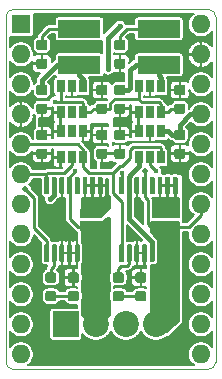
<source format=gbr>
%TF.GenerationSoftware,KiCad,Pcbnew,5.1.5+dfsg1-2~bpo10+1*%
%TF.CreationDate,Date%
%TF.ProjectId,ProMicro_ANA,50726f4d-6963-4726-9f5f-414e412e6b69,v1.0*%
%TF.SameCoordinates,Original*%
%TF.FileFunction,Copper,L2,Bot*%
%TF.FilePolarity,Positive*%
%FSLAX45Y45*%
G04 Gerber Fmt 4.5, Leading zero omitted, Abs format (unit mm)*
G04 Created by KiCad*
%MOMM*%
%LPD*%
G04 APERTURE LIST*
%ADD10C,0.100000*%
%ADD11O,1.600000X1.600000*%
%ADD12R,1.600000X1.600000*%
%ADD13R,3.600000X1.500000*%
%ADD14C,0.150000*%
%ADD15R,0.650000X1.060000*%
%ADD16C,2.200000*%
%ADD17R,2.200000X2.200000*%
%ADD18C,0.450000*%
%ADD19C,0.500000*%
%ADD20C,0.600000*%
%ADD21C,0.400000*%
%ADD22C,0.250000*%
%ADD23C,0.200000*%
%ADD24C,0.200000*%
%ADD25C,0.300000*%
%ADD26C,0.350000*%
G04 APERTURE END LIST*
D10*
X-63500Y-127000D02*
G75*
G02X-127000Y-63500I0J63500D01*
G01*
X1651000Y-63500D02*
G75*
G02X1587500Y-127000I-63500J0D01*
G01*
X1587500Y2921000D02*
G75*
G02X1651000Y2857500I0J-63500D01*
G01*
X-127000Y2857500D02*
G75*
G02X-63500Y2921000I63500J0D01*
G01*
X-127000Y-63500D02*
X-127000Y2857500D01*
X1587500Y-127000D02*
X-63500Y-127000D01*
X1651000Y2857500D02*
X1651000Y-63500D01*
X-63500Y2921000D02*
X1587500Y2921000D01*
D11*
X1524000Y2794000D03*
X1524000Y2540000D03*
X1524000Y2286000D03*
X0Y0D03*
X1524000Y2032000D03*
X0Y254000D03*
X1524000Y1778000D03*
X0Y508000D03*
X1524000Y1524000D03*
X0Y762000D03*
X1524000Y1270000D03*
X0Y1016000D03*
X1524000Y1016000D03*
X0Y1270000D03*
X1524000Y762000D03*
X0Y1524000D03*
X1524000Y508000D03*
X0Y1778000D03*
X1524000Y254000D03*
X0Y2032000D03*
X1524000Y0D03*
X0Y2286000D03*
X0Y2540000D03*
D12*
X0Y2794000D03*
D13*
X1168400Y2451000D03*
X1168400Y2756000D03*
X495300Y2451000D03*
X495300Y2756000D03*
%TA.AperFunction,SMDPad,CuDef*%
D14*
G36*
X1373969Y2281395D02*
G01*
X1376093Y2281080D01*
X1378175Y2280558D01*
X1380196Y2279835D01*
X1382137Y2278917D01*
X1383978Y2277813D01*
X1385702Y2276535D01*
X1387293Y2275093D01*
X1388735Y2273502D01*
X1390013Y2271778D01*
X1391117Y2269937D01*
X1392035Y2267996D01*
X1392758Y2265975D01*
X1393280Y2263893D01*
X1393595Y2261769D01*
X1393700Y2259625D01*
X1393700Y2215875D01*
X1393595Y2213731D01*
X1393280Y2211607D01*
X1392758Y2209525D01*
X1392035Y2207504D01*
X1391117Y2205563D01*
X1390013Y2203722D01*
X1388735Y2201998D01*
X1387293Y2200407D01*
X1385702Y2198965D01*
X1383978Y2197687D01*
X1382137Y2196583D01*
X1380196Y2195665D01*
X1378175Y2194942D01*
X1376093Y2194420D01*
X1373969Y2194105D01*
X1371825Y2194000D01*
X1320575Y2194000D01*
X1318431Y2194105D01*
X1316307Y2194420D01*
X1314225Y2194942D01*
X1312204Y2195665D01*
X1310263Y2196583D01*
X1308422Y2197687D01*
X1306698Y2198965D01*
X1305107Y2200407D01*
X1303665Y2201998D01*
X1302387Y2203722D01*
X1301283Y2205563D01*
X1300365Y2207504D01*
X1299642Y2209525D01*
X1299120Y2211607D01*
X1298805Y2213731D01*
X1298700Y2215875D01*
X1298700Y2259625D01*
X1298805Y2261769D01*
X1299120Y2263893D01*
X1299642Y2265975D01*
X1300365Y2267996D01*
X1301283Y2269937D01*
X1302387Y2271778D01*
X1303665Y2273502D01*
X1305107Y2275093D01*
X1306698Y2276535D01*
X1308422Y2277813D01*
X1310263Y2278917D01*
X1312204Y2279835D01*
X1314225Y2280558D01*
X1316307Y2281080D01*
X1318431Y2281395D01*
X1320575Y2281500D01*
X1371825Y2281500D01*
X1373969Y2281395D01*
G37*
%TD.AperFunction*%
%TA.AperFunction,SMDPad,CuDef*%
G36*
X1373969Y2123895D02*
G01*
X1376093Y2123580D01*
X1378175Y2123058D01*
X1380196Y2122335D01*
X1382137Y2121417D01*
X1383978Y2120313D01*
X1385702Y2119035D01*
X1387293Y2117593D01*
X1388735Y2116002D01*
X1390013Y2114278D01*
X1391117Y2112437D01*
X1392035Y2110496D01*
X1392758Y2108475D01*
X1393280Y2106393D01*
X1393595Y2104269D01*
X1393700Y2102125D01*
X1393700Y2058375D01*
X1393595Y2056231D01*
X1393280Y2054107D01*
X1392758Y2052025D01*
X1392035Y2050004D01*
X1391117Y2048063D01*
X1390013Y2046222D01*
X1388735Y2044498D01*
X1387293Y2042907D01*
X1385702Y2041465D01*
X1383978Y2040187D01*
X1382137Y2039083D01*
X1380196Y2038165D01*
X1378175Y2037442D01*
X1376093Y2036920D01*
X1373969Y2036605D01*
X1371825Y2036500D01*
X1320575Y2036500D01*
X1318431Y2036605D01*
X1316307Y2036920D01*
X1314225Y2037442D01*
X1312204Y2038165D01*
X1310263Y2039083D01*
X1308422Y2040187D01*
X1306698Y2041465D01*
X1305107Y2042907D01*
X1303665Y2044498D01*
X1302387Y2046222D01*
X1301283Y2048063D01*
X1300365Y2050004D01*
X1299642Y2052025D01*
X1299120Y2054107D01*
X1298805Y2056231D01*
X1298700Y2058375D01*
X1298700Y2102125D01*
X1298805Y2104269D01*
X1299120Y2106393D01*
X1299642Y2108475D01*
X1300365Y2110496D01*
X1301283Y2112437D01*
X1302387Y2114278D01*
X1303665Y2116002D01*
X1305107Y2117593D01*
X1306698Y2119035D01*
X1308422Y2120313D01*
X1310263Y2121417D01*
X1312204Y2122335D01*
X1314225Y2123058D01*
X1316307Y2123580D01*
X1318431Y2123895D01*
X1320575Y2124000D01*
X1371825Y2124000D01*
X1373969Y2123895D01*
G37*
%TD.AperFunction*%
%TA.AperFunction,SMDPad,CuDef*%
G36*
X713569Y2281395D02*
G01*
X715693Y2281080D01*
X717775Y2280558D01*
X719796Y2279835D01*
X721737Y2278917D01*
X723578Y2277813D01*
X725302Y2276535D01*
X726893Y2275093D01*
X728335Y2273502D01*
X729613Y2271778D01*
X730717Y2269937D01*
X731635Y2267996D01*
X732358Y2265975D01*
X732880Y2263893D01*
X733195Y2261769D01*
X733300Y2259625D01*
X733300Y2215875D01*
X733195Y2213731D01*
X732880Y2211607D01*
X732358Y2209525D01*
X731635Y2207504D01*
X730717Y2205563D01*
X729613Y2203722D01*
X728335Y2201998D01*
X726893Y2200407D01*
X725302Y2198965D01*
X723578Y2197687D01*
X721737Y2196583D01*
X719796Y2195665D01*
X717775Y2194942D01*
X715693Y2194420D01*
X713569Y2194105D01*
X711425Y2194000D01*
X660175Y2194000D01*
X658031Y2194105D01*
X655907Y2194420D01*
X653825Y2194942D01*
X651804Y2195665D01*
X649863Y2196583D01*
X648022Y2197687D01*
X646298Y2198965D01*
X644707Y2200407D01*
X643265Y2201998D01*
X641987Y2203722D01*
X640883Y2205563D01*
X639965Y2207504D01*
X639242Y2209525D01*
X638720Y2211607D01*
X638405Y2213731D01*
X638300Y2215875D01*
X638300Y2259625D01*
X638405Y2261769D01*
X638720Y2263893D01*
X639242Y2265975D01*
X639965Y2267996D01*
X640883Y2269937D01*
X641987Y2271778D01*
X643265Y2273502D01*
X644707Y2275093D01*
X646298Y2276535D01*
X648022Y2277813D01*
X649863Y2278917D01*
X651804Y2279835D01*
X653825Y2280558D01*
X655907Y2281080D01*
X658031Y2281395D01*
X660175Y2281500D01*
X711425Y2281500D01*
X713569Y2281395D01*
G37*
%TD.AperFunction*%
%TA.AperFunction,SMDPad,CuDef*%
G36*
X713569Y2123895D02*
G01*
X715693Y2123580D01*
X717775Y2123058D01*
X719796Y2122335D01*
X721737Y2121417D01*
X723578Y2120313D01*
X725302Y2119035D01*
X726893Y2117593D01*
X728335Y2116002D01*
X729613Y2114278D01*
X730717Y2112437D01*
X731635Y2110496D01*
X732358Y2108475D01*
X732880Y2106393D01*
X733195Y2104269D01*
X733300Y2102125D01*
X733300Y2058375D01*
X733195Y2056231D01*
X732880Y2054107D01*
X732358Y2052025D01*
X731635Y2050004D01*
X730717Y2048063D01*
X729613Y2046222D01*
X728335Y2044498D01*
X726893Y2042907D01*
X725302Y2041465D01*
X723578Y2040187D01*
X721737Y2039083D01*
X719796Y2038165D01*
X717775Y2037442D01*
X715693Y2036920D01*
X713569Y2036605D01*
X711425Y2036500D01*
X660175Y2036500D01*
X658031Y2036605D01*
X655907Y2036920D01*
X653825Y2037442D01*
X651804Y2038165D01*
X649863Y2039083D01*
X648022Y2040187D01*
X646298Y2041465D01*
X644707Y2042907D01*
X643265Y2044498D01*
X641987Y2046222D01*
X640883Y2048063D01*
X639965Y2050004D01*
X639242Y2052025D01*
X638720Y2054107D01*
X638405Y2056231D01*
X638300Y2058375D01*
X638300Y2102125D01*
X638405Y2104269D01*
X638720Y2106393D01*
X639242Y2108475D01*
X639965Y2110496D01*
X640883Y2112437D01*
X641987Y2114278D01*
X643265Y2116002D01*
X644707Y2117593D01*
X646298Y2119035D01*
X648022Y2120313D01*
X649863Y2121417D01*
X651804Y2122335D01*
X653825Y2123058D01*
X655907Y2123580D01*
X658031Y2123895D01*
X660175Y2124000D01*
X711425Y2124000D01*
X713569Y2123895D01*
G37*
%TD.AperFunction*%
%TA.AperFunction,SMDPad,CuDef*%
G36*
X865969Y2504895D02*
G01*
X868093Y2504580D01*
X870175Y2504058D01*
X872196Y2503335D01*
X874137Y2502417D01*
X875978Y2501313D01*
X877702Y2500035D01*
X879293Y2498593D01*
X880735Y2497002D01*
X882013Y2495278D01*
X883117Y2493437D01*
X884035Y2491496D01*
X884758Y2489475D01*
X885280Y2487393D01*
X885595Y2485269D01*
X885700Y2483125D01*
X885700Y2439375D01*
X885595Y2437231D01*
X885280Y2435107D01*
X884758Y2433025D01*
X884035Y2431004D01*
X883117Y2429063D01*
X882013Y2427222D01*
X880735Y2425498D01*
X879293Y2423907D01*
X877702Y2422465D01*
X875978Y2421187D01*
X874137Y2420083D01*
X872196Y2419165D01*
X870175Y2418442D01*
X868093Y2417920D01*
X865969Y2417605D01*
X863825Y2417500D01*
X812575Y2417500D01*
X810431Y2417605D01*
X808307Y2417920D01*
X806225Y2418442D01*
X804204Y2419165D01*
X802263Y2420083D01*
X800422Y2421187D01*
X798698Y2422465D01*
X797107Y2423907D01*
X795665Y2425498D01*
X794387Y2427222D01*
X793283Y2429063D01*
X792365Y2431004D01*
X791642Y2433025D01*
X791120Y2435107D01*
X790805Y2437231D01*
X790700Y2439375D01*
X790700Y2483125D01*
X790805Y2485269D01*
X791120Y2487393D01*
X791642Y2489475D01*
X792365Y2491496D01*
X793283Y2493437D01*
X794387Y2495278D01*
X795665Y2497002D01*
X797107Y2498593D01*
X798698Y2500035D01*
X800422Y2501313D01*
X802263Y2502417D01*
X804204Y2503335D01*
X806225Y2504058D01*
X808307Y2504580D01*
X810431Y2504895D01*
X812575Y2505000D01*
X863825Y2505000D01*
X865969Y2504895D01*
G37*
%TD.AperFunction*%
%TA.AperFunction,SMDPad,CuDef*%
G36*
X865969Y2662395D02*
G01*
X868093Y2662080D01*
X870175Y2661558D01*
X872196Y2660835D01*
X874137Y2659917D01*
X875978Y2658813D01*
X877702Y2657535D01*
X879293Y2656093D01*
X880735Y2654502D01*
X882013Y2652778D01*
X883117Y2650937D01*
X884035Y2648996D01*
X884758Y2646975D01*
X885280Y2644893D01*
X885595Y2642769D01*
X885700Y2640625D01*
X885700Y2596875D01*
X885595Y2594731D01*
X885280Y2592607D01*
X884758Y2590525D01*
X884035Y2588504D01*
X883117Y2586563D01*
X882013Y2584722D01*
X880735Y2582998D01*
X879293Y2581407D01*
X877702Y2579965D01*
X875978Y2578687D01*
X874137Y2577583D01*
X872196Y2576665D01*
X870175Y2575942D01*
X868093Y2575420D01*
X865969Y2575105D01*
X863825Y2575000D01*
X812575Y2575000D01*
X810431Y2575105D01*
X808307Y2575420D01*
X806225Y2575942D01*
X804204Y2576665D01*
X802263Y2577583D01*
X800422Y2578687D01*
X798698Y2579965D01*
X797107Y2581407D01*
X795665Y2582998D01*
X794387Y2584722D01*
X793283Y2586563D01*
X792365Y2588504D01*
X791642Y2590525D01*
X791120Y2592607D01*
X790805Y2594731D01*
X790700Y2596875D01*
X790700Y2640625D01*
X790805Y2642769D01*
X791120Y2644893D01*
X791642Y2646975D01*
X792365Y2648996D01*
X793283Y2650937D01*
X794387Y2652778D01*
X795665Y2654502D01*
X797107Y2656093D01*
X798698Y2657535D01*
X800422Y2658813D01*
X802263Y2659917D01*
X804204Y2660835D01*
X806225Y2661558D01*
X808307Y2662080D01*
X810431Y2662395D01*
X812575Y2662500D01*
X863825Y2662500D01*
X865969Y2662395D01*
G37*
%TD.AperFunction*%
%TA.AperFunction,SMDPad,CuDef*%
G36*
X205569Y2504895D02*
G01*
X207693Y2504580D01*
X209775Y2504058D01*
X211796Y2503335D01*
X213737Y2502417D01*
X215578Y2501313D01*
X217302Y2500035D01*
X218893Y2498593D01*
X220335Y2497002D01*
X221613Y2495278D01*
X222717Y2493437D01*
X223635Y2491496D01*
X224358Y2489475D01*
X224880Y2487393D01*
X225195Y2485269D01*
X225300Y2483125D01*
X225300Y2439375D01*
X225195Y2437231D01*
X224880Y2435107D01*
X224358Y2433025D01*
X223635Y2431004D01*
X222717Y2429063D01*
X221613Y2427222D01*
X220335Y2425498D01*
X218893Y2423907D01*
X217302Y2422465D01*
X215578Y2421187D01*
X213737Y2420083D01*
X211796Y2419165D01*
X209775Y2418442D01*
X207693Y2417920D01*
X205569Y2417605D01*
X203425Y2417500D01*
X152175Y2417500D01*
X150031Y2417605D01*
X147907Y2417920D01*
X145825Y2418442D01*
X143804Y2419165D01*
X141863Y2420083D01*
X140022Y2421187D01*
X138298Y2422465D01*
X136707Y2423907D01*
X135265Y2425498D01*
X133987Y2427222D01*
X132883Y2429063D01*
X131965Y2431004D01*
X131242Y2433025D01*
X130720Y2435107D01*
X130405Y2437231D01*
X130300Y2439375D01*
X130300Y2483125D01*
X130405Y2485269D01*
X130720Y2487393D01*
X131242Y2489475D01*
X131965Y2491496D01*
X132883Y2493437D01*
X133987Y2495278D01*
X135265Y2497002D01*
X136707Y2498593D01*
X138298Y2500035D01*
X140022Y2501313D01*
X141863Y2502417D01*
X143804Y2503335D01*
X145825Y2504058D01*
X147907Y2504580D01*
X150031Y2504895D01*
X152175Y2505000D01*
X203425Y2505000D01*
X205569Y2504895D01*
G37*
%TD.AperFunction*%
%TA.AperFunction,SMDPad,CuDef*%
G36*
X205569Y2662395D02*
G01*
X207693Y2662080D01*
X209775Y2661558D01*
X211796Y2660835D01*
X213737Y2659917D01*
X215578Y2658813D01*
X217302Y2657535D01*
X218893Y2656093D01*
X220335Y2654502D01*
X221613Y2652778D01*
X222717Y2650937D01*
X223635Y2648996D01*
X224358Y2646975D01*
X224880Y2644893D01*
X225195Y2642769D01*
X225300Y2640625D01*
X225300Y2596875D01*
X225195Y2594731D01*
X224880Y2592607D01*
X224358Y2590525D01*
X223635Y2588504D01*
X222717Y2586563D01*
X221613Y2584722D01*
X220335Y2582998D01*
X218893Y2581407D01*
X217302Y2579965D01*
X215578Y2578687D01*
X213737Y2577583D01*
X211796Y2576665D01*
X209775Y2575942D01*
X207693Y2575420D01*
X205569Y2575105D01*
X203425Y2575000D01*
X152175Y2575000D01*
X150031Y2575105D01*
X147907Y2575420D01*
X145825Y2575942D01*
X143804Y2576665D01*
X141863Y2577583D01*
X140022Y2578687D01*
X138298Y2579965D01*
X136707Y2581407D01*
X135265Y2582998D01*
X133987Y2584722D01*
X132883Y2586563D01*
X131965Y2588504D01*
X131242Y2590525D01*
X130720Y2592607D01*
X130405Y2594731D01*
X130300Y2596875D01*
X130300Y2640625D01*
X130405Y2642769D01*
X130720Y2644893D01*
X131242Y2646975D01*
X131965Y2648996D01*
X132883Y2650937D01*
X133987Y2652778D01*
X135265Y2654502D01*
X136707Y2656093D01*
X138298Y2657535D01*
X140022Y2658813D01*
X141863Y2659917D01*
X143804Y2660835D01*
X145825Y2661558D01*
X147907Y2662080D01*
X150031Y2662395D01*
X152175Y2662500D01*
X203425Y2662500D01*
X205569Y2662395D01*
G37*
%TD.AperFunction*%
%TA.AperFunction,SMDPad,CuDef*%
G36*
X1131560Y1208000D02*
G01*
X1131560Y1210453D01*
X1132041Y1215337D01*
X1132998Y1220149D01*
X1134423Y1224845D01*
X1136301Y1229378D01*
X1138614Y1233705D01*
X1141340Y1237785D01*
X1144452Y1241578D01*
X1147922Y1245048D01*
X1151715Y1248160D01*
X1155795Y1250886D01*
X1160122Y1253200D01*
X1164656Y1255077D01*
X1169351Y1256502D01*
X1174164Y1257459D01*
X1179047Y1257940D01*
X1181500Y1257940D01*
X1181500Y1258000D01*
X1231500Y1258000D01*
X1231500Y1257940D01*
X1233953Y1257940D01*
X1238837Y1257459D01*
X1243649Y1256502D01*
X1248345Y1255077D01*
X1252878Y1253200D01*
X1257205Y1250886D01*
X1261285Y1248160D01*
X1265078Y1245048D01*
X1268548Y1241578D01*
X1271660Y1237785D01*
X1274386Y1233705D01*
X1276700Y1229378D01*
X1278577Y1224845D01*
X1280002Y1220149D01*
X1280959Y1215337D01*
X1281440Y1210453D01*
X1281440Y1208000D01*
X1281500Y1208000D01*
X1281500Y1158000D01*
X1131500Y1158000D01*
X1131500Y1208000D01*
X1131560Y1208000D01*
G37*
%TD.AperFunction*%
%TA.AperFunction,SMDPad,CuDef*%
G36*
X1281500Y1128000D02*
G01*
X1281500Y1078000D01*
X1281440Y1078000D01*
X1281440Y1075547D01*
X1280959Y1070664D01*
X1280002Y1065851D01*
X1278577Y1061156D01*
X1276700Y1056622D01*
X1274386Y1052295D01*
X1271660Y1048215D01*
X1268548Y1044422D01*
X1265078Y1040952D01*
X1261285Y1037840D01*
X1257205Y1035114D01*
X1252878Y1032800D01*
X1248345Y1030923D01*
X1243649Y1029498D01*
X1238837Y1028541D01*
X1233953Y1028060D01*
X1231500Y1028060D01*
X1231500Y1028000D01*
X1181500Y1028000D01*
X1181500Y1028060D01*
X1179047Y1028060D01*
X1174164Y1028541D01*
X1169351Y1029498D01*
X1164656Y1030923D01*
X1160122Y1032800D01*
X1155795Y1035114D01*
X1151715Y1037840D01*
X1147922Y1040952D01*
X1144452Y1044422D01*
X1141340Y1048215D01*
X1138614Y1052295D01*
X1136301Y1056622D01*
X1134423Y1061156D01*
X1132998Y1065851D01*
X1132041Y1070664D01*
X1131560Y1075547D01*
X1131560Y1078000D01*
X1131500Y1078000D01*
X1131500Y1128000D01*
X1281500Y1128000D01*
G37*
%TD.AperFunction*%
%TA.AperFunction,SMDPad,CuDef*%
G36*
X496560Y1208000D02*
G01*
X496560Y1210453D01*
X497041Y1215337D01*
X497998Y1220149D01*
X499423Y1224845D01*
X501300Y1229378D01*
X503614Y1233705D01*
X506340Y1237785D01*
X509452Y1241578D01*
X512922Y1245048D01*
X516715Y1248160D01*
X520795Y1250886D01*
X525122Y1253200D01*
X529656Y1255077D01*
X534351Y1256502D01*
X539164Y1257459D01*
X544047Y1257940D01*
X546500Y1257940D01*
X546500Y1258000D01*
X596500Y1258000D01*
X596500Y1257940D01*
X598953Y1257940D01*
X603837Y1257459D01*
X608649Y1256502D01*
X613345Y1255077D01*
X617878Y1253200D01*
X622205Y1250886D01*
X626285Y1248160D01*
X630078Y1245048D01*
X633548Y1241578D01*
X636660Y1237785D01*
X639386Y1233705D01*
X641700Y1229378D01*
X643577Y1224845D01*
X645002Y1220149D01*
X645959Y1215337D01*
X646440Y1210453D01*
X646440Y1208000D01*
X646500Y1208000D01*
X646500Y1158000D01*
X496500Y1158000D01*
X496500Y1208000D01*
X496560Y1208000D01*
G37*
%TD.AperFunction*%
%TA.AperFunction,SMDPad,CuDef*%
G36*
X646500Y1128000D02*
G01*
X646500Y1078000D01*
X646440Y1078000D01*
X646440Y1075547D01*
X645959Y1070664D01*
X645002Y1065851D01*
X643577Y1061156D01*
X641700Y1056622D01*
X639386Y1052295D01*
X636660Y1048215D01*
X633548Y1044422D01*
X630078Y1040952D01*
X626285Y1037840D01*
X622205Y1035114D01*
X617878Y1032800D01*
X613345Y1030923D01*
X608649Y1029498D01*
X603837Y1028541D01*
X598953Y1028060D01*
X596500Y1028060D01*
X596500Y1028000D01*
X546500Y1028000D01*
X546500Y1028060D01*
X544047Y1028060D01*
X539164Y1028541D01*
X534351Y1029498D01*
X529656Y1030923D01*
X525122Y1032800D01*
X520795Y1035114D01*
X516715Y1037840D01*
X512922Y1040952D01*
X509452Y1044422D01*
X506340Y1048215D01*
X503614Y1052295D01*
X501300Y1056622D01*
X499423Y1061156D01*
X497998Y1065851D01*
X497041Y1070664D01*
X496560Y1075547D01*
X496560Y1078000D01*
X496500Y1078000D01*
X496500Y1128000D01*
X646500Y1128000D01*
G37*
%TD.AperFunction*%
D15*
X1092200Y1668000D03*
X997200Y1668000D03*
X1187200Y1668000D03*
X1187200Y1888000D03*
X1092200Y1888000D03*
X997200Y1888000D03*
X431800Y1668000D03*
X336800Y1668000D03*
X526800Y1668000D03*
X526800Y1888000D03*
X431800Y1888000D03*
X336800Y1888000D03*
X1092200Y2049000D03*
X997200Y2049000D03*
X1187200Y2049000D03*
X1187200Y2269000D03*
X1092200Y2269000D03*
X997200Y2269000D03*
X431800Y2049000D03*
X336800Y2049000D03*
X526800Y2049000D03*
X526800Y2269000D03*
X431800Y2269000D03*
X336800Y2269000D03*
%TA.AperFunction,SMDPad,CuDef*%
D14*
G36*
X865969Y1900395D02*
G01*
X868093Y1900080D01*
X870175Y1899558D01*
X872196Y1898835D01*
X874137Y1897917D01*
X875978Y1896813D01*
X877702Y1895535D01*
X879293Y1894093D01*
X880735Y1892502D01*
X882013Y1890778D01*
X883117Y1888937D01*
X884035Y1886996D01*
X884758Y1884975D01*
X885280Y1882893D01*
X885595Y1880769D01*
X885700Y1878625D01*
X885700Y1834875D01*
X885595Y1832731D01*
X885280Y1830607D01*
X884758Y1828525D01*
X884035Y1826504D01*
X883117Y1824563D01*
X882013Y1822722D01*
X880735Y1820998D01*
X879293Y1819407D01*
X877702Y1817965D01*
X875978Y1816687D01*
X874137Y1815583D01*
X872196Y1814665D01*
X870175Y1813942D01*
X868093Y1813420D01*
X865969Y1813105D01*
X863825Y1813000D01*
X812575Y1813000D01*
X810431Y1813105D01*
X808307Y1813420D01*
X806225Y1813942D01*
X804204Y1814665D01*
X802263Y1815583D01*
X800422Y1816687D01*
X798698Y1817965D01*
X797107Y1819407D01*
X795665Y1820998D01*
X794387Y1822722D01*
X793283Y1824563D01*
X792365Y1826504D01*
X791642Y1828525D01*
X791120Y1830607D01*
X790805Y1832731D01*
X790700Y1834875D01*
X790700Y1878625D01*
X790805Y1880769D01*
X791120Y1882893D01*
X791642Y1884975D01*
X792365Y1886996D01*
X793283Y1888937D01*
X794387Y1890778D01*
X795665Y1892502D01*
X797107Y1894093D01*
X798698Y1895535D01*
X800422Y1896813D01*
X802263Y1897917D01*
X804204Y1898835D01*
X806225Y1899558D01*
X808307Y1900080D01*
X810431Y1900395D01*
X812575Y1900500D01*
X863825Y1900500D01*
X865969Y1900395D01*
G37*
%TD.AperFunction*%
%TA.AperFunction,SMDPad,CuDef*%
G36*
X865969Y1742895D02*
G01*
X868093Y1742580D01*
X870175Y1742058D01*
X872196Y1741335D01*
X874137Y1740417D01*
X875978Y1739313D01*
X877702Y1738035D01*
X879293Y1736593D01*
X880735Y1735002D01*
X882013Y1733278D01*
X883117Y1731437D01*
X884035Y1729496D01*
X884758Y1727475D01*
X885280Y1725393D01*
X885595Y1723269D01*
X885700Y1721125D01*
X885700Y1677375D01*
X885595Y1675231D01*
X885280Y1673107D01*
X884758Y1671025D01*
X884035Y1669004D01*
X883117Y1667063D01*
X882013Y1665222D01*
X880735Y1663498D01*
X879293Y1661907D01*
X877702Y1660465D01*
X875978Y1659187D01*
X874137Y1658083D01*
X872196Y1657165D01*
X870175Y1656442D01*
X868093Y1655920D01*
X865969Y1655605D01*
X863825Y1655500D01*
X812575Y1655500D01*
X810431Y1655605D01*
X808307Y1655920D01*
X806225Y1656442D01*
X804204Y1657165D01*
X802263Y1658083D01*
X800422Y1659187D01*
X798698Y1660465D01*
X797107Y1661907D01*
X795665Y1663498D01*
X794387Y1665222D01*
X793283Y1667063D01*
X792365Y1669004D01*
X791642Y1671025D01*
X791120Y1673107D01*
X790805Y1675231D01*
X790700Y1677375D01*
X790700Y1721125D01*
X790805Y1723269D01*
X791120Y1725393D01*
X791642Y1727475D01*
X792365Y1729496D01*
X793283Y1731437D01*
X794387Y1733278D01*
X795665Y1735002D01*
X797107Y1736593D01*
X798698Y1738035D01*
X800422Y1739313D01*
X802263Y1740417D01*
X804204Y1741335D01*
X806225Y1742058D01*
X808307Y1742580D01*
X810431Y1742895D01*
X812575Y1743000D01*
X863825Y1743000D01*
X865969Y1742895D01*
G37*
%TD.AperFunction*%
%TA.AperFunction,SMDPad,CuDef*%
G36*
X865969Y2281395D02*
G01*
X868093Y2281080D01*
X870175Y2280558D01*
X872196Y2279835D01*
X874137Y2278917D01*
X875978Y2277813D01*
X877702Y2276535D01*
X879293Y2275093D01*
X880735Y2273502D01*
X882013Y2271778D01*
X883117Y2269937D01*
X884035Y2267996D01*
X884758Y2265975D01*
X885280Y2263893D01*
X885595Y2261769D01*
X885700Y2259625D01*
X885700Y2215875D01*
X885595Y2213731D01*
X885280Y2211607D01*
X884758Y2209525D01*
X884035Y2207504D01*
X883117Y2205563D01*
X882013Y2203722D01*
X880735Y2201998D01*
X879293Y2200407D01*
X877702Y2198965D01*
X875978Y2197687D01*
X874137Y2196583D01*
X872196Y2195665D01*
X870175Y2194942D01*
X868093Y2194420D01*
X865969Y2194105D01*
X863825Y2194000D01*
X812575Y2194000D01*
X810431Y2194105D01*
X808307Y2194420D01*
X806225Y2194942D01*
X804204Y2195665D01*
X802263Y2196583D01*
X800422Y2197687D01*
X798698Y2198965D01*
X797107Y2200407D01*
X795665Y2201998D01*
X794387Y2203722D01*
X793283Y2205563D01*
X792365Y2207504D01*
X791642Y2209525D01*
X791120Y2211607D01*
X790805Y2213731D01*
X790700Y2215875D01*
X790700Y2259625D01*
X790805Y2261769D01*
X791120Y2263893D01*
X791642Y2265975D01*
X792365Y2267996D01*
X793283Y2269937D01*
X794387Y2271778D01*
X795665Y2273502D01*
X797107Y2275093D01*
X798698Y2276535D01*
X800422Y2277813D01*
X802263Y2278917D01*
X804204Y2279835D01*
X806225Y2280558D01*
X808307Y2281080D01*
X810431Y2281395D01*
X812575Y2281500D01*
X863825Y2281500D01*
X865969Y2281395D01*
G37*
%TD.AperFunction*%
%TA.AperFunction,SMDPad,CuDef*%
G36*
X865969Y2123895D02*
G01*
X868093Y2123580D01*
X870175Y2123058D01*
X872196Y2122335D01*
X874137Y2121417D01*
X875978Y2120313D01*
X877702Y2119035D01*
X879293Y2117593D01*
X880735Y2116002D01*
X882013Y2114278D01*
X883117Y2112437D01*
X884035Y2110496D01*
X884758Y2108475D01*
X885280Y2106393D01*
X885595Y2104269D01*
X885700Y2102125D01*
X885700Y2058375D01*
X885595Y2056231D01*
X885280Y2054107D01*
X884758Y2052025D01*
X884035Y2050004D01*
X883117Y2048063D01*
X882013Y2046222D01*
X880735Y2044498D01*
X879293Y2042907D01*
X877702Y2041465D01*
X875978Y2040187D01*
X874137Y2039083D01*
X872196Y2038165D01*
X870175Y2037442D01*
X868093Y2036920D01*
X865969Y2036605D01*
X863825Y2036500D01*
X812575Y2036500D01*
X810431Y2036605D01*
X808307Y2036920D01*
X806225Y2037442D01*
X804204Y2038165D01*
X802263Y2039083D01*
X800422Y2040187D01*
X798698Y2041465D01*
X797107Y2042907D01*
X795665Y2044498D01*
X794387Y2046222D01*
X793283Y2048063D01*
X792365Y2050004D01*
X791642Y2052025D01*
X791120Y2054107D01*
X790805Y2056231D01*
X790700Y2058375D01*
X790700Y2102125D01*
X790805Y2104269D01*
X791120Y2106393D01*
X791642Y2108475D01*
X792365Y2110496D01*
X793283Y2112437D01*
X794387Y2114278D01*
X795665Y2116002D01*
X797107Y2117593D01*
X798698Y2119035D01*
X800422Y2120313D01*
X802263Y2121417D01*
X804204Y2122335D01*
X806225Y2123058D01*
X808307Y2123580D01*
X810431Y2123895D01*
X812575Y2124000D01*
X863825Y2124000D01*
X865969Y2123895D01*
G37*
%TD.AperFunction*%
%TA.AperFunction,SMDPad,CuDef*%
G36*
X205569Y1900395D02*
G01*
X207693Y1900080D01*
X209775Y1899558D01*
X211796Y1898835D01*
X213737Y1897917D01*
X215578Y1896813D01*
X217302Y1895535D01*
X218893Y1894093D01*
X220335Y1892502D01*
X221613Y1890778D01*
X222717Y1888937D01*
X223635Y1886996D01*
X224358Y1884975D01*
X224880Y1882893D01*
X225195Y1880769D01*
X225300Y1878625D01*
X225300Y1834875D01*
X225195Y1832731D01*
X224880Y1830607D01*
X224358Y1828525D01*
X223635Y1826504D01*
X222717Y1824563D01*
X221613Y1822722D01*
X220335Y1820998D01*
X218893Y1819407D01*
X217302Y1817965D01*
X215578Y1816687D01*
X213737Y1815583D01*
X211796Y1814665D01*
X209775Y1813942D01*
X207693Y1813420D01*
X205569Y1813105D01*
X203425Y1813000D01*
X152175Y1813000D01*
X150031Y1813105D01*
X147907Y1813420D01*
X145825Y1813942D01*
X143804Y1814665D01*
X141863Y1815583D01*
X140022Y1816687D01*
X138298Y1817965D01*
X136707Y1819407D01*
X135265Y1820998D01*
X133987Y1822722D01*
X132883Y1824563D01*
X131965Y1826504D01*
X131242Y1828525D01*
X130720Y1830607D01*
X130405Y1832731D01*
X130300Y1834875D01*
X130300Y1878625D01*
X130405Y1880769D01*
X130720Y1882893D01*
X131242Y1884975D01*
X131965Y1886996D01*
X132883Y1888937D01*
X133987Y1890778D01*
X135265Y1892502D01*
X136707Y1894093D01*
X138298Y1895535D01*
X140022Y1896813D01*
X141863Y1897917D01*
X143804Y1898835D01*
X145825Y1899558D01*
X147907Y1900080D01*
X150031Y1900395D01*
X152175Y1900500D01*
X203425Y1900500D01*
X205569Y1900395D01*
G37*
%TD.AperFunction*%
%TA.AperFunction,SMDPad,CuDef*%
G36*
X205569Y1742895D02*
G01*
X207693Y1742580D01*
X209775Y1742058D01*
X211796Y1741335D01*
X213737Y1740417D01*
X215578Y1739313D01*
X217302Y1738035D01*
X218893Y1736593D01*
X220335Y1735002D01*
X221613Y1733278D01*
X222717Y1731437D01*
X223635Y1729496D01*
X224358Y1727475D01*
X224880Y1725393D01*
X225195Y1723269D01*
X225300Y1721125D01*
X225300Y1677375D01*
X225195Y1675231D01*
X224880Y1673107D01*
X224358Y1671025D01*
X223635Y1669004D01*
X222717Y1667063D01*
X221613Y1665222D01*
X220335Y1663498D01*
X218893Y1661907D01*
X217302Y1660465D01*
X215578Y1659187D01*
X213737Y1658083D01*
X211796Y1657165D01*
X209775Y1656442D01*
X207693Y1655920D01*
X205569Y1655605D01*
X203425Y1655500D01*
X152175Y1655500D01*
X150031Y1655605D01*
X147907Y1655920D01*
X145825Y1656442D01*
X143804Y1657165D01*
X141863Y1658083D01*
X140022Y1659187D01*
X138298Y1660465D01*
X136707Y1661907D01*
X135265Y1663498D01*
X133987Y1665222D01*
X132883Y1667063D01*
X131965Y1669004D01*
X131242Y1671025D01*
X130720Y1673107D01*
X130405Y1675231D01*
X130300Y1677375D01*
X130300Y1721125D01*
X130405Y1723269D01*
X130720Y1725393D01*
X131242Y1727475D01*
X131965Y1729496D01*
X132883Y1731437D01*
X133987Y1733278D01*
X135265Y1735002D01*
X136707Y1736593D01*
X138298Y1738035D01*
X140022Y1739313D01*
X141863Y1740417D01*
X143804Y1741335D01*
X145825Y1742058D01*
X147907Y1742580D01*
X150031Y1742895D01*
X152175Y1743000D01*
X203425Y1743000D01*
X205569Y1742895D01*
G37*
%TD.AperFunction*%
%TA.AperFunction,SMDPad,CuDef*%
G36*
X205569Y2281395D02*
G01*
X207693Y2281080D01*
X209775Y2280558D01*
X211796Y2279835D01*
X213737Y2278917D01*
X215578Y2277813D01*
X217302Y2276535D01*
X218893Y2275093D01*
X220335Y2273502D01*
X221613Y2271778D01*
X222717Y2269937D01*
X223635Y2267996D01*
X224358Y2265975D01*
X224880Y2263893D01*
X225195Y2261769D01*
X225300Y2259625D01*
X225300Y2215875D01*
X225195Y2213731D01*
X224880Y2211607D01*
X224358Y2209525D01*
X223635Y2207504D01*
X222717Y2205563D01*
X221613Y2203722D01*
X220335Y2201998D01*
X218893Y2200407D01*
X217302Y2198965D01*
X215578Y2197687D01*
X213737Y2196583D01*
X211796Y2195665D01*
X209775Y2194942D01*
X207693Y2194420D01*
X205569Y2194105D01*
X203425Y2194000D01*
X152175Y2194000D01*
X150031Y2194105D01*
X147907Y2194420D01*
X145825Y2194942D01*
X143804Y2195665D01*
X141863Y2196583D01*
X140022Y2197687D01*
X138298Y2198965D01*
X136707Y2200407D01*
X135265Y2201998D01*
X133987Y2203722D01*
X132883Y2205563D01*
X131965Y2207504D01*
X131242Y2209525D01*
X130720Y2211607D01*
X130405Y2213731D01*
X130300Y2215875D01*
X130300Y2259625D01*
X130405Y2261769D01*
X130720Y2263893D01*
X131242Y2265975D01*
X131965Y2267996D01*
X132883Y2269937D01*
X133987Y2271778D01*
X135265Y2273502D01*
X136707Y2275093D01*
X138298Y2276535D01*
X140022Y2277813D01*
X141863Y2278917D01*
X143804Y2279835D01*
X145825Y2280558D01*
X147907Y2281080D01*
X150031Y2281395D01*
X152175Y2281500D01*
X203425Y2281500D01*
X205569Y2281395D01*
G37*
%TD.AperFunction*%
%TA.AperFunction,SMDPad,CuDef*%
G36*
X205569Y2123895D02*
G01*
X207693Y2123580D01*
X209775Y2123058D01*
X211796Y2122335D01*
X213737Y2121417D01*
X215578Y2120313D01*
X217302Y2119035D01*
X218893Y2117593D01*
X220335Y2116002D01*
X221613Y2114278D01*
X222717Y2112437D01*
X223635Y2110496D01*
X224358Y2108475D01*
X224880Y2106393D01*
X225195Y2104269D01*
X225300Y2102125D01*
X225300Y2058375D01*
X225195Y2056231D01*
X224880Y2054107D01*
X224358Y2052025D01*
X223635Y2050004D01*
X222717Y2048063D01*
X221613Y2046222D01*
X220335Y2044498D01*
X218893Y2042907D01*
X217302Y2041465D01*
X215578Y2040187D01*
X213737Y2039083D01*
X211796Y2038165D01*
X209775Y2037442D01*
X207693Y2036920D01*
X205569Y2036605D01*
X203425Y2036500D01*
X152175Y2036500D01*
X150031Y2036605D01*
X147907Y2036920D01*
X145825Y2037442D01*
X143804Y2038165D01*
X141863Y2039083D01*
X140022Y2040187D01*
X138298Y2041465D01*
X136707Y2042907D01*
X135265Y2044498D01*
X133987Y2046222D01*
X132883Y2048063D01*
X131965Y2050004D01*
X131242Y2052025D01*
X130720Y2054107D01*
X130405Y2056231D01*
X130300Y2058375D01*
X130300Y2102125D01*
X130405Y2104269D01*
X130720Y2106393D01*
X131242Y2108475D01*
X131965Y2110496D01*
X132883Y2112437D01*
X133987Y2114278D01*
X135265Y2116002D01*
X136707Y2117593D01*
X138298Y2119035D01*
X140022Y2120313D01*
X141863Y2121417D01*
X143804Y2122335D01*
X145825Y2123058D01*
X147907Y2123580D01*
X150031Y2123895D01*
X152175Y2124000D01*
X203425Y2124000D01*
X205569Y2123895D01*
G37*
%TD.AperFunction*%
%TA.AperFunction,SMDPad,CuDef*%
G36*
X1043769Y536395D02*
G01*
X1045893Y536080D01*
X1047975Y535558D01*
X1049996Y534835D01*
X1051937Y533917D01*
X1053778Y532813D01*
X1055502Y531535D01*
X1057093Y530093D01*
X1058535Y528502D01*
X1059813Y526778D01*
X1060917Y524937D01*
X1061835Y522996D01*
X1062558Y520975D01*
X1063080Y518893D01*
X1063395Y516769D01*
X1063500Y514625D01*
X1063500Y470875D01*
X1063395Y468731D01*
X1063080Y466607D01*
X1062558Y464525D01*
X1061835Y462504D01*
X1060917Y460563D01*
X1059813Y458722D01*
X1058535Y456998D01*
X1057093Y455407D01*
X1055502Y453965D01*
X1053778Y452687D01*
X1051937Y451583D01*
X1049996Y450665D01*
X1047975Y449942D01*
X1045893Y449420D01*
X1043769Y449105D01*
X1041625Y449000D01*
X990375Y449000D01*
X988231Y449105D01*
X986107Y449420D01*
X984025Y449942D01*
X982004Y450665D01*
X980063Y451583D01*
X978222Y452687D01*
X976498Y453965D01*
X974907Y455407D01*
X973465Y456998D01*
X972187Y458722D01*
X971083Y460563D01*
X970165Y462504D01*
X969442Y464525D01*
X968920Y466607D01*
X968605Y468731D01*
X968500Y470875D01*
X968500Y514625D01*
X968605Y516769D01*
X968920Y518893D01*
X969442Y520975D01*
X970165Y522996D01*
X971083Y524937D01*
X972187Y526778D01*
X973465Y528502D01*
X974907Y530093D01*
X976498Y531535D01*
X978222Y532813D01*
X980063Y533917D01*
X982004Y534835D01*
X984025Y535558D01*
X986107Y536080D01*
X988231Y536395D01*
X990375Y536500D01*
X1041625Y536500D01*
X1043769Y536395D01*
G37*
%TD.AperFunction*%
%TA.AperFunction,SMDPad,CuDef*%
G36*
X1043769Y693895D02*
G01*
X1045893Y693580D01*
X1047975Y693058D01*
X1049996Y692335D01*
X1051937Y691417D01*
X1053778Y690313D01*
X1055502Y689035D01*
X1057093Y687593D01*
X1058535Y686002D01*
X1059813Y684278D01*
X1060917Y682437D01*
X1061835Y680496D01*
X1062558Y678475D01*
X1063080Y676393D01*
X1063395Y674269D01*
X1063500Y672125D01*
X1063500Y628375D01*
X1063395Y626231D01*
X1063080Y624107D01*
X1062558Y622025D01*
X1061835Y620004D01*
X1060917Y618063D01*
X1059813Y616222D01*
X1058535Y614498D01*
X1057093Y612907D01*
X1055502Y611465D01*
X1053778Y610187D01*
X1051937Y609083D01*
X1049996Y608165D01*
X1047975Y607442D01*
X1045893Y606920D01*
X1043769Y606605D01*
X1041625Y606500D01*
X990375Y606500D01*
X988231Y606605D01*
X986107Y606920D01*
X984025Y607442D01*
X982004Y608165D01*
X980063Y609083D01*
X978222Y610187D01*
X976498Y611465D01*
X974907Y612907D01*
X973465Y614498D01*
X972187Y616222D01*
X971083Y618063D01*
X970165Y620004D01*
X969442Y622025D01*
X968920Y624107D01*
X968605Y626231D01*
X968500Y628375D01*
X968500Y672125D01*
X968605Y674269D01*
X968920Y676393D01*
X969442Y678475D01*
X970165Y680496D01*
X971083Y682437D01*
X972187Y684278D01*
X973465Y686002D01*
X974907Y687593D01*
X976498Y689035D01*
X978222Y690313D01*
X980063Y691417D01*
X982004Y692335D01*
X984025Y693058D01*
X986107Y693580D01*
X988231Y693895D01*
X990375Y694000D01*
X1041625Y694000D01*
X1043769Y693895D01*
G37*
%TD.AperFunction*%
%TA.AperFunction,SMDPad,CuDef*%
G36*
X472269Y536395D02*
G01*
X474393Y536080D01*
X476475Y535558D01*
X478496Y534835D01*
X480437Y533917D01*
X482278Y532813D01*
X484002Y531535D01*
X485593Y530093D01*
X487035Y528502D01*
X488313Y526778D01*
X489417Y524937D01*
X490335Y522996D01*
X491058Y520975D01*
X491580Y518893D01*
X491895Y516769D01*
X492000Y514625D01*
X492000Y470875D01*
X491895Y468731D01*
X491580Y466607D01*
X491058Y464525D01*
X490335Y462504D01*
X489417Y460563D01*
X488313Y458722D01*
X487035Y456998D01*
X485593Y455407D01*
X484002Y453965D01*
X482278Y452687D01*
X480437Y451583D01*
X478496Y450665D01*
X476475Y449942D01*
X474393Y449420D01*
X472269Y449105D01*
X470125Y449000D01*
X418875Y449000D01*
X416731Y449105D01*
X414607Y449420D01*
X412525Y449942D01*
X410504Y450665D01*
X408563Y451583D01*
X406722Y452687D01*
X404998Y453965D01*
X403407Y455407D01*
X401965Y456998D01*
X400687Y458722D01*
X399583Y460563D01*
X398665Y462504D01*
X397942Y464525D01*
X397420Y466607D01*
X397105Y468731D01*
X397000Y470875D01*
X397000Y514625D01*
X397105Y516769D01*
X397420Y518893D01*
X397942Y520975D01*
X398665Y522996D01*
X399583Y524937D01*
X400687Y526778D01*
X401965Y528502D01*
X403407Y530093D01*
X404998Y531535D01*
X406722Y532813D01*
X408563Y533917D01*
X410504Y534835D01*
X412525Y535558D01*
X414607Y536080D01*
X416731Y536395D01*
X418875Y536500D01*
X470125Y536500D01*
X472269Y536395D01*
G37*
%TD.AperFunction*%
%TA.AperFunction,SMDPad,CuDef*%
G36*
X472269Y693895D02*
G01*
X474393Y693580D01*
X476475Y693058D01*
X478496Y692335D01*
X480437Y691417D01*
X482278Y690313D01*
X484002Y689035D01*
X485593Y687593D01*
X487035Y686002D01*
X488313Y684278D01*
X489417Y682437D01*
X490335Y680496D01*
X491058Y678475D01*
X491580Y676393D01*
X491895Y674269D01*
X492000Y672125D01*
X492000Y628375D01*
X491895Y626231D01*
X491580Y624107D01*
X491058Y622025D01*
X490335Y620004D01*
X489417Y618063D01*
X488313Y616222D01*
X487035Y614498D01*
X485593Y612907D01*
X484002Y611465D01*
X482278Y610187D01*
X480437Y609083D01*
X478496Y608165D01*
X476475Y607442D01*
X474393Y606920D01*
X472269Y606605D01*
X470125Y606500D01*
X418875Y606500D01*
X416731Y606605D01*
X414607Y606920D01*
X412525Y607442D01*
X410504Y608165D01*
X408563Y609083D01*
X406722Y610187D01*
X404998Y611465D01*
X403407Y612907D01*
X401965Y614498D01*
X400687Y616222D01*
X399583Y618063D01*
X398665Y620004D01*
X397942Y622025D01*
X397420Y624107D01*
X397105Y626231D01*
X397000Y628375D01*
X397000Y672125D01*
X397105Y674269D01*
X397420Y676393D01*
X397942Y678475D01*
X398665Y680496D01*
X399583Y682437D01*
X400687Y684278D01*
X401965Y686002D01*
X403407Y687593D01*
X404998Y689035D01*
X406722Y690313D01*
X408563Y691417D01*
X410504Y692335D01*
X412525Y693058D01*
X414607Y693580D01*
X416731Y693895D01*
X418875Y694000D01*
X470125Y694000D01*
X472269Y693895D01*
G37*
%TD.AperFunction*%
%TA.AperFunction,SMDPad,CuDef*%
G36*
X853269Y693895D02*
G01*
X855393Y693580D01*
X857475Y693058D01*
X859496Y692335D01*
X861437Y691417D01*
X863278Y690313D01*
X865002Y689035D01*
X866593Y687593D01*
X868035Y686002D01*
X869313Y684278D01*
X870417Y682437D01*
X871335Y680496D01*
X872058Y678475D01*
X872580Y676393D01*
X872895Y674269D01*
X873000Y672125D01*
X873000Y628375D01*
X872895Y626231D01*
X872580Y624107D01*
X872058Y622025D01*
X871335Y620004D01*
X870417Y618063D01*
X869313Y616222D01*
X868035Y614498D01*
X866593Y612907D01*
X865002Y611465D01*
X863278Y610187D01*
X861437Y609083D01*
X859496Y608165D01*
X857475Y607442D01*
X855393Y606920D01*
X853269Y606605D01*
X851125Y606500D01*
X799875Y606500D01*
X797731Y606605D01*
X795607Y606920D01*
X793525Y607442D01*
X791504Y608165D01*
X789563Y609083D01*
X787722Y610187D01*
X785998Y611465D01*
X784407Y612907D01*
X782965Y614498D01*
X781687Y616222D01*
X780583Y618063D01*
X779665Y620004D01*
X778942Y622025D01*
X778420Y624107D01*
X778105Y626231D01*
X778000Y628375D01*
X778000Y672125D01*
X778105Y674269D01*
X778420Y676393D01*
X778942Y678475D01*
X779665Y680496D01*
X780583Y682437D01*
X781687Y684278D01*
X782965Y686002D01*
X784407Y687593D01*
X785998Y689035D01*
X787722Y690313D01*
X789563Y691417D01*
X791504Y692335D01*
X793525Y693058D01*
X795607Y693580D01*
X797731Y693895D01*
X799875Y694000D01*
X851125Y694000D01*
X853269Y693895D01*
G37*
%TD.AperFunction*%
%TA.AperFunction,SMDPad,CuDef*%
G36*
X853269Y536395D02*
G01*
X855393Y536080D01*
X857475Y535558D01*
X859496Y534835D01*
X861437Y533917D01*
X863278Y532813D01*
X865002Y531535D01*
X866593Y530093D01*
X868035Y528502D01*
X869313Y526778D01*
X870417Y524937D01*
X871335Y522996D01*
X872058Y520975D01*
X872580Y518893D01*
X872895Y516769D01*
X873000Y514625D01*
X873000Y470875D01*
X872895Y468731D01*
X872580Y466607D01*
X872058Y464525D01*
X871335Y462504D01*
X870417Y460563D01*
X869313Y458722D01*
X868035Y456998D01*
X866593Y455407D01*
X865002Y453965D01*
X863278Y452687D01*
X861437Y451583D01*
X859496Y450665D01*
X857475Y449942D01*
X855393Y449420D01*
X853269Y449105D01*
X851125Y449000D01*
X799875Y449000D01*
X797731Y449105D01*
X795607Y449420D01*
X793525Y449942D01*
X791504Y450665D01*
X789563Y451583D01*
X787722Y452687D01*
X785998Y453965D01*
X784407Y455407D01*
X782965Y456998D01*
X781687Y458722D01*
X780583Y460563D01*
X779665Y462504D01*
X778942Y464525D01*
X778420Y466607D01*
X778105Y468731D01*
X778000Y470875D01*
X778000Y514625D01*
X778105Y516769D01*
X778420Y518893D01*
X778942Y520975D01*
X779665Y522996D01*
X780583Y524937D01*
X781687Y526778D01*
X782965Y528502D01*
X784407Y530093D01*
X785998Y531535D01*
X787722Y532813D01*
X789563Y533917D01*
X791504Y534835D01*
X793525Y535558D01*
X795607Y536080D01*
X797731Y536395D01*
X799875Y536500D01*
X851125Y536500D01*
X853269Y536395D01*
G37*
%TD.AperFunction*%
%TA.AperFunction,SMDPad,CuDef*%
G36*
X281769Y693895D02*
G01*
X283893Y693580D01*
X285975Y693058D01*
X287996Y692335D01*
X289937Y691417D01*
X291778Y690313D01*
X293502Y689035D01*
X295093Y687593D01*
X296535Y686002D01*
X297813Y684278D01*
X298917Y682437D01*
X299835Y680496D01*
X300558Y678475D01*
X301080Y676393D01*
X301395Y674269D01*
X301500Y672125D01*
X301500Y628375D01*
X301395Y626231D01*
X301080Y624107D01*
X300558Y622025D01*
X299835Y620004D01*
X298917Y618063D01*
X297813Y616222D01*
X296535Y614498D01*
X295093Y612907D01*
X293502Y611465D01*
X291778Y610187D01*
X289937Y609083D01*
X287996Y608165D01*
X285975Y607442D01*
X283893Y606920D01*
X281769Y606605D01*
X279625Y606500D01*
X228375Y606500D01*
X226231Y606605D01*
X224107Y606920D01*
X222025Y607442D01*
X220004Y608165D01*
X218063Y609083D01*
X216222Y610187D01*
X214498Y611465D01*
X212907Y612907D01*
X211465Y614498D01*
X210187Y616222D01*
X209083Y618063D01*
X208165Y620004D01*
X207442Y622025D01*
X206920Y624107D01*
X206605Y626231D01*
X206500Y628375D01*
X206500Y672125D01*
X206605Y674269D01*
X206920Y676393D01*
X207442Y678475D01*
X208165Y680496D01*
X209083Y682437D01*
X210187Y684278D01*
X211465Y686002D01*
X212907Y687593D01*
X214498Y689035D01*
X216222Y690313D01*
X218063Y691417D01*
X220004Y692335D01*
X222025Y693058D01*
X224107Y693580D01*
X226231Y693895D01*
X228375Y694000D01*
X279625Y694000D01*
X281769Y693895D01*
G37*
%TD.AperFunction*%
%TA.AperFunction,SMDPad,CuDef*%
G36*
X281769Y536395D02*
G01*
X283893Y536080D01*
X285975Y535558D01*
X287996Y534835D01*
X289937Y533917D01*
X291778Y532813D01*
X293502Y531535D01*
X295093Y530093D01*
X296535Y528502D01*
X297813Y526778D01*
X298917Y524937D01*
X299835Y522996D01*
X300558Y520975D01*
X301080Y518893D01*
X301395Y516769D01*
X301500Y514625D01*
X301500Y470875D01*
X301395Y468731D01*
X301080Y466607D01*
X300558Y464525D01*
X299835Y462504D01*
X298917Y460563D01*
X297813Y458722D01*
X296535Y456998D01*
X295093Y455407D01*
X293502Y453965D01*
X291778Y452687D01*
X289937Y451583D01*
X287996Y450665D01*
X285975Y449942D01*
X283893Y449420D01*
X281769Y449105D01*
X279625Y449000D01*
X228375Y449000D01*
X226231Y449105D01*
X224107Y449420D01*
X222025Y449942D01*
X220004Y450665D01*
X218063Y451583D01*
X216222Y452687D01*
X214498Y453965D01*
X212907Y455407D01*
X211465Y456998D01*
X210187Y458722D01*
X209083Y460563D01*
X208165Y462504D01*
X207442Y464525D01*
X206920Y466607D01*
X206605Y468731D01*
X206500Y470875D01*
X206500Y514625D01*
X206605Y516769D01*
X206920Y518893D01*
X207442Y520975D01*
X208165Y522996D01*
X209083Y524937D01*
X210187Y526778D01*
X211465Y528502D01*
X212907Y530093D01*
X214498Y531535D01*
X216222Y532813D01*
X218063Y533917D01*
X220004Y534835D01*
X222025Y535558D01*
X224107Y536080D01*
X226231Y536395D01*
X228375Y536500D01*
X279625Y536500D01*
X281769Y536395D01*
G37*
%TD.AperFunction*%
%TA.AperFunction,SMDPad,CuDef*%
G36*
X1373969Y1742895D02*
G01*
X1376093Y1742580D01*
X1378175Y1742058D01*
X1380196Y1741335D01*
X1382137Y1740417D01*
X1383978Y1739313D01*
X1385702Y1738035D01*
X1387293Y1736593D01*
X1388735Y1735002D01*
X1390013Y1733278D01*
X1391117Y1731437D01*
X1392035Y1729496D01*
X1392758Y1727475D01*
X1393280Y1725393D01*
X1393595Y1723269D01*
X1393700Y1721125D01*
X1393700Y1677375D01*
X1393595Y1675231D01*
X1393280Y1673107D01*
X1392758Y1671025D01*
X1392035Y1669004D01*
X1391117Y1667063D01*
X1390013Y1665222D01*
X1388735Y1663498D01*
X1387293Y1661907D01*
X1385702Y1660465D01*
X1383978Y1659187D01*
X1382137Y1658083D01*
X1380196Y1657165D01*
X1378175Y1656442D01*
X1376093Y1655920D01*
X1373969Y1655605D01*
X1371825Y1655500D01*
X1320575Y1655500D01*
X1318431Y1655605D01*
X1316307Y1655920D01*
X1314225Y1656442D01*
X1312204Y1657165D01*
X1310263Y1658083D01*
X1308422Y1659187D01*
X1306698Y1660465D01*
X1305107Y1661907D01*
X1303665Y1663498D01*
X1302387Y1665222D01*
X1301283Y1667063D01*
X1300365Y1669004D01*
X1299642Y1671025D01*
X1299120Y1673107D01*
X1298805Y1675231D01*
X1298700Y1677375D01*
X1298700Y1721125D01*
X1298805Y1723269D01*
X1299120Y1725393D01*
X1299642Y1727475D01*
X1300365Y1729496D01*
X1301283Y1731437D01*
X1302387Y1733278D01*
X1303665Y1735002D01*
X1305107Y1736593D01*
X1306698Y1738035D01*
X1308422Y1739313D01*
X1310263Y1740417D01*
X1312204Y1741335D01*
X1314225Y1742058D01*
X1316307Y1742580D01*
X1318431Y1742895D01*
X1320575Y1743000D01*
X1371825Y1743000D01*
X1373969Y1742895D01*
G37*
%TD.AperFunction*%
%TA.AperFunction,SMDPad,CuDef*%
G36*
X1373969Y1900395D02*
G01*
X1376093Y1900080D01*
X1378175Y1899558D01*
X1380196Y1898835D01*
X1382137Y1897917D01*
X1383978Y1896813D01*
X1385702Y1895535D01*
X1387293Y1894093D01*
X1388735Y1892502D01*
X1390013Y1890778D01*
X1391117Y1888937D01*
X1392035Y1886996D01*
X1392758Y1884975D01*
X1393280Y1882893D01*
X1393595Y1880769D01*
X1393700Y1878625D01*
X1393700Y1834875D01*
X1393595Y1832731D01*
X1393280Y1830607D01*
X1392758Y1828525D01*
X1392035Y1826504D01*
X1391117Y1824563D01*
X1390013Y1822722D01*
X1388735Y1820998D01*
X1387293Y1819407D01*
X1385702Y1817965D01*
X1383978Y1816687D01*
X1382137Y1815583D01*
X1380196Y1814665D01*
X1378175Y1813942D01*
X1376093Y1813420D01*
X1373969Y1813105D01*
X1371825Y1813000D01*
X1320575Y1813000D01*
X1318431Y1813105D01*
X1316307Y1813420D01*
X1314225Y1813942D01*
X1312204Y1814665D01*
X1310263Y1815583D01*
X1308422Y1816687D01*
X1306698Y1817965D01*
X1305107Y1819407D01*
X1303665Y1820998D01*
X1302387Y1822722D01*
X1301283Y1824563D01*
X1300365Y1826504D01*
X1299642Y1828525D01*
X1299120Y1830607D01*
X1298805Y1832731D01*
X1298700Y1834875D01*
X1298700Y1878625D01*
X1298805Y1880769D01*
X1299120Y1882893D01*
X1299642Y1884975D01*
X1300365Y1886996D01*
X1301283Y1888937D01*
X1302387Y1890778D01*
X1303665Y1892502D01*
X1305107Y1894093D01*
X1306698Y1895535D01*
X1308422Y1896813D01*
X1310263Y1897917D01*
X1312204Y1898835D01*
X1314225Y1899558D01*
X1316307Y1900080D01*
X1318431Y1900395D01*
X1320575Y1900500D01*
X1371825Y1900500D01*
X1373969Y1900395D01*
G37*
%TD.AperFunction*%
%TA.AperFunction,SMDPad,CuDef*%
G36*
X713569Y1742895D02*
G01*
X715693Y1742580D01*
X717775Y1742058D01*
X719796Y1741335D01*
X721737Y1740417D01*
X723578Y1739313D01*
X725302Y1738035D01*
X726893Y1736593D01*
X728335Y1735002D01*
X729613Y1733278D01*
X730717Y1731437D01*
X731635Y1729496D01*
X732358Y1727475D01*
X732880Y1725393D01*
X733195Y1723269D01*
X733300Y1721125D01*
X733300Y1677375D01*
X733195Y1675231D01*
X732880Y1673107D01*
X732358Y1671025D01*
X731635Y1669004D01*
X730717Y1667063D01*
X729613Y1665222D01*
X728335Y1663498D01*
X726893Y1661907D01*
X725302Y1660465D01*
X723578Y1659187D01*
X721737Y1658083D01*
X719796Y1657165D01*
X717775Y1656442D01*
X715693Y1655920D01*
X713569Y1655605D01*
X711425Y1655500D01*
X660175Y1655500D01*
X658031Y1655605D01*
X655907Y1655920D01*
X653825Y1656442D01*
X651804Y1657165D01*
X649863Y1658083D01*
X648022Y1659187D01*
X646298Y1660465D01*
X644707Y1661907D01*
X643265Y1663498D01*
X641987Y1665222D01*
X640883Y1667063D01*
X639965Y1669004D01*
X639242Y1671025D01*
X638720Y1673107D01*
X638405Y1675231D01*
X638300Y1677375D01*
X638300Y1721125D01*
X638405Y1723269D01*
X638720Y1725393D01*
X639242Y1727475D01*
X639965Y1729496D01*
X640883Y1731437D01*
X641987Y1733278D01*
X643265Y1735002D01*
X644707Y1736593D01*
X646298Y1738035D01*
X648022Y1739313D01*
X649863Y1740417D01*
X651804Y1741335D01*
X653825Y1742058D01*
X655907Y1742580D01*
X658031Y1742895D01*
X660175Y1743000D01*
X711425Y1743000D01*
X713569Y1742895D01*
G37*
%TD.AperFunction*%
%TA.AperFunction,SMDPad,CuDef*%
G36*
X713569Y1900395D02*
G01*
X715693Y1900080D01*
X717775Y1899558D01*
X719796Y1898835D01*
X721737Y1897917D01*
X723578Y1896813D01*
X725302Y1895535D01*
X726893Y1894093D01*
X728335Y1892502D01*
X729613Y1890778D01*
X730717Y1888937D01*
X731635Y1886996D01*
X732358Y1884975D01*
X732880Y1882893D01*
X733195Y1880769D01*
X733300Y1878625D01*
X733300Y1834875D01*
X733195Y1832731D01*
X732880Y1830607D01*
X732358Y1828525D01*
X731635Y1826504D01*
X730717Y1824563D01*
X729613Y1822722D01*
X728335Y1820998D01*
X726893Y1819407D01*
X725302Y1817965D01*
X723578Y1816687D01*
X721737Y1815583D01*
X719796Y1814665D01*
X717775Y1813942D01*
X715693Y1813420D01*
X713569Y1813105D01*
X711425Y1813000D01*
X660175Y1813000D01*
X658031Y1813105D01*
X655907Y1813420D01*
X653825Y1813942D01*
X651804Y1814665D01*
X649863Y1815583D01*
X648022Y1816687D01*
X646298Y1817965D01*
X644707Y1819407D01*
X643265Y1820998D01*
X641987Y1822722D01*
X640883Y1824563D01*
X639965Y1826504D01*
X639242Y1828525D01*
X638720Y1830607D01*
X638405Y1832731D01*
X638300Y1834875D01*
X638300Y1878625D01*
X638405Y1880769D01*
X638720Y1882893D01*
X639242Y1884975D01*
X639965Y1886996D01*
X640883Y1888937D01*
X641987Y1890778D01*
X643265Y1892502D01*
X644707Y1894093D01*
X646298Y1895535D01*
X648022Y1896813D01*
X649863Y1897917D01*
X651804Y1898835D01*
X653825Y1899558D01*
X655907Y1900080D01*
X658031Y1900395D01*
X660175Y1900500D01*
X711425Y1900500D01*
X713569Y1900395D01*
G37*
%TD.AperFunction*%
D16*
X1143000Y254000D03*
X889000Y254000D03*
X635000Y254000D03*
D17*
X381000Y254000D03*
%TA.AperFunction,SMDPad,CuDef*%
D14*
G36*
X1317980Y1502952D02*
G01*
X1318951Y1502808D01*
X1319903Y1502569D01*
X1320827Y1502239D01*
X1321714Y1501819D01*
X1322556Y1501315D01*
X1323344Y1500730D01*
X1324071Y1500071D01*
X1324730Y1499344D01*
X1325315Y1498556D01*
X1325819Y1497714D01*
X1326239Y1496827D01*
X1326569Y1495903D01*
X1326808Y1494951D01*
X1326952Y1493980D01*
X1327000Y1493000D01*
X1327000Y1365500D01*
X1326952Y1364520D01*
X1326808Y1363549D01*
X1326569Y1362597D01*
X1326239Y1361673D01*
X1325819Y1360786D01*
X1325315Y1359944D01*
X1324730Y1359156D01*
X1324071Y1358429D01*
X1323344Y1357770D01*
X1322556Y1357185D01*
X1321714Y1356681D01*
X1320827Y1356261D01*
X1319903Y1355931D01*
X1318951Y1355692D01*
X1317980Y1355548D01*
X1317000Y1355500D01*
X1297000Y1355500D01*
X1296020Y1355548D01*
X1295049Y1355692D01*
X1294097Y1355931D01*
X1293173Y1356261D01*
X1292286Y1356681D01*
X1291444Y1357185D01*
X1290656Y1357770D01*
X1289929Y1358429D01*
X1289270Y1359156D01*
X1288685Y1359944D01*
X1288181Y1360786D01*
X1287761Y1361673D01*
X1287431Y1362597D01*
X1287192Y1363549D01*
X1287048Y1364520D01*
X1287000Y1365500D01*
X1287000Y1493000D01*
X1287048Y1493980D01*
X1287192Y1494951D01*
X1287431Y1495903D01*
X1287761Y1496827D01*
X1288181Y1497714D01*
X1288685Y1498556D01*
X1289270Y1499344D01*
X1289929Y1500071D01*
X1290656Y1500730D01*
X1291444Y1501315D01*
X1292286Y1501819D01*
X1293173Y1502239D01*
X1294097Y1502569D01*
X1295049Y1502808D01*
X1296020Y1502952D01*
X1297000Y1503000D01*
X1317000Y1503000D01*
X1317980Y1502952D01*
G37*
%TD.AperFunction*%
%TA.AperFunction,SMDPad,CuDef*%
G36*
X1252980Y1502952D02*
G01*
X1253951Y1502808D01*
X1254903Y1502569D01*
X1255827Y1502239D01*
X1256714Y1501819D01*
X1257556Y1501315D01*
X1258344Y1500730D01*
X1259071Y1500071D01*
X1259730Y1499344D01*
X1260315Y1498556D01*
X1260819Y1497714D01*
X1261239Y1496827D01*
X1261569Y1495903D01*
X1261808Y1494951D01*
X1261952Y1493980D01*
X1262000Y1493000D01*
X1262000Y1365500D01*
X1261952Y1364520D01*
X1261808Y1363549D01*
X1261569Y1362597D01*
X1261239Y1361673D01*
X1260819Y1360786D01*
X1260315Y1359944D01*
X1259730Y1359156D01*
X1259071Y1358429D01*
X1258344Y1357770D01*
X1257556Y1357185D01*
X1256714Y1356681D01*
X1255827Y1356261D01*
X1254903Y1355931D01*
X1253951Y1355692D01*
X1252980Y1355548D01*
X1252000Y1355500D01*
X1232000Y1355500D01*
X1231020Y1355548D01*
X1230049Y1355692D01*
X1229097Y1355931D01*
X1228173Y1356261D01*
X1227286Y1356681D01*
X1226444Y1357185D01*
X1225656Y1357770D01*
X1224929Y1358429D01*
X1224270Y1359156D01*
X1223685Y1359944D01*
X1223181Y1360786D01*
X1222761Y1361673D01*
X1222431Y1362597D01*
X1222192Y1363549D01*
X1222048Y1364520D01*
X1222000Y1365500D01*
X1222000Y1493000D01*
X1222048Y1493980D01*
X1222192Y1494951D01*
X1222431Y1495903D01*
X1222761Y1496827D01*
X1223181Y1497714D01*
X1223685Y1498556D01*
X1224270Y1499344D01*
X1224929Y1500071D01*
X1225656Y1500730D01*
X1226444Y1501315D01*
X1227286Y1501819D01*
X1228173Y1502239D01*
X1229097Y1502569D01*
X1230049Y1502808D01*
X1231020Y1502952D01*
X1232000Y1503000D01*
X1252000Y1503000D01*
X1252980Y1502952D01*
G37*
%TD.AperFunction*%
%TA.AperFunction,SMDPad,CuDef*%
G36*
X1187980Y1502952D02*
G01*
X1188951Y1502808D01*
X1189903Y1502569D01*
X1190827Y1502239D01*
X1191714Y1501819D01*
X1192556Y1501315D01*
X1193344Y1500730D01*
X1194071Y1500071D01*
X1194730Y1499344D01*
X1195315Y1498556D01*
X1195819Y1497714D01*
X1196239Y1496827D01*
X1196569Y1495903D01*
X1196808Y1494951D01*
X1196952Y1493980D01*
X1197000Y1493000D01*
X1197000Y1365500D01*
X1196952Y1364520D01*
X1196808Y1363549D01*
X1196569Y1362597D01*
X1196239Y1361673D01*
X1195819Y1360786D01*
X1195315Y1359944D01*
X1194730Y1359156D01*
X1194071Y1358429D01*
X1193344Y1357770D01*
X1192556Y1357185D01*
X1191714Y1356681D01*
X1190827Y1356261D01*
X1189903Y1355931D01*
X1188951Y1355692D01*
X1187980Y1355548D01*
X1187000Y1355500D01*
X1167000Y1355500D01*
X1166020Y1355548D01*
X1165049Y1355692D01*
X1164097Y1355931D01*
X1163173Y1356261D01*
X1162286Y1356681D01*
X1161444Y1357185D01*
X1160656Y1357770D01*
X1159929Y1358429D01*
X1159270Y1359156D01*
X1158685Y1359944D01*
X1158181Y1360786D01*
X1157761Y1361673D01*
X1157431Y1362597D01*
X1157192Y1363549D01*
X1157048Y1364520D01*
X1157000Y1365500D01*
X1157000Y1493000D01*
X1157048Y1493980D01*
X1157192Y1494951D01*
X1157431Y1495903D01*
X1157761Y1496827D01*
X1158181Y1497714D01*
X1158685Y1498556D01*
X1159270Y1499344D01*
X1159929Y1500071D01*
X1160656Y1500730D01*
X1161444Y1501315D01*
X1162286Y1501819D01*
X1163173Y1502239D01*
X1164097Y1502569D01*
X1165049Y1502808D01*
X1166020Y1502952D01*
X1167000Y1503000D01*
X1187000Y1503000D01*
X1187980Y1502952D01*
G37*
%TD.AperFunction*%
%TA.AperFunction,SMDPad,CuDef*%
G36*
X1122980Y1502952D02*
G01*
X1123951Y1502808D01*
X1124903Y1502569D01*
X1125827Y1502239D01*
X1126714Y1501819D01*
X1127556Y1501315D01*
X1128344Y1500730D01*
X1129071Y1500071D01*
X1129730Y1499344D01*
X1130315Y1498556D01*
X1130819Y1497714D01*
X1131239Y1496827D01*
X1131569Y1495903D01*
X1131808Y1494951D01*
X1131952Y1493980D01*
X1132000Y1493000D01*
X1132000Y1365500D01*
X1131952Y1364520D01*
X1131808Y1363549D01*
X1131569Y1362597D01*
X1131239Y1361673D01*
X1130819Y1360786D01*
X1130315Y1359944D01*
X1129730Y1359156D01*
X1129071Y1358429D01*
X1128344Y1357770D01*
X1127556Y1357185D01*
X1126714Y1356681D01*
X1125827Y1356261D01*
X1124903Y1355931D01*
X1123951Y1355692D01*
X1122980Y1355548D01*
X1122000Y1355500D01*
X1102000Y1355500D01*
X1101020Y1355548D01*
X1100049Y1355692D01*
X1099097Y1355931D01*
X1098173Y1356261D01*
X1097286Y1356681D01*
X1096444Y1357185D01*
X1095656Y1357770D01*
X1094929Y1358429D01*
X1094270Y1359156D01*
X1093685Y1359944D01*
X1093181Y1360786D01*
X1092761Y1361673D01*
X1092431Y1362597D01*
X1092192Y1363549D01*
X1092048Y1364520D01*
X1092000Y1365500D01*
X1092000Y1493000D01*
X1092048Y1493980D01*
X1092192Y1494951D01*
X1092431Y1495903D01*
X1092761Y1496827D01*
X1093181Y1497714D01*
X1093685Y1498556D01*
X1094270Y1499344D01*
X1094929Y1500071D01*
X1095656Y1500730D01*
X1096444Y1501315D01*
X1097286Y1501819D01*
X1098173Y1502239D01*
X1099097Y1502569D01*
X1100049Y1502808D01*
X1101020Y1502952D01*
X1102000Y1503000D01*
X1122000Y1503000D01*
X1122980Y1502952D01*
G37*
%TD.AperFunction*%
%TA.AperFunction,SMDPad,CuDef*%
G36*
X1057980Y1502952D02*
G01*
X1058951Y1502808D01*
X1059903Y1502569D01*
X1060827Y1502239D01*
X1061714Y1501819D01*
X1062556Y1501315D01*
X1063344Y1500730D01*
X1064071Y1500071D01*
X1064730Y1499344D01*
X1065315Y1498556D01*
X1065819Y1497714D01*
X1066239Y1496827D01*
X1066569Y1495903D01*
X1066808Y1494951D01*
X1066952Y1493980D01*
X1067000Y1493000D01*
X1067000Y1365500D01*
X1066952Y1364520D01*
X1066808Y1363549D01*
X1066569Y1362597D01*
X1066239Y1361673D01*
X1065819Y1360786D01*
X1065315Y1359944D01*
X1064730Y1359156D01*
X1064071Y1358429D01*
X1063344Y1357770D01*
X1062556Y1357185D01*
X1061714Y1356681D01*
X1060827Y1356261D01*
X1059903Y1355931D01*
X1058951Y1355692D01*
X1057980Y1355548D01*
X1057000Y1355500D01*
X1037000Y1355500D01*
X1036020Y1355548D01*
X1035049Y1355692D01*
X1034097Y1355931D01*
X1033173Y1356261D01*
X1032286Y1356681D01*
X1031444Y1357185D01*
X1030656Y1357770D01*
X1029929Y1358429D01*
X1029270Y1359156D01*
X1028685Y1359944D01*
X1028181Y1360786D01*
X1027761Y1361673D01*
X1027431Y1362597D01*
X1027192Y1363549D01*
X1027048Y1364520D01*
X1027000Y1365500D01*
X1027000Y1493000D01*
X1027048Y1493980D01*
X1027192Y1494951D01*
X1027431Y1495903D01*
X1027761Y1496827D01*
X1028181Y1497714D01*
X1028685Y1498556D01*
X1029270Y1499344D01*
X1029929Y1500071D01*
X1030656Y1500730D01*
X1031444Y1501315D01*
X1032286Y1501819D01*
X1033173Y1502239D01*
X1034097Y1502569D01*
X1035049Y1502808D01*
X1036020Y1502952D01*
X1037000Y1503000D01*
X1057000Y1503000D01*
X1057980Y1502952D01*
G37*
%TD.AperFunction*%
%TA.AperFunction,SMDPad,CuDef*%
G36*
X992980Y1502952D02*
G01*
X993951Y1502808D01*
X994903Y1502569D01*
X995827Y1502239D01*
X996714Y1501819D01*
X997556Y1501315D01*
X998344Y1500730D01*
X999071Y1500071D01*
X999730Y1499344D01*
X1000315Y1498556D01*
X1000819Y1497714D01*
X1001239Y1496827D01*
X1001569Y1495903D01*
X1001808Y1494951D01*
X1001952Y1493980D01*
X1002000Y1493000D01*
X1002000Y1365500D01*
X1001952Y1364520D01*
X1001808Y1363549D01*
X1001569Y1362597D01*
X1001239Y1361673D01*
X1000819Y1360786D01*
X1000315Y1359944D01*
X999730Y1359156D01*
X999071Y1358429D01*
X998344Y1357770D01*
X997556Y1357185D01*
X996714Y1356681D01*
X995827Y1356261D01*
X994903Y1355931D01*
X993951Y1355692D01*
X992980Y1355548D01*
X992000Y1355500D01*
X972000Y1355500D01*
X971020Y1355548D01*
X970049Y1355692D01*
X969097Y1355931D01*
X968173Y1356261D01*
X967286Y1356681D01*
X966444Y1357185D01*
X965656Y1357770D01*
X964929Y1358429D01*
X964270Y1359156D01*
X963685Y1359944D01*
X963181Y1360786D01*
X962761Y1361673D01*
X962431Y1362597D01*
X962192Y1363549D01*
X962048Y1364520D01*
X962000Y1365500D01*
X962000Y1493000D01*
X962048Y1493980D01*
X962192Y1494951D01*
X962431Y1495903D01*
X962761Y1496827D01*
X963181Y1497714D01*
X963685Y1498556D01*
X964270Y1499344D01*
X964929Y1500071D01*
X965656Y1500730D01*
X966444Y1501315D01*
X967286Y1501819D01*
X968173Y1502239D01*
X969097Y1502569D01*
X970049Y1502808D01*
X971020Y1502952D01*
X972000Y1503000D01*
X992000Y1503000D01*
X992980Y1502952D01*
G37*
%TD.AperFunction*%
%TA.AperFunction,SMDPad,CuDef*%
G36*
X927980Y1502952D02*
G01*
X928951Y1502808D01*
X929903Y1502569D01*
X930827Y1502239D01*
X931714Y1501819D01*
X932556Y1501315D01*
X933344Y1500730D01*
X934071Y1500071D01*
X934730Y1499344D01*
X935315Y1498556D01*
X935819Y1497714D01*
X936239Y1496827D01*
X936569Y1495903D01*
X936808Y1494951D01*
X936952Y1493980D01*
X937000Y1493000D01*
X937000Y1365500D01*
X936952Y1364520D01*
X936808Y1363549D01*
X936569Y1362597D01*
X936239Y1361673D01*
X935819Y1360786D01*
X935315Y1359944D01*
X934730Y1359156D01*
X934071Y1358429D01*
X933344Y1357770D01*
X932556Y1357185D01*
X931714Y1356681D01*
X930827Y1356261D01*
X929903Y1355931D01*
X928951Y1355692D01*
X927980Y1355548D01*
X927000Y1355500D01*
X907000Y1355500D01*
X906020Y1355548D01*
X905049Y1355692D01*
X904097Y1355931D01*
X903173Y1356261D01*
X902286Y1356681D01*
X901444Y1357185D01*
X900656Y1357770D01*
X899929Y1358429D01*
X899270Y1359156D01*
X898685Y1359944D01*
X898181Y1360786D01*
X897761Y1361673D01*
X897431Y1362597D01*
X897192Y1363549D01*
X897048Y1364520D01*
X897000Y1365500D01*
X897000Y1493000D01*
X897048Y1493980D01*
X897192Y1494951D01*
X897431Y1495903D01*
X897761Y1496827D01*
X898181Y1497714D01*
X898685Y1498556D01*
X899270Y1499344D01*
X899929Y1500071D01*
X900656Y1500730D01*
X901444Y1501315D01*
X902286Y1501819D01*
X903173Y1502239D01*
X904097Y1502569D01*
X905049Y1502808D01*
X906020Y1502952D01*
X907000Y1503000D01*
X927000Y1503000D01*
X927980Y1502952D01*
G37*
%TD.AperFunction*%
%TA.AperFunction,SMDPad,CuDef*%
G36*
X862980Y1502952D02*
G01*
X863951Y1502808D01*
X864903Y1502569D01*
X865827Y1502239D01*
X866714Y1501819D01*
X867556Y1501315D01*
X868344Y1500730D01*
X869071Y1500071D01*
X869730Y1499344D01*
X870315Y1498556D01*
X870819Y1497714D01*
X871239Y1496827D01*
X871569Y1495903D01*
X871808Y1494951D01*
X871952Y1493980D01*
X872000Y1493000D01*
X872000Y1365500D01*
X871952Y1364520D01*
X871808Y1363549D01*
X871569Y1362597D01*
X871239Y1361673D01*
X870819Y1360786D01*
X870315Y1359944D01*
X869730Y1359156D01*
X869071Y1358429D01*
X868344Y1357770D01*
X867556Y1357185D01*
X866714Y1356681D01*
X865827Y1356261D01*
X864903Y1355931D01*
X863951Y1355692D01*
X862980Y1355548D01*
X862000Y1355500D01*
X842000Y1355500D01*
X841020Y1355548D01*
X840049Y1355692D01*
X839097Y1355931D01*
X838173Y1356261D01*
X837286Y1356681D01*
X836444Y1357185D01*
X835656Y1357770D01*
X834929Y1358429D01*
X834270Y1359156D01*
X833685Y1359944D01*
X833181Y1360786D01*
X832761Y1361673D01*
X832431Y1362597D01*
X832192Y1363549D01*
X832048Y1364520D01*
X832000Y1365500D01*
X832000Y1493000D01*
X832048Y1493980D01*
X832192Y1494951D01*
X832431Y1495903D01*
X832761Y1496827D01*
X833181Y1497714D01*
X833685Y1498556D01*
X834270Y1499344D01*
X834929Y1500071D01*
X835656Y1500730D01*
X836444Y1501315D01*
X837286Y1501819D01*
X838173Y1502239D01*
X839097Y1502569D01*
X840049Y1502808D01*
X841020Y1502952D01*
X842000Y1503000D01*
X862000Y1503000D01*
X862980Y1502952D01*
G37*
%TD.AperFunction*%
%TA.AperFunction,SMDPad,CuDef*%
G36*
X862980Y930452D02*
G01*
X863951Y930308D01*
X864903Y930069D01*
X865827Y929739D01*
X866714Y929319D01*
X867556Y928815D01*
X868344Y928230D01*
X869071Y927571D01*
X869730Y926844D01*
X870315Y926056D01*
X870819Y925214D01*
X871239Y924327D01*
X871569Y923403D01*
X871808Y922451D01*
X871952Y921480D01*
X872000Y920500D01*
X872000Y793000D01*
X871952Y792020D01*
X871808Y791049D01*
X871569Y790097D01*
X871239Y789173D01*
X870819Y788286D01*
X870315Y787444D01*
X869730Y786656D01*
X869071Y785929D01*
X868344Y785270D01*
X867556Y784685D01*
X866714Y784181D01*
X865827Y783761D01*
X864903Y783431D01*
X863951Y783192D01*
X862980Y783048D01*
X862000Y783000D01*
X842000Y783000D01*
X841020Y783048D01*
X840049Y783192D01*
X839097Y783431D01*
X838173Y783761D01*
X837286Y784181D01*
X836444Y784685D01*
X835656Y785270D01*
X834929Y785929D01*
X834270Y786656D01*
X833685Y787444D01*
X833181Y788286D01*
X832761Y789173D01*
X832431Y790097D01*
X832192Y791049D01*
X832048Y792020D01*
X832000Y793000D01*
X832000Y920500D01*
X832048Y921480D01*
X832192Y922451D01*
X832431Y923403D01*
X832761Y924327D01*
X833181Y925214D01*
X833685Y926056D01*
X834270Y926844D01*
X834929Y927571D01*
X835656Y928230D01*
X836444Y928815D01*
X837286Y929319D01*
X838173Y929739D01*
X839097Y930069D01*
X840049Y930308D01*
X841020Y930452D01*
X842000Y930500D01*
X862000Y930500D01*
X862980Y930452D01*
G37*
%TD.AperFunction*%
%TA.AperFunction,SMDPad,CuDef*%
G36*
X927980Y930452D02*
G01*
X928951Y930308D01*
X929903Y930069D01*
X930827Y929739D01*
X931714Y929319D01*
X932556Y928815D01*
X933344Y928230D01*
X934071Y927571D01*
X934730Y926844D01*
X935315Y926056D01*
X935819Y925214D01*
X936239Y924327D01*
X936569Y923403D01*
X936808Y922451D01*
X936952Y921480D01*
X937000Y920500D01*
X937000Y793000D01*
X936952Y792020D01*
X936808Y791049D01*
X936569Y790097D01*
X936239Y789173D01*
X935819Y788286D01*
X935315Y787444D01*
X934730Y786656D01*
X934071Y785929D01*
X933344Y785270D01*
X932556Y784685D01*
X931714Y784181D01*
X930827Y783761D01*
X929903Y783431D01*
X928951Y783192D01*
X927980Y783048D01*
X927000Y783000D01*
X907000Y783000D01*
X906020Y783048D01*
X905049Y783192D01*
X904097Y783431D01*
X903173Y783761D01*
X902286Y784181D01*
X901444Y784685D01*
X900656Y785270D01*
X899929Y785929D01*
X899270Y786656D01*
X898685Y787444D01*
X898181Y788286D01*
X897761Y789173D01*
X897431Y790097D01*
X897192Y791049D01*
X897048Y792020D01*
X897000Y793000D01*
X897000Y920500D01*
X897048Y921480D01*
X897192Y922451D01*
X897431Y923403D01*
X897761Y924327D01*
X898181Y925214D01*
X898685Y926056D01*
X899270Y926844D01*
X899929Y927571D01*
X900656Y928230D01*
X901444Y928815D01*
X902286Y929319D01*
X903173Y929739D01*
X904097Y930069D01*
X905049Y930308D01*
X906020Y930452D01*
X907000Y930500D01*
X927000Y930500D01*
X927980Y930452D01*
G37*
%TD.AperFunction*%
%TA.AperFunction,SMDPad,CuDef*%
G36*
X992980Y930452D02*
G01*
X993951Y930308D01*
X994903Y930069D01*
X995827Y929739D01*
X996714Y929319D01*
X997556Y928815D01*
X998344Y928230D01*
X999071Y927571D01*
X999730Y926844D01*
X1000315Y926056D01*
X1000819Y925214D01*
X1001239Y924327D01*
X1001569Y923403D01*
X1001808Y922451D01*
X1001952Y921480D01*
X1002000Y920500D01*
X1002000Y793000D01*
X1001952Y792020D01*
X1001808Y791049D01*
X1001569Y790097D01*
X1001239Y789173D01*
X1000819Y788286D01*
X1000315Y787444D01*
X999730Y786656D01*
X999071Y785929D01*
X998344Y785270D01*
X997556Y784685D01*
X996714Y784181D01*
X995827Y783761D01*
X994903Y783431D01*
X993951Y783192D01*
X992980Y783048D01*
X992000Y783000D01*
X972000Y783000D01*
X971020Y783048D01*
X970049Y783192D01*
X969097Y783431D01*
X968173Y783761D01*
X967286Y784181D01*
X966444Y784685D01*
X965656Y785270D01*
X964929Y785929D01*
X964270Y786656D01*
X963685Y787444D01*
X963181Y788286D01*
X962761Y789173D01*
X962431Y790097D01*
X962192Y791049D01*
X962048Y792020D01*
X962000Y793000D01*
X962000Y920500D01*
X962048Y921480D01*
X962192Y922451D01*
X962431Y923403D01*
X962761Y924327D01*
X963181Y925214D01*
X963685Y926056D01*
X964270Y926844D01*
X964929Y927571D01*
X965656Y928230D01*
X966444Y928815D01*
X967286Y929319D01*
X968173Y929739D01*
X969097Y930069D01*
X970049Y930308D01*
X971020Y930452D01*
X972000Y930500D01*
X992000Y930500D01*
X992980Y930452D01*
G37*
%TD.AperFunction*%
%TA.AperFunction,SMDPad,CuDef*%
G36*
X1057980Y930452D02*
G01*
X1058951Y930308D01*
X1059903Y930069D01*
X1060827Y929739D01*
X1061714Y929319D01*
X1062556Y928815D01*
X1063344Y928230D01*
X1064071Y927571D01*
X1064730Y926844D01*
X1065315Y926056D01*
X1065819Y925214D01*
X1066239Y924327D01*
X1066569Y923403D01*
X1066808Y922451D01*
X1066952Y921480D01*
X1067000Y920500D01*
X1067000Y793000D01*
X1066952Y792020D01*
X1066808Y791049D01*
X1066569Y790097D01*
X1066239Y789173D01*
X1065819Y788286D01*
X1065315Y787444D01*
X1064730Y786656D01*
X1064071Y785929D01*
X1063344Y785270D01*
X1062556Y784685D01*
X1061714Y784181D01*
X1060827Y783761D01*
X1059903Y783431D01*
X1058951Y783192D01*
X1057980Y783048D01*
X1057000Y783000D01*
X1037000Y783000D01*
X1036020Y783048D01*
X1035049Y783192D01*
X1034097Y783431D01*
X1033173Y783761D01*
X1032286Y784181D01*
X1031444Y784685D01*
X1030656Y785270D01*
X1029929Y785929D01*
X1029270Y786656D01*
X1028685Y787444D01*
X1028181Y788286D01*
X1027761Y789173D01*
X1027431Y790097D01*
X1027192Y791049D01*
X1027048Y792020D01*
X1027000Y793000D01*
X1027000Y920500D01*
X1027048Y921480D01*
X1027192Y922451D01*
X1027431Y923403D01*
X1027761Y924327D01*
X1028181Y925214D01*
X1028685Y926056D01*
X1029270Y926844D01*
X1029929Y927571D01*
X1030656Y928230D01*
X1031444Y928815D01*
X1032286Y929319D01*
X1033173Y929739D01*
X1034097Y930069D01*
X1035049Y930308D01*
X1036020Y930452D01*
X1037000Y930500D01*
X1057000Y930500D01*
X1057980Y930452D01*
G37*
%TD.AperFunction*%
%TA.AperFunction,SMDPad,CuDef*%
G36*
X1122980Y930452D02*
G01*
X1123951Y930308D01*
X1124903Y930069D01*
X1125827Y929739D01*
X1126714Y929319D01*
X1127556Y928815D01*
X1128344Y928230D01*
X1129071Y927571D01*
X1129730Y926844D01*
X1130315Y926056D01*
X1130819Y925214D01*
X1131239Y924327D01*
X1131569Y923403D01*
X1131808Y922451D01*
X1131952Y921480D01*
X1132000Y920500D01*
X1132000Y793000D01*
X1131952Y792020D01*
X1131808Y791049D01*
X1131569Y790097D01*
X1131239Y789173D01*
X1130819Y788286D01*
X1130315Y787444D01*
X1129730Y786656D01*
X1129071Y785929D01*
X1128344Y785270D01*
X1127556Y784685D01*
X1126714Y784181D01*
X1125827Y783761D01*
X1124903Y783431D01*
X1123951Y783192D01*
X1122980Y783048D01*
X1122000Y783000D01*
X1102000Y783000D01*
X1101020Y783048D01*
X1100049Y783192D01*
X1099097Y783431D01*
X1098173Y783761D01*
X1097286Y784181D01*
X1096444Y784685D01*
X1095656Y785270D01*
X1094929Y785929D01*
X1094270Y786656D01*
X1093685Y787444D01*
X1093181Y788286D01*
X1092761Y789173D01*
X1092431Y790097D01*
X1092192Y791049D01*
X1092048Y792020D01*
X1092000Y793000D01*
X1092000Y920500D01*
X1092048Y921480D01*
X1092192Y922451D01*
X1092431Y923403D01*
X1092761Y924327D01*
X1093181Y925214D01*
X1093685Y926056D01*
X1094270Y926844D01*
X1094929Y927571D01*
X1095656Y928230D01*
X1096444Y928815D01*
X1097286Y929319D01*
X1098173Y929739D01*
X1099097Y930069D01*
X1100049Y930308D01*
X1101020Y930452D01*
X1102000Y930500D01*
X1122000Y930500D01*
X1122980Y930452D01*
G37*
%TD.AperFunction*%
%TA.AperFunction,SMDPad,CuDef*%
G36*
X1187980Y930452D02*
G01*
X1188951Y930308D01*
X1189903Y930069D01*
X1190827Y929739D01*
X1191714Y929319D01*
X1192556Y928815D01*
X1193344Y928230D01*
X1194071Y927571D01*
X1194730Y926844D01*
X1195315Y926056D01*
X1195819Y925214D01*
X1196239Y924327D01*
X1196569Y923403D01*
X1196808Y922451D01*
X1196952Y921480D01*
X1197000Y920500D01*
X1197000Y793000D01*
X1196952Y792020D01*
X1196808Y791049D01*
X1196569Y790097D01*
X1196239Y789173D01*
X1195819Y788286D01*
X1195315Y787444D01*
X1194730Y786656D01*
X1194071Y785929D01*
X1193344Y785270D01*
X1192556Y784685D01*
X1191714Y784181D01*
X1190827Y783761D01*
X1189903Y783431D01*
X1188951Y783192D01*
X1187980Y783048D01*
X1187000Y783000D01*
X1167000Y783000D01*
X1166020Y783048D01*
X1165049Y783192D01*
X1164097Y783431D01*
X1163173Y783761D01*
X1162286Y784181D01*
X1161444Y784685D01*
X1160656Y785270D01*
X1159929Y785929D01*
X1159270Y786656D01*
X1158685Y787444D01*
X1158181Y788286D01*
X1157761Y789173D01*
X1157431Y790097D01*
X1157192Y791049D01*
X1157048Y792020D01*
X1157000Y793000D01*
X1157000Y920500D01*
X1157048Y921480D01*
X1157192Y922451D01*
X1157431Y923403D01*
X1157761Y924327D01*
X1158181Y925214D01*
X1158685Y926056D01*
X1159270Y926844D01*
X1159929Y927571D01*
X1160656Y928230D01*
X1161444Y928815D01*
X1162286Y929319D01*
X1163173Y929739D01*
X1164097Y930069D01*
X1165049Y930308D01*
X1166020Y930452D01*
X1167000Y930500D01*
X1187000Y930500D01*
X1187980Y930452D01*
G37*
%TD.AperFunction*%
%TA.AperFunction,SMDPad,CuDef*%
G36*
X1252980Y930452D02*
G01*
X1253951Y930308D01*
X1254903Y930069D01*
X1255827Y929739D01*
X1256714Y929319D01*
X1257556Y928815D01*
X1258344Y928230D01*
X1259071Y927571D01*
X1259730Y926844D01*
X1260315Y926056D01*
X1260819Y925214D01*
X1261239Y924327D01*
X1261569Y923403D01*
X1261808Y922451D01*
X1261952Y921480D01*
X1262000Y920500D01*
X1262000Y793000D01*
X1261952Y792020D01*
X1261808Y791049D01*
X1261569Y790097D01*
X1261239Y789173D01*
X1260819Y788286D01*
X1260315Y787444D01*
X1259730Y786656D01*
X1259071Y785929D01*
X1258344Y785270D01*
X1257556Y784685D01*
X1256714Y784181D01*
X1255827Y783761D01*
X1254903Y783431D01*
X1253951Y783192D01*
X1252980Y783048D01*
X1252000Y783000D01*
X1232000Y783000D01*
X1231020Y783048D01*
X1230049Y783192D01*
X1229097Y783431D01*
X1228173Y783761D01*
X1227286Y784181D01*
X1226444Y784685D01*
X1225656Y785270D01*
X1224929Y785929D01*
X1224270Y786656D01*
X1223685Y787444D01*
X1223181Y788286D01*
X1222761Y789173D01*
X1222431Y790097D01*
X1222192Y791049D01*
X1222048Y792020D01*
X1222000Y793000D01*
X1222000Y920500D01*
X1222048Y921480D01*
X1222192Y922451D01*
X1222431Y923403D01*
X1222761Y924327D01*
X1223181Y925214D01*
X1223685Y926056D01*
X1224270Y926844D01*
X1224929Y927571D01*
X1225656Y928230D01*
X1226444Y928815D01*
X1227286Y929319D01*
X1228173Y929739D01*
X1229097Y930069D01*
X1230049Y930308D01*
X1231020Y930452D01*
X1232000Y930500D01*
X1252000Y930500D01*
X1252980Y930452D01*
G37*
%TD.AperFunction*%
%TA.AperFunction,SMDPad,CuDef*%
G36*
X1317980Y930452D02*
G01*
X1318951Y930308D01*
X1319903Y930069D01*
X1320827Y929739D01*
X1321714Y929319D01*
X1322556Y928815D01*
X1323344Y928230D01*
X1324071Y927571D01*
X1324730Y926844D01*
X1325315Y926056D01*
X1325819Y925214D01*
X1326239Y924327D01*
X1326569Y923403D01*
X1326808Y922451D01*
X1326952Y921480D01*
X1327000Y920500D01*
X1327000Y793000D01*
X1326952Y792020D01*
X1326808Y791049D01*
X1326569Y790097D01*
X1326239Y789173D01*
X1325819Y788286D01*
X1325315Y787444D01*
X1324730Y786656D01*
X1324071Y785929D01*
X1323344Y785270D01*
X1322556Y784685D01*
X1321714Y784181D01*
X1320827Y783761D01*
X1319903Y783431D01*
X1318951Y783192D01*
X1317980Y783048D01*
X1317000Y783000D01*
X1297000Y783000D01*
X1296020Y783048D01*
X1295049Y783192D01*
X1294097Y783431D01*
X1293173Y783761D01*
X1292286Y784181D01*
X1291444Y784685D01*
X1290656Y785270D01*
X1289929Y785929D01*
X1289270Y786656D01*
X1288685Y787444D01*
X1288181Y788286D01*
X1287761Y789173D01*
X1287431Y790097D01*
X1287192Y791049D01*
X1287048Y792020D01*
X1287000Y793000D01*
X1287000Y920500D01*
X1287048Y921480D01*
X1287192Y922451D01*
X1287431Y923403D01*
X1287761Y924327D01*
X1288181Y925214D01*
X1288685Y926056D01*
X1289270Y926844D01*
X1289929Y927571D01*
X1290656Y928230D01*
X1291444Y928815D01*
X1292286Y929319D01*
X1293173Y929739D01*
X1294097Y930069D01*
X1295049Y930308D01*
X1296020Y930452D01*
X1297000Y930500D01*
X1317000Y930500D01*
X1317980Y930452D01*
G37*
%TD.AperFunction*%
%TA.AperFunction,SMDPad,CuDef*%
G36*
X682980Y1502952D02*
G01*
X683951Y1502808D01*
X684903Y1502569D01*
X685827Y1502239D01*
X686714Y1501819D01*
X687556Y1501315D01*
X688344Y1500730D01*
X689071Y1500071D01*
X689730Y1499344D01*
X690315Y1498556D01*
X690819Y1497714D01*
X691239Y1496827D01*
X691569Y1495903D01*
X691808Y1494951D01*
X691952Y1493980D01*
X692000Y1493000D01*
X692000Y1365500D01*
X691952Y1364520D01*
X691808Y1363549D01*
X691569Y1362597D01*
X691239Y1361673D01*
X690819Y1360786D01*
X690315Y1359944D01*
X689730Y1359156D01*
X689071Y1358429D01*
X688344Y1357770D01*
X687556Y1357185D01*
X686714Y1356681D01*
X685827Y1356261D01*
X684903Y1355931D01*
X683951Y1355692D01*
X682980Y1355548D01*
X682000Y1355500D01*
X662000Y1355500D01*
X661020Y1355548D01*
X660049Y1355692D01*
X659097Y1355931D01*
X658173Y1356261D01*
X657286Y1356681D01*
X656444Y1357185D01*
X655656Y1357770D01*
X654929Y1358429D01*
X654270Y1359156D01*
X653685Y1359944D01*
X653181Y1360786D01*
X652761Y1361673D01*
X652431Y1362597D01*
X652192Y1363549D01*
X652048Y1364520D01*
X652000Y1365500D01*
X652000Y1493000D01*
X652048Y1493980D01*
X652192Y1494951D01*
X652431Y1495903D01*
X652761Y1496827D01*
X653181Y1497714D01*
X653685Y1498556D01*
X654270Y1499344D01*
X654929Y1500071D01*
X655656Y1500730D01*
X656444Y1501315D01*
X657286Y1501819D01*
X658173Y1502239D01*
X659097Y1502569D01*
X660049Y1502808D01*
X661020Y1502952D01*
X662000Y1503000D01*
X682000Y1503000D01*
X682980Y1502952D01*
G37*
%TD.AperFunction*%
%TA.AperFunction,SMDPad,CuDef*%
G36*
X617980Y1502952D02*
G01*
X618951Y1502808D01*
X619903Y1502569D01*
X620827Y1502239D01*
X621714Y1501819D01*
X622556Y1501315D01*
X623344Y1500730D01*
X624071Y1500071D01*
X624730Y1499344D01*
X625315Y1498556D01*
X625819Y1497714D01*
X626239Y1496827D01*
X626569Y1495903D01*
X626808Y1494951D01*
X626952Y1493980D01*
X627000Y1493000D01*
X627000Y1365500D01*
X626952Y1364520D01*
X626808Y1363549D01*
X626569Y1362597D01*
X626239Y1361673D01*
X625819Y1360786D01*
X625315Y1359944D01*
X624730Y1359156D01*
X624071Y1358429D01*
X623344Y1357770D01*
X622556Y1357185D01*
X621714Y1356681D01*
X620827Y1356261D01*
X619903Y1355931D01*
X618951Y1355692D01*
X617980Y1355548D01*
X617000Y1355500D01*
X597000Y1355500D01*
X596020Y1355548D01*
X595049Y1355692D01*
X594097Y1355931D01*
X593173Y1356261D01*
X592286Y1356681D01*
X591444Y1357185D01*
X590656Y1357770D01*
X589929Y1358429D01*
X589270Y1359156D01*
X588685Y1359944D01*
X588181Y1360786D01*
X587761Y1361673D01*
X587431Y1362597D01*
X587192Y1363549D01*
X587048Y1364520D01*
X587000Y1365500D01*
X587000Y1493000D01*
X587048Y1493980D01*
X587192Y1494951D01*
X587431Y1495903D01*
X587761Y1496827D01*
X588181Y1497714D01*
X588685Y1498556D01*
X589270Y1499344D01*
X589929Y1500071D01*
X590656Y1500730D01*
X591444Y1501315D01*
X592286Y1501819D01*
X593173Y1502239D01*
X594097Y1502569D01*
X595049Y1502808D01*
X596020Y1502952D01*
X597000Y1503000D01*
X617000Y1503000D01*
X617980Y1502952D01*
G37*
%TD.AperFunction*%
%TA.AperFunction,SMDPad,CuDef*%
G36*
X552980Y1502952D02*
G01*
X553951Y1502808D01*
X554903Y1502569D01*
X555827Y1502239D01*
X556714Y1501819D01*
X557556Y1501315D01*
X558344Y1500730D01*
X559071Y1500071D01*
X559730Y1499344D01*
X560315Y1498556D01*
X560819Y1497714D01*
X561239Y1496827D01*
X561569Y1495903D01*
X561808Y1494951D01*
X561952Y1493980D01*
X562000Y1493000D01*
X562000Y1365500D01*
X561952Y1364520D01*
X561808Y1363549D01*
X561569Y1362597D01*
X561239Y1361673D01*
X560819Y1360786D01*
X560315Y1359944D01*
X559730Y1359156D01*
X559071Y1358429D01*
X558344Y1357770D01*
X557556Y1357185D01*
X556714Y1356681D01*
X555827Y1356261D01*
X554903Y1355931D01*
X553951Y1355692D01*
X552980Y1355548D01*
X552000Y1355500D01*
X532000Y1355500D01*
X531020Y1355548D01*
X530049Y1355692D01*
X529097Y1355931D01*
X528173Y1356261D01*
X527286Y1356681D01*
X526444Y1357185D01*
X525656Y1357770D01*
X524929Y1358429D01*
X524270Y1359156D01*
X523685Y1359944D01*
X523181Y1360786D01*
X522761Y1361673D01*
X522431Y1362597D01*
X522192Y1363549D01*
X522048Y1364520D01*
X522000Y1365500D01*
X522000Y1493000D01*
X522048Y1493980D01*
X522192Y1494951D01*
X522431Y1495903D01*
X522761Y1496827D01*
X523181Y1497714D01*
X523685Y1498556D01*
X524270Y1499344D01*
X524929Y1500071D01*
X525656Y1500730D01*
X526444Y1501315D01*
X527286Y1501819D01*
X528173Y1502239D01*
X529097Y1502569D01*
X530049Y1502808D01*
X531020Y1502952D01*
X532000Y1503000D01*
X552000Y1503000D01*
X552980Y1502952D01*
G37*
%TD.AperFunction*%
%TA.AperFunction,SMDPad,CuDef*%
G36*
X487980Y1502952D02*
G01*
X488951Y1502808D01*
X489903Y1502569D01*
X490827Y1502239D01*
X491714Y1501819D01*
X492556Y1501315D01*
X493344Y1500730D01*
X494071Y1500071D01*
X494730Y1499344D01*
X495315Y1498556D01*
X495819Y1497714D01*
X496239Y1496827D01*
X496569Y1495903D01*
X496808Y1494951D01*
X496952Y1493980D01*
X497000Y1493000D01*
X497000Y1365500D01*
X496952Y1364520D01*
X496808Y1363549D01*
X496569Y1362597D01*
X496239Y1361673D01*
X495819Y1360786D01*
X495315Y1359944D01*
X494730Y1359156D01*
X494071Y1358429D01*
X493344Y1357770D01*
X492556Y1357185D01*
X491714Y1356681D01*
X490827Y1356261D01*
X489903Y1355931D01*
X488951Y1355692D01*
X487980Y1355548D01*
X487000Y1355500D01*
X467000Y1355500D01*
X466020Y1355548D01*
X465049Y1355692D01*
X464097Y1355931D01*
X463173Y1356261D01*
X462286Y1356681D01*
X461444Y1357185D01*
X460656Y1357770D01*
X459929Y1358429D01*
X459270Y1359156D01*
X458685Y1359944D01*
X458181Y1360786D01*
X457761Y1361673D01*
X457431Y1362597D01*
X457192Y1363549D01*
X457048Y1364520D01*
X457000Y1365500D01*
X457000Y1493000D01*
X457048Y1493980D01*
X457192Y1494951D01*
X457431Y1495903D01*
X457761Y1496827D01*
X458181Y1497714D01*
X458685Y1498556D01*
X459270Y1499344D01*
X459929Y1500071D01*
X460656Y1500730D01*
X461444Y1501315D01*
X462286Y1501819D01*
X463173Y1502239D01*
X464097Y1502569D01*
X465049Y1502808D01*
X466020Y1502952D01*
X467000Y1503000D01*
X487000Y1503000D01*
X487980Y1502952D01*
G37*
%TD.AperFunction*%
%TA.AperFunction,SMDPad,CuDef*%
G36*
X422980Y1502952D02*
G01*
X423951Y1502808D01*
X424903Y1502569D01*
X425827Y1502239D01*
X426714Y1501819D01*
X427556Y1501315D01*
X428344Y1500730D01*
X429071Y1500071D01*
X429730Y1499344D01*
X430315Y1498556D01*
X430819Y1497714D01*
X431239Y1496827D01*
X431569Y1495903D01*
X431808Y1494951D01*
X431952Y1493980D01*
X432000Y1493000D01*
X432000Y1365500D01*
X431952Y1364520D01*
X431808Y1363549D01*
X431569Y1362597D01*
X431239Y1361673D01*
X430819Y1360786D01*
X430315Y1359944D01*
X429730Y1359156D01*
X429071Y1358429D01*
X428344Y1357770D01*
X427556Y1357185D01*
X426714Y1356681D01*
X425827Y1356261D01*
X424903Y1355931D01*
X423951Y1355692D01*
X422980Y1355548D01*
X422000Y1355500D01*
X402000Y1355500D01*
X401020Y1355548D01*
X400049Y1355692D01*
X399097Y1355931D01*
X398173Y1356261D01*
X397286Y1356681D01*
X396444Y1357185D01*
X395656Y1357770D01*
X394929Y1358429D01*
X394270Y1359156D01*
X393685Y1359944D01*
X393181Y1360786D01*
X392761Y1361673D01*
X392431Y1362597D01*
X392192Y1363549D01*
X392048Y1364520D01*
X392000Y1365500D01*
X392000Y1493000D01*
X392048Y1493980D01*
X392192Y1494951D01*
X392431Y1495903D01*
X392761Y1496827D01*
X393181Y1497714D01*
X393685Y1498556D01*
X394270Y1499344D01*
X394929Y1500071D01*
X395656Y1500730D01*
X396444Y1501315D01*
X397286Y1501819D01*
X398173Y1502239D01*
X399097Y1502569D01*
X400049Y1502808D01*
X401020Y1502952D01*
X402000Y1503000D01*
X422000Y1503000D01*
X422980Y1502952D01*
G37*
%TD.AperFunction*%
%TA.AperFunction,SMDPad,CuDef*%
G36*
X357980Y1502952D02*
G01*
X358951Y1502808D01*
X359903Y1502569D01*
X360827Y1502239D01*
X361714Y1501819D01*
X362556Y1501315D01*
X363344Y1500730D01*
X364071Y1500071D01*
X364730Y1499344D01*
X365315Y1498556D01*
X365819Y1497714D01*
X366239Y1496827D01*
X366569Y1495903D01*
X366808Y1494951D01*
X366952Y1493980D01*
X367000Y1493000D01*
X367000Y1365500D01*
X366952Y1364520D01*
X366808Y1363549D01*
X366569Y1362597D01*
X366239Y1361673D01*
X365819Y1360786D01*
X365315Y1359944D01*
X364730Y1359156D01*
X364071Y1358429D01*
X363344Y1357770D01*
X362556Y1357185D01*
X361714Y1356681D01*
X360827Y1356261D01*
X359903Y1355931D01*
X358951Y1355692D01*
X357980Y1355548D01*
X357000Y1355500D01*
X337000Y1355500D01*
X336020Y1355548D01*
X335049Y1355692D01*
X334097Y1355931D01*
X333173Y1356261D01*
X332286Y1356681D01*
X331444Y1357185D01*
X330656Y1357770D01*
X329929Y1358429D01*
X329270Y1359156D01*
X328685Y1359944D01*
X328181Y1360786D01*
X327761Y1361673D01*
X327431Y1362597D01*
X327192Y1363549D01*
X327048Y1364520D01*
X327000Y1365500D01*
X327000Y1493000D01*
X327048Y1493980D01*
X327192Y1494951D01*
X327431Y1495903D01*
X327761Y1496827D01*
X328181Y1497714D01*
X328685Y1498556D01*
X329270Y1499344D01*
X329929Y1500071D01*
X330656Y1500730D01*
X331444Y1501315D01*
X332286Y1501819D01*
X333173Y1502239D01*
X334097Y1502569D01*
X335049Y1502808D01*
X336020Y1502952D01*
X337000Y1503000D01*
X357000Y1503000D01*
X357980Y1502952D01*
G37*
%TD.AperFunction*%
%TA.AperFunction,SMDPad,CuDef*%
G36*
X292980Y1502952D02*
G01*
X293951Y1502808D01*
X294903Y1502569D01*
X295827Y1502239D01*
X296714Y1501819D01*
X297556Y1501315D01*
X298344Y1500730D01*
X299071Y1500071D01*
X299730Y1499344D01*
X300315Y1498556D01*
X300819Y1497714D01*
X301239Y1496827D01*
X301569Y1495903D01*
X301808Y1494951D01*
X301952Y1493980D01*
X302000Y1493000D01*
X302000Y1365500D01*
X301952Y1364520D01*
X301808Y1363549D01*
X301569Y1362597D01*
X301239Y1361673D01*
X300819Y1360786D01*
X300315Y1359944D01*
X299730Y1359156D01*
X299071Y1358429D01*
X298344Y1357770D01*
X297556Y1357185D01*
X296714Y1356681D01*
X295827Y1356261D01*
X294903Y1355931D01*
X293951Y1355692D01*
X292980Y1355548D01*
X292000Y1355500D01*
X272000Y1355500D01*
X271020Y1355548D01*
X270049Y1355692D01*
X269097Y1355931D01*
X268173Y1356261D01*
X267286Y1356681D01*
X266444Y1357185D01*
X265656Y1357770D01*
X264929Y1358429D01*
X264270Y1359156D01*
X263685Y1359944D01*
X263181Y1360786D01*
X262761Y1361673D01*
X262431Y1362597D01*
X262192Y1363549D01*
X262048Y1364520D01*
X262000Y1365500D01*
X262000Y1493000D01*
X262048Y1493980D01*
X262192Y1494951D01*
X262431Y1495903D01*
X262761Y1496827D01*
X263181Y1497714D01*
X263685Y1498556D01*
X264270Y1499344D01*
X264929Y1500071D01*
X265656Y1500730D01*
X266444Y1501315D01*
X267286Y1501819D01*
X268173Y1502239D01*
X269097Y1502569D01*
X270049Y1502808D01*
X271020Y1502952D01*
X272000Y1503000D01*
X292000Y1503000D01*
X292980Y1502952D01*
G37*
%TD.AperFunction*%
%TA.AperFunction,SMDPad,CuDef*%
G36*
X227980Y1502952D02*
G01*
X228951Y1502808D01*
X229903Y1502569D01*
X230827Y1502239D01*
X231714Y1501819D01*
X232556Y1501315D01*
X233344Y1500730D01*
X234071Y1500071D01*
X234730Y1499344D01*
X235315Y1498556D01*
X235819Y1497714D01*
X236239Y1496827D01*
X236569Y1495903D01*
X236808Y1494951D01*
X236952Y1493980D01*
X237000Y1493000D01*
X237000Y1365500D01*
X236952Y1364520D01*
X236808Y1363549D01*
X236569Y1362597D01*
X236239Y1361673D01*
X235819Y1360786D01*
X235315Y1359944D01*
X234730Y1359156D01*
X234071Y1358429D01*
X233344Y1357770D01*
X232556Y1357185D01*
X231714Y1356681D01*
X230827Y1356261D01*
X229903Y1355931D01*
X228951Y1355692D01*
X227980Y1355548D01*
X227000Y1355500D01*
X207000Y1355500D01*
X206020Y1355548D01*
X205049Y1355692D01*
X204097Y1355931D01*
X203173Y1356261D01*
X202286Y1356681D01*
X201444Y1357185D01*
X200656Y1357770D01*
X199929Y1358429D01*
X199270Y1359156D01*
X198685Y1359944D01*
X198181Y1360786D01*
X197761Y1361673D01*
X197431Y1362597D01*
X197192Y1363549D01*
X197048Y1364520D01*
X197000Y1365500D01*
X197000Y1493000D01*
X197048Y1493980D01*
X197192Y1494951D01*
X197431Y1495903D01*
X197761Y1496827D01*
X198181Y1497714D01*
X198685Y1498556D01*
X199270Y1499344D01*
X199929Y1500071D01*
X200656Y1500730D01*
X201444Y1501315D01*
X202286Y1501819D01*
X203173Y1502239D01*
X204097Y1502569D01*
X205049Y1502808D01*
X206020Y1502952D01*
X207000Y1503000D01*
X227000Y1503000D01*
X227980Y1502952D01*
G37*
%TD.AperFunction*%
%TA.AperFunction,SMDPad,CuDef*%
G36*
X227980Y930452D02*
G01*
X228951Y930308D01*
X229903Y930069D01*
X230827Y929739D01*
X231714Y929319D01*
X232556Y928815D01*
X233344Y928230D01*
X234071Y927571D01*
X234730Y926844D01*
X235315Y926056D01*
X235819Y925214D01*
X236239Y924327D01*
X236569Y923403D01*
X236808Y922451D01*
X236952Y921480D01*
X237000Y920500D01*
X237000Y793000D01*
X236952Y792020D01*
X236808Y791049D01*
X236569Y790097D01*
X236239Y789173D01*
X235819Y788286D01*
X235315Y787444D01*
X234730Y786656D01*
X234071Y785929D01*
X233344Y785270D01*
X232556Y784685D01*
X231714Y784181D01*
X230827Y783761D01*
X229903Y783431D01*
X228951Y783192D01*
X227980Y783048D01*
X227000Y783000D01*
X207000Y783000D01*
X206020Y783048D01*
X205049Y783192D01*
X204097Y783431D01*
X203173Y783761D01*
X202286Y784181D01*
X201444Y784685D01*
X200656Y785270D01*
X199929Y785929D01*
X199270Y786656D01*
X198685Y787444D01*
X198181Y788286D01*
X197761Y789173D01*
X197431Y790097D01*
X197192Y791049D01*
X197048Y792020D01*
X197000Y793000D01*
X197000Y920500D01*
X197048Y921480D01*
X197192Y922451D01*
X197431Y923403D01*
X197761Y924327D01*
X198181Y925214D01*
X198685Y926056D01*
X199270Y926844D01*
X199929Y927571D01*
X200656Y928230D01*
X201444Y928815D01*
X202286Y929319D01*
X203173Y929739D01*
X204097Y930069D01*
X205049Y930308D01*
X206020Y930452D01*
X207000Y930500D01*
X227000Y930500D01*
X227980Y930452D01*
G37*
%TD.AperFunction*%
%TA.AperFunction,SMDPad,CuDef*%
G36*
X292980Y930452D02*
G01*
X293951Y930308D01*
X294903Y930069D01*
X295827Y929739D01*
X296714Y929319D01*
X297556Y928815D01*
X298344Y928230D01*
X299071Y927571D01*
X299730Y926844D01*
X300315Y926056D01*
X300819Y925214D01*
X301239Y924327D01*
X301569Y923403D01*
X301808Y922451D01*
X301952Y921480D01*
X302000Y920500D01*
X302000Y793000D01*
X301952Y792020D01*
X301808Y791049D01*
X301569Y790097D01*
X301239Y789173D01*
X300819Y788286D01*
X300315Y787444D01*
X299730Y786656D01*
X299071Y785929D01*
X298344Y785270D01*
X297556Y784685D01*
X296714Y784181D01*
X295827Y783761D01*
X294903Y783431D01*
X293951Y783192D01*
X292980Y783048D01*
X292000Y783000D01*
X272000Y783000D01*
X271020Y783048D01*
X270049Y783192D01*
X269097Y783431D01*
X268173Y783761D01*
X267286Y784181D01*
X266444Y784685D01*
X265656Y785270D01*
X264929Y785929D01*
X264270Y786656D01*
X263685Y787444D01*
X263181Y788286D01*
X262761Y789173D01*
X262431Y790097D01*
X262192Y791049D01*
X262048Y792020D01*
X262000Y793000D01*
X262000Y920500D01*
X262048Y921480D01*
X262192Y922451D01*
X262431Y923403D01*
X262761Y924327D01*
X263181Y925214D01*
X263685Y926056D01*
X264270Y926844D01*
X264929Y927571D01*
X265656Y928230D01*
X266444Y928815D01*
X267286Y929319D01*
X268173Y929739D01*
X269097Y930069D01*
X270049Y930308D01*
X271020Y930452D01*
X272000Y930500D01*
X292000Y930500D01*
X292980Y930452D01*
G37*
%TD.AperFunction*%
%TA.AperFunction,SMDPad,CuDef*%
G36*
X357980Y930452D02*
G01*
X358951Y930308D01*
X359903Y930069D01*
X360827Y929739D01*
X361714Y929319D01*
X362556Y928815D01*
X363344Y928230D01*
X364071Y927571D01*
X364730Y926844D01*
X365315Y926056D01*
X365819Y925214D01*
X366239Y924327D01*
X366569Y923403D01*
X366808Y922451D01*
X366952Y921480D01*
X367000Y920500D01*
X367000Y793000D01*
X366952Y792020D01*
X366808Y791049D01*
X366569Y790097D01*
X366239Y789173D01*
X365819Y788286D01*
X365315Y787444D01*
X364730Y786656D01*
X364071Y785929D01*
X363344Y785270D01*
X362556Y784685D01*
X361714Y784181D01*
X360827Y783761D01*
X359903Y783431D01*
X358951Y783192D01*
X357980Y783048D01*
X357000Y783000D01*
X337000Y783000D01*
X336020Y783048D01*
X335049Y783192D01*
X334097Y783431D01*
X333173Y783761D01*
X332286Y784181D01*
X331444Y784685D01*
X330656Y785270D01*
X329929Y785929D01*
X329270Y786656D01*
X328685Y787444D01*
X328181Y788286D01*
X327761Y789173D01*
X327431Y790097D01*
X327192Y791049D01*
X327048Y792020D01*
X327000Y793000D01*
X327000Y920500D01*
X327048Y921480D01*
X327192Y922451D01*
X327431Y923403D01*
X327761Y924327D01*
X328181Y925214D01*
X328685Y926056D01*
X329270Y926844D01*
X329929Y927571D01*
X330656Y928230D01*
X331444Y928815D01*
X332286Y929319D01*
X333173Y929739D01*
X334097Y930069D01*
X335049Y930308D01*
X336020Y930452D01*
X337000Y930500D01*
X357000Y930500D01*
X357980Y930452D01*
G37*
%TD.AperFunction*%
%TA.AperFunction,SMDPad,CuDef*%
G36*
X422980Y930452D02*
G01*
X423951Y930308D01*
X424903Y930069D01*
X425827Y929739D01*
X426714Y929319D01*
X427556Y928815D01*
X428344Y928230D01*
X429071Y927571D01*
X429730Y926844D01*
X430315Y926056D01*
X430819Y925214D01*
X431239Y924327D01*
X431569Y923403D01*
X431808Y922451D01*
X431952Y921480D01*
X432000Y920500D01*
X432000Y793000D01*
X431952Y792020D01*
X431808Y791049D01*
X431569Y790097D01*
X431239Y789173D01*
X430819Y788286D01*
X430315Y787444D01*
X429730Y786656D01*
X429071Y785929D01*
X428344Y785270D01*
X427556Y784685D01*
X426714Y784181D01*
X425827Y783761D01*
X424903Y783431D01*
X423951Y783192D01*
X422980Y783048D01*
X422000Y783000D01*
X402000Y783000D01*
X401020Y783048D01*
X400049Y783192D01*
X399097Y783431D01*
X398173Y783761D01*
X397286Y784181D01*
X396444Y784685D01*
X395656Y785270D01*
X394929Y785929D01*
X394270Y786656D01*
X393685Y787444D01*
X393181Y788286D01*
X392761Y789173D01*
X392431Y790097D01*
X392192Y791049D01*
X392048Y792020D01*
X392000Y793000D01*
X392000Y920500D01*
X392048Y921480D01*
X392192Y922451D01*
X392431Y923403D01*
X392761Y924327D01*
X393181Y925214D01*
X393685Y926056D01*
X394270Y926844D01*
X394929Y927571D01*
X395656Y928230D01*
X396444Y928815D01*
X397286Y929319D01*
X398173Y929739D01*
X399097Y930069D01*
X400049Y930308D01*
X401020Y930452D01*
X402000Y930500D01*
X422000Y930500D01*
X422980Y930452D01*
G37*
%TD.AperFunction*%
%TA.AperFunction,SMDPad,CuDef*%
G36*
X487980Y930452D02*
G01*
X488951Y930308D01*
X489903Y930069D01*
X490827Y929739D01*
X491714Y929319D01*
X492556Y928815D01*
X493344Y928230D01*
X494071Y927571D01*
X494730Y926844D01*
X495315Y926056D01*
X495819Y925214D01*
X496239Y924327D01*
X496569Y923403D01*
X496808Y922451D01*
X496952Y921480D01*
X497000Y920500D01*
X497000Y793000D01*
X496952Y792020D01*
X496808Y791049D01*
X496569Y790097D01*
X496239Y789173D01*
X495819Y788286D01*
X495315Y787444D01*
X494730Y786656D01*
X494071Y785929D01*
X493344Y785270D01*
X492556Y784685D01*
X491714Y784181D01*
X490827Y783761D01*
X489903Y783431D01*
X488951Y783192D01*
X487980Y783048D01*
X487000Y783000D01*
X467000Y783000D01*
X466020Y783048D01*
X465049Y783192D01*
X464097Y783431D01*
X463173Y783761D01*
X462286Y784181D01*
X461444Y784685D01*
X460656Y785270D01*
X459929Y785929D01*
X459270Y786656D01*
X458685Y787444D01*
X458181Y788286D01*
X457761Y789173D01*
X457431Y790097D01*
X457192Y791049D01*
X457048Y792020D01*
X457000Y793000D01*
X457000Y920500D01*
X457048Y921480D01*
X457192Y922451D01*
X457431Y923403D01*
X457761Y924327D01*
X458181Y925214D01*
X458685Y926056D01*
X459270Y926844D01*
X459929Y927571D01*
X460656Y928230D01*
X461444Y928815D01*
X462286Y929319D01*
X463173Y929739D01*
X464097Y930069D01*
X465049Y930308D01*
X466020Y930452D01*
X467000Y930500D01*
X487000Y930500D01*
X487980Y930452D01*
G37*
%TD.AperFunction*%
%TA.AperFunction,SMDPad,CuDef*%
G36*
X552980Y930452D02*
G01*
X553951Y930308D01*
X554903Y930069D01*
X555827Y929739D01*
X556714Y929319D01*
X557556Y928815D01*
X558344Y928230D01*
X559071Y927571D01*
X559730Y926844D01*
X560315Y926056D01*
X560819Y925214D01*
X561239Y924327D01*
X561569Y923403D01*
X561808Y922451D01*
X561952Y921480D01*
X562000Y920500D01*
X562000Y793000D01*
X561952Y792020D01*
X561808Y791049D01*
X561569Y790097D01*
X561239Y789173D01*
X560819Y788286D01*
X560315Y787444D01*
X559730Y786656D01*
X559071Y785929D01*
X558344Y785270D01*
X557556Y784685D01*
X556714Y784181D01*
X555827Y783761D01*
X554903Y783431D01*
X553951Y783192D01*
X552980Y783048D01*
X552000Y783000D01*
X532000Y783000D01*
X531020Y783048D01*
X530049Y783192D01*
X529097Y783431D01*
X528173Y783761D01*
X527286Y784181D01*
X526444Y784685D01*
X525656Y785270D01*
X524929Y785929D01*
X524270Y786656D01*
X523685Y787444D01*
X523181Y788286D01*
X522761Y789173D01*
X522431Y790097D01*
X522192Y791049D01*
X522048Y792020D01*
X522000Y793000D01*
X522000Y920500D01*
X522048Y921480D01*
X522192Y922451D01*
X522431Y923403D01*
X522761Y924327D01*
X523181Y925214D01*
X523685Y926056D01*
X524270Y926844D01*
X524929Y927571D01*
X525656Y928230D01*
X526444Y928815D01*
X527286Y929319D01*
X528173Y929739D01*
X529097Y930069D01*
X530049Y930308D01*
X531020Y930452D01*
X532000Y930500D01*
X552000Y930500D01*
X552980Y930452D01*
G37*
%TD.AperFunction*%
%TA.AperFunction,SMDPad,CuDef*%
G36*
X617980Y930452D02*
G01*
X618951Y930308D01*
X619903Y930069D01*
X620827Y929739D01*
X621714Y929319D01*
X622556Y928815D01*
X623344Y928230D01*
X624071Y927571D01*
X624730Y926844D01*
X625315Y926056D01*
X625819Y925214D01*
X626239Y924327D01*
X626569Y923403D01*
X626808Y922451D01*
X626952Y921480D01*
X627000Y920500D01*
X627000Y793000D01*
X626952Y792020D01*
X626808Y791049D01*
X626569Y790097D01*
X626239Y789173D01*
X625819Y788286D01*
X625315Y787444D01*
X624730Y786656D01*
X624071Y785929D01*
X623344Y785270D01*
X622556Y784685D01*
X621714Y784181D01*
X620827Y783761D01*
X619903Y783431D01*
X618951Y783192D01*
X617980Y783048D01*
X617000Y783000D01*
X597000Y783000D01*
X596020Y783048D01*
X595049Y783192D01*
X594097Y783431D01*
X593173Y783761D01*
X592286Y784181D01*
X591444Y784685D01*
X590656Y785270D01*
X589929Y785929D01*
X589270Y786656D01*
X588685Y787444D01*
X588181Y788286D01*
X587761Y789173D01*
X587431Y790097D01*
X587192Y791049D01*
X587048Y792020D01*
X587000Y793000D01*
X587000Y920500D01*
X587048Y921480D01*
X587192Y922451D01*
X587431Y923403D01*
X587761Y924327D01*
X588181Y925214D01*
X588685Y926056D01*
X589270Y926844D01*
X589929Y927571D01*
X590656Y928230D01*
X591444Y928815D01*
X592286Y929319D01*
X593173Y929739D01*
X594097Y930069D01*
X595049Y930308D01*
X596020Y930452D01*
X597000Y930500D01*
X617000Y930500D01*
X617980Y930452D01*
G37*
%TD.AperFunction*%
%TA.AperFunction,SMDPad,CuDef*%
G36*
X682980Y930452D02*
G01*
X683951Y930308D01*
X684903Y930069D01*
X685827Y929739D01*
X686714Y929319D01*
X687556Y928815D01*
X688344Y928230D01*
X689071Y927571D01*
X689730Y926844D01*
X690315Y926056D01*
X690819Y925214D01*
X691239Y924327D01*
X691569Y923403D01*
X691808Y922451D01*
X691952Y921480D01*
X692000Y920500D01*
X692000Y793000D01*
X691952Y792020D01*
X691808Y791049D01*
X691569Y790097D01*
X691239Y789173D01*
X690819Y788286D01*
X690315Y787444D01*
X689730Y786656D01*
X689071Y785929D01*
X688344Y785270D01*
X687556Y784685D01*
X686714Y784181D01*
X685827Y783761D01*
X684903Y783431D01*
X683951Y783192D01*
X682980Y783048D01*
X682000Y783000D01*
X662000Y783000D01*
X661020Y783048D01*
X660049Y783192D01*
X659097Y783431D01*
X658173Y783761D01*
X657286Y784181D01*
X656444Y784685D01*
X655656Y785270D01*
X654929Y785929D01*
X654270Y786656D01*
X653685Y787444D01*
X653181Y788286D01*
X652761Y789173D01*
X652431Y790097D01*
X652192Y791049D01*
X652048Y792020D01*
X652000Y793000D01*
X652000Y920500D01*
X652048Y921480D01*
X652192Y922451D01*
X652431Y923403D01*
X652761Y924327D01*
X653181Y925214D01*
X653685Y926056D01*
X654270Y926844D01*
X654929Y927571D01*
X655656Y928230D01*
X656444Y928815D01*
X657286Y929319D01*
X658173Y929739D01*
X659097Y930069D01*
X660049Y930308D01*
X661020Y930452D01*
X662000Y930500D01*
X682000Y930500D01*
X682980Y930452D01*
G37*
%TD.AperFunction*%
D18*
X349250Y1308100D03*
X1022350Y647700D03*
D19*
X685800Y1701800D03*
X838200Y1701800D03*
X431800Y1892300D03*
X381000Y0D03*
X1143000Y0D03*
X889000Y0D03*
X635000Y0D03*
D18*
X241300Y1600200D03*
X685800Y2330450D03*
X1009650Y1257300D03*
X1409700Y1174750D03*
X1397000Y1016000D03*
X1009650Y1149350D03*
X838200Y2336800D03*
X266700Y2552700D03*
X1028700Y2603500D03*
X1231900Y1549400D03*
X1320800Y2330450D03*
X1320800Y1600200D03*
X1409700Y1397000D03*
X1397000Y635000D03*
X76200Y2413000D03*
X635000Y2603500D03*
X508000Y2603500D03*
X749300Y2819400D03*
X1320800Y2603500D03*
X177800Y2794000D03*
X203200Y1104900D03*
D19*
X203200Y203200D03*
D18*
X203200Y1193800D03*
X1250950Y2165350D03*
D19*
X203200Y304800D03*
D18*
X177800Y736600D03*
X917000Y1323400D03*
X736600Y2413000D03*
X838200Y2781300D03*
D20*
X615501Y1598609D03*
D18*
X247650Y1314449D03*
X1142997Y1549400D03*
X858014Y1535881D03*
D19*
X431800Y1670052D03*
X38100Y1397000D03*
X838200Y2618750D03*
X1047750Y1549751D03*
X177800Y2618750D03*
D18*
X730250Y1136178D03*
X285810Y2140268D03*
X457200Y1549400D03*
D19*
X685800Y1219200D03*
X622300Y1219200D03*
X558800Y1295400D03*
X622300Y1295400D03*
X685800Y1295400D03*
X558800Y1219200D03*
X1244600Y1219200D03*
X1181100Y1219200D03*
X1308100Y1295400D03*
X1244600Y1295400D03*
X1181100Y1295400D03*
X1308100Y1219200D03*
D21*
X1292850Y1856750D02*
X1346200Y1856750D01*
X1280150Y1856750D02*
X1292850Y1856750D01*
X1248900Y1888000D02*
X1280150Y1856750D01*
X1187200Y1888000D02*
X1248900Y1888000D01*
X917000Y1323400D02*
X917000Y1429250D01*
X1112000Y951750D02*
X917000Y1146750D01*
X917000Y1146750D02*
X917000Y1323400D01*
X1112000Y856750D02*
X1112000Y951750D01*
X917000Y1323400D02*
X917000Y1323400D01*
X736600Y2679700D02*
X736600Y2413000D01*
X838200Y2781300D02*
X736600Y2679700D01*
X1435100Y2032000D02*
X1524000Y2032000D01*
X1346200Y1856750D02*
X1346200Y1943100D01*
X1346200Y1943100D02*
X1435100Y2032000D01*
X997200Y1668000D02*
X997200Y1597856D01*
X920452Y1506452D02*
X917000Y1503000D01*
X920452Y1521108D02*
X920452Y1506452D01*
X997200Y1597856D02*
X920452Y1521108D01*
X917000Y1503000D02*
X917000Y1429250D01*
X270150Y1336949D02*
X247650Y1314449D01*
X282000Y1429250D02*
X282000Y1348799D01*
X282000Y1348799D02*
X270150Y1336949D01*
D22*
X0Y1524000D02*
X196850Y1524000D01*
X215900Y1430350D02*
X217000Y1429250D01*
X215900Y1524000D02*
X215900Y1430350D01*
X196850Y1524000D02*
X215900Y1524000D01*
X1092200Y1600197D02*
X1142997Y1549400D01*
X1092200Y1668000D02*
X1092200Y1600197D01*
X227401Y1535501D02*
X362901Y1535501D01*
X215900Y1524000D02*
X227401Y1535501D01*
X362901Y1535501D02*
X431800Y1604400D01*
X431800Y1604400D02*
X431800Y1668000D01*
X852000Y1429250D02*
X852000Y1529867D01*
X852000Y1529867D02*
X858014Y1535881D01*
X431800Y1668000D02*
X431800Y1670052D01*
X800100Y1346200D02*
X852000Y1294300D01*
X800100Y1347294D02*
X800100Y1346200D01*
X781050Y1366344D02*
X800100Y1347294D01*
X781050Y1535501D02*
X781050Y1366344D01*
X852000Y1294300D02*
X852000Y856750D01*
X579395Y1535501D02*
X781050Y1535501D01*
X526800Y1588096D02*
X579395Y1535501D01*
X526800Y1668000D02*
X526800Y1588096D01*
X482600Y1778000D02*
X113137Y1778000D01*
X113137Y1778000D02*
X0Y1778000D01*
X526800Y1733800D02*
X482600Y1778000D01*
X526800Y1668000D02*
X526800Y1733800D01*
X114300Y1320800D02*
X63100Y1372000D01*
X114300Y1066800D02*
X114300Y1320800D01*
X63100Y1372000D02*
X38100Y1397000D01*
X217000Y964100D02*
X114300Y1066800D01*
X217000Y856750D02*
X217000Y964100D01*
X1187200Y1746000D02*
X1187200Y1668000D01*
X1179700Y1753500D02*
X1187200Y1746000D01*
X838200Y1593850D02*
X857250Y1593850D01*
X947050Y1753500D02*
X1179700Y1753500D01*
X927100Y1733550D02*
X947050Y1753500D01*
X927100Y1663700D02*
X927100Y1733550D01*
X857250Y1593850D02*
X927100Y1663700D01*
X781050Y1536700D02*
X838200Y1593850D01*
X781050Y1535501D02*
X781050Y1536700D01*
X963400Y2756000D02*
X963300Y2755900D01*
X1168400Y2756000D02*
X963400Y2756000D01*
X901800Y2756000D02*
X963400Y2756000D01*
X838200Y2692400D02*
X901800Y2756000D01*
X838200Y2618750D02*
X838200Y2618750D01*
X838200Y2618750D02*
X838200Y2692400D01*
X1047750Y1428500D02*
X1047000Y1429250D01*
X1047750Y1333500D02*
X1047750Y1428500D01*
X1073150Y1308100D02*
X1047750Y1333500D01*
X1073150Y1104900D02*
X1073150Y1308100D01*
X1100050Y1078000D02*
X1073150Y1104900D01*
X1206500Y1078000D02*
X1100050Y1078000D01*
X1524000Y1181100D02*
X1524000Y1270000D01*
X1420900Y1078000D02*
X1524000Y1181100D01*
X1206500Y1078000D02*
X1420900Y1078000D01*
X1047000Y1429250D02*
X1047000Y1549001D01*
X1047000Y1549001D02*
X1047750Y1549751D01*
X241300Y2755900D02*
X482600Y2755900D01*
X177800Y2692400D02*
X241300Y2755900D01*
X177800Y2618750D02*
X177800Y2618750D01*
X177800Y2618750D02*
X177800Y2692400D01*
X444500Y492750D02*
X345450Y492750D01*
X254000Y492750D02*
X345450Y492750D01*
X825500Y492750D02*
X899150Y492750D01*
X1016000Y492750D02*
X899150Y492750D01*
X254000Y723900D02*
X254000Y650250D01*
X282000Y751900D02*
X254000Y723900D01*
X282000Y920250D02*
X282000Y751900D01*
X825500Y723900D02*
X825500Y650250D01*
X850900Y749300D02*
X825500Y723900D01*
X901700Y749300D02*
X850900Y749300D01*
X917000Y764600D02*
X901700Y749300D01*
X917000Y856750D02*
X917000Y764600D01*
D21*
X526800Y2333875D02*
X526800Y2269000D01*
X495300Y2365375D02*
X526800Y2333875D01*
X495300Y2451000D02*
X495300Y2365375D01*
X177800Y2324100D02*
X304800Y2451100D01*
X177800Y2237750D02*
X177800Y2324100D01*
X304800Y2451100D02*
X495300Y2451100D01*
X1187450Y2343150D02*
X1187450Y2266950D01*
X1168400Y2451000D02*
X1168400Y2362200D01*
X1168400Y2362200D02*
X1187450Y2343150D01*
X971550Y2451100D02*
X1168400Y2451100D01*
X924700Y2404250D02*
X971550Y2451100D01*
X924700Y2258200D02*
X924700Y2404250D01*
X904250Y2237750D02*
X924700Y2258200D01*
X838200Y2237750D02*
X904250Y2237750D01*
D22*
X412000Y1150100D02*
X484100Y1078000D01*
X484100Y1078000D02*
X571500Y1078000D01*
X412000Y1429250D02*
X412000Y1150100D01*
X584300Y2049000D02*
X526800Y2049000D01*
X615550Y2080250D02*
X584300Y2049000D01*
X685800Y2080250D02*
X615550Y2080250D01*
X1273800Y2080250D02*
X1346200Y2080250D01*
X1242550Y2049000D02*
X1273800Y2080250D01*
X1187200Y2049000D02*
X1242550Y2049000D01*
X997200Y2163060D02*
X995680Y2161540D01*
X997200Y2269000D02*
X997200Y2163060D01*
X1168400Y2134500D02*
X1187200Y2115700D01*
X1022720Y2134500D02*
X1168400Y2134500D01*
X1187200Y2115700D02*
X1187200Y2049000D01*
X995680Y2161540D02*
X1022720Y2134500D01*
X886389Y2161540D02*
X995680Y2161540D01*
X886348Y2161499D02*
X886389Y2161540D01*
X795050Y2161499D02*
X886348Y2161499D01*
X758199Y2124648D02*
X795050Y2161499D01*
X758199Y2085349D02*
X758199Y2124648D01*
X753100Y2080250D02*
X758199Y2085349D01*
X685800Y2080250D02*
X753100Y2080250D01*
X286068Y2140268D02*
X285810Y2140268D01*
X285810Y2140268D02*
X336232Y2140268D01*
X336550Y2139950D02*
X336232Y2140268D01*
X336800Y2140200D02*
X336550Y2139950D01*
X336800Y2269000D02*
X336800Y2140200D01*
X412000Y1429250D02*
X412000Y1504200D01*
X412000Y1504200D02*
X457200Y1549400D01*
X526800Y2127000D02*
X526800Y2049000D01*
X519300Y2134500D02*
X526800Y2127000D01*
X348032Y2134500D02*
X519300Y2134500D01*
X336232Y2146300D02*
X348032Y2134500D01*
D23*
G36*
X166855Y1365500D02*
G01*
X167626Y1357668D01*
X169911Y1350137D01*
X173621Y1343197D01*
X178613Y1337113D01*
X184697Y1332121D01*
X191637Y1328411D01*
X196599Y1326906D01*
X195150Y1319620D01*
X195150Y1309279D01*
X197168Y1299136D01*
X201125Y1289581D01*
X206871Y1280983D01*
X214183Y1273670D01*
X222782Y1267925D01*
X232336Y1263967D01*
X242479Y1261949D01*
X252821Y1261949D01*
X262964Y1263967D01*
X272518Y1267925D01*
X281117Y1273670D01*
X288429Y1280983D01*
X294175Y1289581D01*
X294658Y1290746D01*
X315618Y1311707D01*
X317526Y1313273D01*
X323594Y1320666D01*
X327000Y1320331D01*
X335750Y1320500D01*
X344500Y1329250D01*
X344500Y1426750D01*
X342500Y1426750D01*
X342500Y1431750D01*
X344500Y1431750D01*
X344500Y1433750D01*
X349500Y1433750D01*
X349500Y1431750D01*
X351500Y1431750D01*
X351500Y1426750D01*
X349500Y1426750D01*
X349500Y1329250D01*
X358250Y1320500D01*
X367000Y1320331D01*
X369500Y1320577D01*
X369500Y1152188D01*
X369294Y1150100D01*
X370115Y1141769D01*
X372139Y1135097D01*
X372545Y1133757D01*
X376492Y1126374D01*
X381803Y1119903D01*
X383424Y1118572D01*
X452572Y1049424D01*
X453903Y1047803D01*
X460374Y1042492D01*
X467757Y1038545D01*
X473338Y1036852D01*
X475768Y1036115D01*
X476533Y1036040D01*
X478000Y1035895D01*
X478000Y729104D01*
X455750Y729000D01*
X447000Y720250D01*
X447000Y652750D01*
X449000Y652750D01*
X449000Y647750D01*
X447000Y647750D01*
X447000Y580250D01*
X455750Y571500D01*
X478000Y571396D01*
X478000Y565869D01*
X470125Y566645D01*
X418875Y566645D01*
X408726Y565646D01*
X398968Y562685D01*
X389974Y557878D01*
X382091Y551409D01*
X375622Y543526D01*
X371198Y535250D01*
X327302Y535250D01*
X322878Y543526D01*
X316409Y551409D01*
X308526Y557878D01*
X299532Y562685D01*
X289774Y565646D01*
X279625Y566645D01*
X228375Y566645D01*
X218226Y565646D01*
X208468Y562685D01*
X199474Y557878D01*
X191591Y551409D01*
X185122Y543526D01*
X180315Y534532D01*
X177354Y524774D01*
X176355Y514625D01*
X176355Y470875D01*
X177354Y460726D01*
X180315Y450968D01*
X185122Y441974D01*
X191591Y434091D01*
X199474Y427622D01*
X208468Y422815D01*
X218226Y419854D01*
X228375Y418855D01*
X279625Y418855D01*
X289774Y419854D01*
X299532Y422815D01*
X308526Y427622D01*
X316409Y434091D01*
X322878Y441974D01*
X327302Y450250D01*
X371198Y450250D01*
X375622Y441974D01*
X382091Y434091D01*
X389974Y427622D01*
X398968Y422815D01*
X408726Y419854D01*
X418875Y418855D01*
X470125Y418855D01*
X478000Y419631D01*
X478000Y394145D01*
X271000Y394145D01*
X265119Y393566D01*
X259464Y391850D01*
X254252Y389065D01*
X249684Y385316D01*
X245935Y380748D01*
X243150Y375536D01*
X241434Y369881D01*
X240855Y364000D01*
X240855Y144000D01*
X241434Y138119D01*
X243150Y132464D01*
X245935Y127252D01*
X249684Y122684D01*
X254252Y118935D01*
X259464Y116150D01*
X265119Y114434D01*
X271000Y113855D01*
X491000Y113855D01*
X496881Y114434D01*
X502536Y116150D01*
X507748Y118935D01*
X512316Y122684D01*
X516065Y127252D01*
X518850Y132464D01*
X520566Y138119D01*
X521145Y144000D01*
X521145Y172403D01*
X526255Y164755D01*
X545755Y145255D01*
X568685Y129934D01*
X594164Y119380D01*
X621211Y114000D01*
X648789Y114000D01*
X675837Y119380D01*
X701315Y129934D01*
X724245Y145255D01*
X743745Y164755D01*
X759066Y187685D01*
X762000Y194767D01*
X764934Y187685D01*
X780255Y164755D01*
X799755Y145255D01*
X822685Y129934D01*
X848163Y119380D01*
X875211Y114000D01*
X902789Y114000D01*
X929836Y119380D01*
X955315Y129934D01*
X978245Y145255D01*
X997745Y164755D01*
X1013066Y187685D01*
X1016000Y194767D01*
X1018934Y187685D01*
X1034255Y164755D01*
X1053755Y145255D01*
X1076685Y129934D01*
X1102164Y119380D01*
X1129211Y114000D01*
X1156789Y114000D01*
X1183837Y119380D01*
X1209315Y129934D01*
X1232245Y145255D01*
X1234790Y147800D01*
X1244600Y147800D01*
X1250453Y148376D01*
X1256081Y150084D01*
X1261267Y152856D01*
X1265813Y156587D01*
X1367413Y258187D01*
X1371144Y262733D01*
X1373916Y267920D01*
X1375624Y273547D01*
X1376200Y279400D01*
X1376200Y1035500D01*
X1415724Y1035500D01*
X1414000Y1026834D01*
X1414000Y1005166D01*
X1418227Y983914D01*
X1426519Y963895D01*
X1438557Y945879D01*
X1453879Y930557D01*
X1471895Y918519D01*
X1491914Y910227D01*
X1513166Y906000D01*
X1534834Y906000D01*
X1556086Y910227D01*
X1576104Y918519D01*
X1594121Y930557D01*
X1609442Y945879D01*
X1616000Y955693D01*
X1616000Y822307D01*
X1609442Y832121D01*
X1594121Y847442D01*
X1576104Y859481D01*
X1556086Y867773D01*
X1534834Y872000D01*
X1513166Y872000D01*
X1491914Y867773D01*
X1471895Y859481D01*
X1453879Y847442D01*
X1438557Y832121D01*
X1426519Y814104D01*
X1418227Y794086D01*
X1414000Y772834D01*
X1414000Y751166D01*
X1418227Y729914D01*
X1426519Y709895D01*
X1438557Y691879D01*
X1453879Y676558D01*
X1471895Y664519D01*
X1491914Y656227D01*
X1513166Y652000D01*
X1534834Y652000D01*
X1556086Y656227D01*
X1576104Y664519D01*
X1594121Y676558D01*
X1609442Y691879D01*
X1616000Y701693D01*
X1616000Y568307D01*
X1609442Y578121D01*
X1594121Y593443D01*
X1576104Y605481D01*
X1556086Y613773D01*
X1534834Y618000D01*
X1513166Y618000D01*
X1491914Y613773D01*
X1471895Y605481D01*
X1453879Y593443D01*
X1438557Y578121D01*
X1426519Y560105D01*
X1418227Y540086D01*
X1414000Y518834D01*
X1414000Y497166D01*
X1418227Y475914D01*
X1426519Y455895D01*
X1438557Y437879D01*
X1453879Y422557D01*
X1471895Y410519D01*
X1491914Y402227D01*
X1513166Y398000D01*
X1534834Y398000D01*
X1556086Y402227D01*
X1576104Y410519D01*
X1594121Y422557D01*
X1609442Y437879D01*
X1616000Y447693D01*
X1616000Y314307D01*
X1609442Y324121D01*
X1594121Y339443D01*
X1576104Y351481D01*
X1556086Y359773D01*
X1534834Y364000D01*
X1513166Y364000D01*
X1491914Y359773D01*
X1471895Y351481D01*
X1453879Y339443D01*
X1438557Y324121D01*
X1426519Y306105D01*
X1418227Y286086D01*
X1414000Y264834D01*
X1414000Y243166D01*
X1418227Y221914D01*
X1426519Y201895D01*
X1438557Y183879D01*
X1453879Y168558D01*
X1471895Y156519D01*
X1491914Y148227D01*
X1513166Y144000D01*
X1534834Y144000D01*
X1556086Y148227D01*
X1576104Y156519D01*
X1594121Y168558D01*
X1609442Y183879D01*
X1616000Y193693D01*
X1616000Y60307D01*
X1609442Y70121D01*
X1594121Y85443D01*
X1576104Y97481D01*
X1556086Y105773D01*
X1534834Y110000D01*
X1513166Y110000D01*
X1491914Y105773D01*
X1471895Y97481D01*
X1453879Y85443D01*
X1438557Y70121D01*
X1426519Y52104D01*
X1418227Y32086D01*
X1414000Y10834D01*
X1414000Y-10834D01*
X1418227Y-32086D01*
X1426519Y-52104D01*
X1438557Y-70121D01*
X1453879Y-85443D01*
X1463693Y-92000D01*
X60307Y-92000D01*
X70121Y-85443D01*
X85443Y-70121D01*
X97481Y-52104D01*
X105773Y-32086D01*
X110000Y-10834D01*
X110000Y10834D01*
X105773Y32086D01*
X97481Y52104D01*
X85443Y70121D01*
X70121Y85443D01*
X52104Y97481D01*
X32086Y105773D01*
X10834Y110000D01*
X-10834Y110000D01*
X-32086Y105773D01*
X-52104Y97481D01*
X-70121Y85443D01*
X-85443Y70121D01*
X-92000Y60307D01*
X-92000Y193693D01*
X-85443Y183879D01*
X-70121Y168558D01*
X-52104Y156519D01*
X-32086Y148227D01*
X-10834Y144000D01*
X10834Y144000D01*
X32086Y148227D01*
X52104Y156519D01*
X70121Y168558D01*
X85443Y183879D01*
X97481Y201895D01*
X105773Y221914D01*
X110000Y243166D01*
X110000Y264834D01*
X105773Y286086D01*
X97481Y306105D01*
X85443Y324121D01*
X70121Y339443D01*
X52104Y351481D01*
X32086Y359773D01*
X10834Y364000D01*
X-10834Y364000D01*
X-32086Y359773D01*
X-52104Y351481D01*
X-70121Y339443D01*
X-85443Y324121D01*
X-92000Y314307D01*
X-92000Y447693D01*
X-85443Y437879D01*
X-70121Y422557D01*
X-52104Y410519D01*
X-32086Y402227D01*
X-10834Y398000D01*
X10834Y398000D01*
X32086Y402227D01*
X52104Y410519D01*
X70121Y422557D01*
X85443Y437879D01*
X97481Y455895D01*
X105773Y475914D01*
X110000Y497166D01*
X110000Y518834D01*
X105773Y540086D01*
X97481Y560105D01*
X85443Y578121D01*
X70121Y593443D01*
X52104Y605481D01*
X32086Y613773D01*
X10834Y618000D01*
X-10834Y618000D01*
X-32086Y613773D01*
X-52104Y605481D01*
X-70121Y593443D01*
X-85443Y578121D01*
X-92000Y568307D01*
X-92000Y701693D01*
X-85443Y691879D01*
X-70121Y676558D01*
X-52104Y664519D01*
X-32086Y656227D01*
X-10834Y652000D01*
X10834Y652000D01*
X32086Y656227D01*
X52104Y664519D01*
X70121Y676558D01*
X85443Y691879D01*
X97481Y709895D01*
X105773Y729914D01*
X110000Y751166D01*
X110000Y772834D01*
X105773Y794086D01*
X97481Y814104D01*
X85443Y832121D01*
X70121Y847442D01*
X52104Y859481D01*
X32086Y867773D01*
X10834Y872000D01*
X-10834Y872000D01*
X-32086Y867773D01*
X-52104Y859481D01*
X-70121Y847442D01*
X-85443Y832121D01*
X-92000Y822307D01*
X-92000Y955693D01*
X-85443Y945879D01*
X-70121Y930557D01*
X-52104Y918519D01*
X-32086Y910227D01*
X-10834Y906000D01*
X10834Y906000D01*
X32086Y910227D01*
X52104Y918519D01*
X70121Y930557D01*
X85443Y945879D01*
X97481Y963895D01*
X105773Y983914D01*
X110000Y1005166D01*
X110000Y1010996D01*
X174500Y946496D01*
X174500Y943875D01*
X173621Y942803D01*
X169911Y935863D01*
X167626Y928332D01*
X166855Y920500D01*
X166855Y793000D01*
X167626Y785168D01*
X169911Y777637D01*
X173621Y770697D01*
X178613Y764613D01*
X184697Y759621D01*
X191637Y755911D01*
X199168Y753626D01*
X207000Y752855D01*
X222783Y752855D01*
X218492Y747626D01*
X214545Y740243D01*
X212115Y732231D01*
X211500Y725987D01*
X211500Y725987D01*
X211294Y723900D01*
X211500Y721813D01*
X211500Y721105D01*
X208468Y720185D01*
X199474Y715378D01*
X191591Y708909D01*
X185122Y701026D01*
X180315Y692032D01*
X177354Y682274D01*
X176355Y672125D01*
X176355Y628375D01*
X177354Y618226D01*
X180315Y608468D01*
X185122Y599474D01*
X191591Y591591D01*
X199474Y585122D01*
X208468Y580315D01*
X218226Y577355D01*
X228375Y576355D01*
X279625Y576355D01*
X289774Y577355D01*
X299532Y580315D01*
X308526Y585122D01*
X316409Y591591D01*
X322878Y599474D01*
X326633Y606500D01*
X361831Y606500D01*
X362506Y599639D01*
X364508Y593041D01*
X367758Y586961D01*
X372131Y581632D01*
X377461Y577258D01*
X383541Y574008D01*
X390139Y572006D01*
X397000Y571331D01*
X433250Y571500D01*
X442000Y580250D01*
X442000Y647750D01*
X370750Y647750D01*
X362000Y639000D01*
X361831Y606500D01*
X326633Y606500D01*
X327685Y608468D01*
X330646Y618226D01*
X331645Y628375D01*
X331645Y672125D01*
X330646Y682274D01*
X327685Y692032D01*
X326634Y694000D01*
X361831Y694000D01*
X362000Y661500D01*
X370750Y652750D01*
X442000Y652750D01*
X442000Y720250D01*
X433250Y729000D01*
X397000Y729169D01*
X390139Y728494D01*
X383541Y726492D01*
X377461Y723242D01*
X372131Y718868D01*
X367758Y713539D01*
X364508Y707459D01*
X362506Y700861D01*
X361831Y694000D01*
X326634Y694000D01*
X322878Y701026D01*
X316409Y708909D01*
X308526Y715378D01*
X306608Y716403D01*
X310576Y720372D01*
X312197Y721703D01*
X317508Y728174D01*
X320838Y734403D01*
X321455Y735557D01*
X323885Y743568D01*
X324285Y747626D01*
X324331Y748093D01*
X327000Y747831D01*
X335750Y748000D01*
X344500Y756750D01*
X344500Y854250D01*
X349500Y854250D01*
X349500Y756750D01*
X358250Y748000D01*
X367000Y747831D01*
X373861Y748506D01*
X379500Y750217D01*
X385139Y748506D01*
X392000Y747831D01*
X400750Y748000D01*
X409500Y756750D01*
X409500Y854250D01*
X414500Y854250D01*
X414500Y756750D01*
X423250Y748000D01*
X432000Y747831D01*
X438861Y748506D01*
X444500Y750217D01*
X450139Y748506D01*
X457000Y747831D01*
X465750Y748000D01*
X474500Y756750D01*
X474500Y854250D01*
X414500Y854250D01*
X409500Y854250D01*
X349500Y854250D01*
X344500Y854250D01*
X342500Y854250D01*
X342500Y859250D01*
X344500Y859250D01*
X344500Y956750D01*
X349500Y956750D01*
X349500Y859250D01*
X409500Y859250D01*
X409500Y956750D01*
X414500Y956750D01*
X414500Y859250D01*
X474500Y859250D01*
X474500Y956750D01*
X465750Y965500D01*
X457000Y965669D01*
X450139Y964994D01*
X444500Y963283D01*
X438861Y964994D01*
X432000Y965669D01*
X423250Y965500D01*
X414500Y956750D01*
X409500Y956750D01*
X400750Y965500D01*
X392000Y965669D01*
X385139Y964994D01*
X379500Y963283D01*
X373861Y964994D01*
X367000Y965669D01*
X358250Y965500D01*
X349500Y956750D01*
X344500Y956750D01*
X335750Y965500D01*
X327000Y965669D01*
X320139Y964994D01*
X313541Y962992D01*
X307461Y959742D01*
X305519Y958149D01*
X299832Y959874D01*
X296802Y960172D01*
X290331Y962135D01*
X282000Y962956D01*
X273669Y962135D01*
X267198Y960172D01*
X264168Y959874D01*
X259500Y958458D01*
X259500Y962013D01*
X259705Y964100D01*
X259500Y966187D01*
X259500Y966187D01*
X258885Y972431D01*
X256455Y980443D01*
X252508Y987826D01*
X247197Y994297D01*
X245576Y995628D01*
X156800Y1084404D01*
X156800Y1318713D01*
X157006Y1320800D01*
X156800Y1322887D01*
X156800Y1322887D01*
X156185Y1329131D01*
X155782Y1330460D01*
X153755Y1337143D01*
X151264Y1341803D01*
X149808Y1344526D01*
X144497Y1350997D01*
X142876Y1352328D01*
X93100Y1402104D01*
X93100Y1402417D01*
X90986Y1413043D01*
X86840Y1423052D01*
X80821Y1432060D01*
X73160Y1439721D01*
X72036Y1440473D01*
X85443Y1453879D01*
X97481Y1471895D01*
X101459Y1481500D01*
X166855Y1481500D01*
X166855Y1365500D01*
G37*
X166855Y1365500D02*
X167626Y1357668D01*
X169911Y1350137D01*
X173621Y1343197D01*
X178613Y1337113D01*
X184697Y1332121D01*
X191637Y1328411D01*
X196599Y1326906D01*
X195150Y1319620D01*
X195150Y1309279D01*
X197168Y1299136D01*
X201125Y1289581D01*
X206871Y1280983D01*
X214183Y1273670D01*
X222782Y1267925D01*
X232336Y1263967D01*
X242479Y1261949D01*
X252821Y1261949D01*
X262964Y1263967D01*
X272518Y1267925D01*
X281117Y1273670D01*
X288429Y1280983D01*
X294175Y1289581D01*
X294658Y1290746D01*
X315618Y1311707D01*
X317526Y1313273D01*
X323594Y1320666D01*
X327000Y1320331D01*
X335750Y1320500D01*
X344500Y1329250D01*
X344500Y1426750D01*
X342500Y1426750D01*
X342500Y1431750D01*
X344500Y1431750D01*
X344500Y1433750D01*
X349500Y1433750D01*
X349500Y1431750D01*
X351500Y1431750D01*
X351500Y1426750D01*
X349500Y1426750D01*
X349500Y1329250D01*
X358250Y1320500D01*
X367000Y1320331D01*
X369500Y1320577D01*
X369500Y1152188D01*
X369294Y1150100D01*
X370115Y1141769D01*
X372139Y1135097D01*
X372545Y1133757D01*
X376492Y1126374D01*
X381803Y1119903D01*
X383424Y1118572D01*
X452572Y1049424D01*
X453903Y1047803D01*
X460374Y1042492D01*
X467757Y1038545D01*
X473338Y1036852D01*
X475768Y1036115D01*
X476533Y1036040D01*
X478000Y1035895D01*
X478000Y729104D01*
X455750Y729000D01*
X447000Y720250D01*
X447000Y652750D01*
X449000Y652750D01*
X449000Y647750D01*
X447000Y647750D01*
X447000Y580250D01*
X455750Y571500D01*
X478000Y571396D01*
X478000Y565869D01*
X470125Y566645D01*
X418875Y566645D01*
X408726Y565646D01*
X398968Y562685D01*
X389974Y557878D01*
X382091Y551409D01*
X375622Y543526D01*
X371198Y535250D01*
X327302Y535250D01*
X322878Y543526D01*
X316409Y551409D01*
X308526Y557878D01*
X299532Y562685D01*
X289774Y565646D01*
X279625Y566645D01*
X228375Y566645D01*
X218226Y565646D01*
X208468Y562685D01*
X199474Y557878D01*
X191591Y551409D01*
X185122Y543526D01*
X180315Y534532D01*
X177354Y524774D01*
X176355Y514625D01*
X176355Y470875D01*
X177354Y460726D01*
X180315Y450968D01*
X185122Y441974D01*
X191591Y434091D01*
X199474Y427622D01*
X208468Y422815D01*
X218226Y419854D01*
X228375Y418855D01*
X279625Y418855D01*
X289774Y419854D01*
X299532Y422815D01*
X308526Y427622D01*
X316409Y434091D01*
X322878Y441974D01*
X327302Y450250D01*
X371198Y450250D01*
X375622Y441974D01*
X382091Y434091D01*
X389974Y427622D01*
X398968Y422815D01*
X408726Y419854D01*
X418875Y418855D01*
X470125Y418855D01*
X478000Y419631D01*
X478000Y394145D01*
X271000Y394145D01*
X265119Y393566D01*
X259464Y391850D01*
X254252Y389065D01*
X249684Y385316D01*
X245935Y380748D01*
X243150Y375536D01*
X241434Y369881D01*
X240855Y364000D01*
X240855Y144000D01*
X241434Y138119D01*
X243150Y132464D01*
X245935Y127252D01*
X249684Y122684D01*
X254252Y118935D01*
X259464Y116150D01*
X265119Y114434D01*
X271000Y113855D01*
X491000Y113855D01*
X496881Y114434D01*
X502536Y116150D01*
X507748Y118935D01*
X512316Y122684D01*
X516065Y127252D01*
X518850Y132464D01*
X520566Y138119D01*
X521145Y144000D01*
X521145Y172403D01*
X526255Y164755D01*
X545755Y145255D01*
X568685Y129934D01*
X594164Y119380D01*
X621211Y114000D01*
X648789Y114000D01*
X675837Y119380D01*
X701315Y129934D01*
X724245Y145255D01*
X743745Y164755D01*
X759066Y187685D01*
X762000Y194767D01*
X764934Y187685D01*
X780255Y164755D01*
X799755Y145255D01*
X822685Y129934D01*
X848163Y119380D01*
X875211Y114000D01*
X902789Y114000D01*
X929836Y119380D01*
X955315Y129934D01*
X978245Y145255D01*
X997745Y164755D01*
X1013066Y187685D01*
X1016000Y194767D01*
X1018934Y187685D01*
X1034255Y164755D01*
X1053755Y145255D01*
X1076685Y129934D01*
X1102164Y119380D01*
X1129211Y114000D01*
X1156789Y114000D01*
X1183837Y119380D01*
X1209315Y129934D01*
X1232245Y145255D01*
X1234790Y147800D01*
X1244600Y147800D01*
X1250453Y148376D01*
X1256081Y150084D01*
X1261267Y152856D01*
X1265813Y156587D01*
X1367413Y258187D01*
X1371144Y262733D01*
X1373916Y267920D01*
X1375624Y273547D01*
X1376200Y279400D01*
X1376200Y1035500D01*
X1415724Y1035500D01*
X1414000Y1026834D01*
X1414000Y1005166D01*
X1418227Y983914D01*
X1426519Y963895D01*
X1438557Y945879D01*
X1453879Y930557D01*
X1471895Y918519D01*
X1491914Y910227D01*
X1513166Y906000D01*
X1534834Y906000D01*
X1556086Y910227D01*
X1576104Y918519D01*
X1594121Y930557D01*
X1609442Y945879D01*
X1616000Y955693D01*
X1616000Y822307D01*
X1609442Y832121D01*
X1594121Y847442D01*
X1576104Y859481D01*
X1556086Y867773D01*
X1534834Y872000D01*
X1513166Y872000D01*
X1491914Y867773D01*
X1471895Y859481D01*
X1453879Y847442D01*
X1438557Y832121D01*
X1426519Y814104D01*
X1418227Y794086D01*
X1414000Y772834D01*
X1414000Y751166D01*
X1418227Y729914D01*
X1426519Y709895D01*
X1438557Y691879D01*
X1453879Y676558D01*
X1471895Y664519D01*
X1491914Y656227D01*
X1513166Y652000D01*
X1534834Y652000D01*
X1556086Y656227D01*
X1576104Y664519D01*
X1594121Y676558D01*
X1609442Y691879D01*
X1616000Y701693D01*
X1616000Y568307D01*
X1609442Y578121D01*
X1594121Y593443D01*
X1576104Y605481D01*
X1556086Y613773D01*
X1534834Y618000D01*
X1513166Y618000D01*
X1491914Y613773D01*
X1471895Y605481D01*
X1453879Y593443D01*
X1438557Y578121D01*
X1426519Y560105D01*
X1418227Y540086D01*
X1414000Y518834D01*
X1414000Y497166D01*
X1418227Y475914D01*
X1426519Y455895D01*
X1438557Y437879D01*
X1453879Y422557D01*
X1471895Y410519D01*
X1491914Y402227D01*
X1513166Y398000D01*
X1534834Y398000D01*
X1556086Y402227D01*
X1576104Y410519D01*
X1594121Y422557D01*
X1609442Y437879D01*
X1616000Y447693D01*
X1616000Y314307D01*
X1609442Y324121D01*
X1594121Y339443D01*
X1576104Y351481D01*
X1556086Y359773D01*
X1534834Y364000D01*
X1513166Y364000D01*
X1491914Y359773D01*
X1471895Y351481D01*
X1453879Y339443D01*
X1438557Y324121D01*
X1426519Y306105D01*
X1418227Y286086D01*
X1414000Y264834D01*
X1414000Y243166D01*
X1418227Y221914D01*
X1426519Y201895D01*
X1438557Y183879D01*
X1453879Y168558D01*
X1471895Y156519D01*
X1491914Y148227D01*
X1513166Y144000D01*
X1534834Y144000D01*
X1556086Y148227D01*
X1576104Y156519D01*
X1594121Y168558D01*
X1609442Y183879D01*
X1616000Y193693D01*
X1616000Y60307D01*
X1609442Y70121D01*
X1594121Y85443D01*
X1576104Y97481D01*
X1556086Y105773D01*
X1534834Y110000D01*
X1513166Y110000D01*
X1491914Y105773D01*
X1471895Y97481D01*
X1453879Y85443D01*
X1438557Y70121D01*
X1426519Y52104D01*
X1418227Y32086D01*
X1414000Y10834D01*
X1414000Y-10834D01*
X1418227Y-32086D01*
X1426519Y-52104D01*
X1438557Y-70121D01*
X1453879Y-85443D01*
X1463693Y-92000D01*
X60307Y-92000D01*
X70121Y-85443D01*
X85443Y-70121D01*
X97481Y-52104D01*
X105773Y-32086D01*
X110000Y-10834D01*
X110000Y10834D01*
X105773Y32086D01*
X97481Y52104D01*
X85443Y70121D01*
X70121Y85443D01*
X52104Y97481D01*
X32086Y105773D01*
X10834Y110000D01*
X-10834Y110000D01*
X-32086Y105773D01*
X-52104Y97481D01*
X-70121Y85443D01*
X-85443Y70121D01*
X-92000Y60307D01*
X-92000Y193693D01*
X-85443Y183879D01*
X-70121Y168558D01*
X-52104Y156519D01*
X-32086Y148227D01*
X-10834Y144000D01*
X10834Y144000D01*
X32086Y148227D01*
X52104Y156519D01*
X70121Y168558D01*
X85443Y183879D01*
X97481Y201895D01*
X105773Y221914D01*
X110000Y243166D01*
X110000Y264834D01*
X105773Y286086D01*
X97481Y306105D01*
X85443Y324121D01*
X70121Y339443D01*
X52104Y351481D01*
X32086Y359773D01*
X10834Y364000D01*
X-10834Y364000D01*
X-32086Y359773D01*
X-52104Y351481D01*
X-70121Y339443D01*
X-85443Y324121D01*
X-92000Y314307D01*
X-92000Y447693D01*
X-85443Y437879D01*
X-70121Y422557D01*
X-52104Y410519D01*
X-32086Y402227D01*
X-10834Y398000D01*
X10834Y398000D01*
X32086Y402227D01*
X52104Y410519D01*
X70121Y422557D01*
X85443Y437879D01*
X97481Y455895D01*
X105773Y475914D01*
X110000Y497166D01*
X110000Y518834D01*
X105773Y540086D01*
X97481Y560105D01*
X85443Y578121D01*
X70121Y593443D01*
X52104Y605481D01*
X32086Y613773D01*
X10834Y618000D01*
X-10834Y618000D01*
X-32086Y613773D01*
X-52104Y605481D01*
X-70121Y593443D01*
X-85443Y578121D01*
X-92000Y568307D01*
X-92000Y701693D01*
X-85443Y691879D01*
X-70121Y676558D01*
X-52104Y664519D01*
X-32086Y656227D01*
X-10834Y652000D01*
X10834Y652000D01*
X32086Y656227D01*
X52104Y664519D01*
X70121Y676558D01*
X85443Y691879D01*
X97481Y709895D01*
X105773Y729914D01*
X110000Y751166D01*
X110000Y772834D01*
X105773Y794086D01*
X97481Y814104D01*
X85443Y832121D01*
X70121Y847442D01*
X52104Y859481D01*
X32086Y867773D01*
X10834Y872000D01*
X-10834Y872000D01*
X-32086Y867773D01*
X-52104Y859481D01*
X-70121Y847442D01*
X-85443Y832121D01*
X-92000Y822307D01*
X-92000Y955693D01*
X-85443Y945879D01*
X-70121Y930557D01*
X-52104Y918519D01*
X-32086Y910227D01*
X-10834Y906000D01*
X10834Y906000D01*
X32086Y910227D01*
X52104Y918519D01*
X70121Y930557D01*
X85443Y945879D01*
X97481Y963895D01*
X105773Y983914D01*
X110000Y1005166D01*
X110000Y1010996D01*
X174500Y946496D01*
X174500Y943875D01*
X173621Y942803D01*
X169911Y935863D01*
X167626Y928332D01*
X166855Y920500D01*
X166855Y793000D01*
X167626Y785168D01*
X169911Y777637D01*
X173621Y770697D01*
X178613Y764613D01*
X184697Y759621D01*
X191637Y755911D01*
X199168Y753626D01*
X207000Y752855D01*
X222783Y752855D01*
X218492Y747626D01*
X214545Y740243D01*
X212115Y732231D01*
X211500Y725987D01*
X211500Y725987D01*
X211294Y723900D01*
X211500Y721813D01*
X211500Y721105D01*
X208468Y720185D01*
X199474Y715378D01*
X191591Y708909D01*
X185122Y701026D01*
X180315Y692032D01*
X177354Y682274D01*
X176355Y672125D01*
X176355Y628375D01*
X177354Y618226D01*
X180315Y608468D01*
X185122Y599474D01*
X191591Y591591D01*
X199474Y585122D01*
X208468Y580315D01*
X218226Y577355D01*
X228375Y576355D01*
X279625Y576355D01*
X289774Y577355D01*
X299532Y580315D01*
X308526Y585122D01*
X316409Y591591D01*
X322878Y599474D01*
X326633Y606500D01*
X361831Y606500D01*
X362506Y599639D01*
X364508Y593041D01*
X367758Y586961D01*
X372131Y581632D01*
X377461Y577258D01*
X383541Y574008D01*
X390139Y572006D01*
X397000Y571331D01*
X433250Y571500D01*
X442000Y580250D01*
X442000Y647750D01*
X370750Y647750D01*
X362000Y639000D01*
X361831Y606500D01*
X326633Y606500D01*
X327685Y608468D01*
X330646Y618226D01*
X331645Y628375D01*
X331645Y672125D01*
X330646Y682274D01*
X327685Y692032D01*
X326634Y694000D01*
X361831Y694000D01*
X362000Y661500D01*
X370750Y652750D01*
X442000Y652750D01*
X442000Y720250D01*
X433250Y729000D01*
X397000Y729169D01*
X390139Y728494D01*
X383541Y726492D01*
X377461Y723242D01*
X372131Y718868D01*
X367758Y713539D01*
X364508Y707459D01*
X362506Y700861D01*
X361831Y694000D01*
X326634Y694000D01*
X322878Y701026D01*
X316409Y708909D01*
X308526Y715378D01*
X306608Y716403D01*
X310576Y720372D01*
X312197Y721703D01*
X317508Y728174D01*
X320838Y734403D01*
X321455Y735557D01*
X323885Y743568D01*
X324285Y747626D01*
X324331Y748093D01*
X327000Y747831D01*
X335750Y748000D01*
X344500Y756750D01*
X344500Y854250D01*
X349500Y854250D01*
X349500Y756750D01*
X358250Y748000D01*
X367000Y747831D01*
X373861Y748506D01*
X379500Y750217D01*
X385139Y748506D01*
X392000Y747831D01*
X400750Y748000D01*
X409500Y756750D01*
X409500Y854250D01*
X414500Y854250D01*
X414500Y756750D01*
X423250Y748000D01*
X432000Y747831D01*
X438861Y748506D01*
X444500Y750217D01*
X450139Y748506D01*
X457000Y747831D01*
X465750Y748000D01*
X474500Y756750D01*
X474500Y854250D01*
X414500Y854250D01*
X409500Y854250D01*
X349500Y854250D01*
X344500Y854250D01*
X342500Y854250D01*
X342500Y859250D01*
X344500Y859250D01*
X344500Y956750D01*
X349500Y956750D01*
X349500Y859250D01*
X409500Y859250D01*
X409500Y956750D01*
X414500Y956750D01*
X414500Y859250D01*
X474500Y859250D01*
X474500Y956750D01*
X465750Y965500D01*
X457000Y965669D01*
X450139Y964994D01*
X444500Y963283D01*
X438861Y964994D01*
X432000Y965669D01*
X423250Y965500D01*
X414500Y956750D01*
X409500Y956750D01*
X400750Y965500D01*
X392000Y965669D01*
X385139Y964994D01*
X379500Y963283D01*
X373861Y964994D01*
X367000Y965669D01*
X358250Y965500D01*
X349500Y956750D01*
X344500Y956750D01*
X335750Y965500D01*
X327000Y965669D01*
X320139Y964994D01*
X313541Y962992D01*
X307461Y959742D01*
X305519Y958149D01*
X299832Y959874D01*
X296802Y960172D01*
X290331Y962135D01*
X282000Y962956D01*
X273669Y962135D01*
X267198Y960172D01*
X264168Y959874D01*
X259500Y958458D01*
X259500Y962013D01*
X259705Y964100D01*
X259500Y966187D01*
X259500Y966187D01*
X258885Y972431D01*
X256455Y980443D01*
X252508Y987826D01*
X247197Y994297D01*
X245576Y995628D01*
X156800Y1084404D01*
X156800Y1318713D01*
X157006Y1320800D01*
X156800Y1322887D01*
X156800Y1322887D01*
X156185Y1329131D01*
X155782Y1330460D01*
X153755Y1337143D01*
X151264Y1341803D01*
X149808Y1344526D01*
X144497Y1350997D01*
X142876Y1352328D01*
X93100Y1402104D01*
X93100Y1402417D01*
X90986Y1413043D01*
X86840Y1423052D01*
X80821Y1432060D01*
X73160Y1439721D01*
X72036Y1440473D01*
X85443Y1453879D01*
X97481Y1471895D01*
X101459Y1481500D01*
X166855Y1481500D01*
X166855Y1365500D01*
G36*
X1027377Y965662D02*
G01*
X1027000Y965669D01*
X1020139Y964994D01*
X1014500Y963283D01*
X1008861Y964994D01*
X1002000Y965669D01*
X993250Y965500D01*
X984500Y956750D01*
X984500Y859250D01*
X1044500Y859250D01*
X1044500Y861250D01*
X1049500Y861250D01*
X1049500Y859250D01*
X1051500Y859250D01*
X1051500Y854250D01*
X1049500Y854250D01*
X1049500Y756750D01*
X1058250Y748000D01*
X1062200Y747923D01*
X1062200Y729163D01*
X1027250Y729000D01*
X1018500Y720250D01*
X1018500Y652750D01*
X1020500Y652750D01*
X1020500Y647750D01*
X1018500Y647750D01*
X1018500Y580250D01*
X1027250Y571500D01*
X1062200Y571337D01*
X1062200Y562328D01*
X1061532Y562685D01*
X1051774Y565646D01*
X1041625Y566645D01*
X990375Y566645D01*
X980226Y565646D01*
X970468Y562685D01*
X961474Y557878D01*
X953591Y551409D01*
X947122Y543526D01*
X942698Y535250D01*
X898802Y535250D01*
X894378Y543526D01*
X887909Y551409D01*
X880026Y557878D01*
X871032Y562685D01*
X861274Y565646D01*
X851125Y566645D01*
X799875Y566645D01*
X792000Y565869D01*
X792000Y577131D01*
X799875Y576355D01*
X851125Y576355D01*
X861274Y577355D01*
X871032Y580315D01*
X880026Y585122D01*
X887909Y591591D01*
X894378Y599474D01*
X898133Y606500D01*
X933331Y606500D01*
X934006Y599639D01*
X936008Y593041D01*
X939258Y586961D01*
X943631Y581632D01*
X948961Y577258D01*
X955041Y574008D01*
X961639Y572006D01*
X968500Y571331D01*
X1004750Y571500D01*
X1013500Y580250D01*
X1013500Y647750D01*
X942250Y647750D01*
X933500Y639000D01*
X933331Y606500D01*
X898133Y606500D01*
X899185Y608468D01*
X902145Y618226D01*
X903145Y628375D01*
X903145Y672125D01*
X902145Y682274D01*
X899185Y692032D01*
X898133Y694000D01*
X933331Y694000D01*
X933500Y661500D01*
X942250Y652750D01*
X1013500Y652750D01*
X1013500Y720250D01*
X1004750Y729000D01*
X968500Y729169D01*
X961639Y728494D01*
X955041Y726492D01*
X948961Y723242D01*
X943631Y718868D01*
X939258Y713539D01*
X936008Y707459D01*
X934006Y700861D01*
X933331Y694000D01*
X898133Y694000D01*
X894378Y701026D01*
X889639Y706800D01*
X899613Y706800D01*
X901700Y706594D01*
X903787Y706800D01*
X903787Y706800D01*
X910031Y707415D01*
X918043Y709845D01*
X925426Y713792D01*
X931897Y719103D01*
X933228Y720724D01*
X945576Y733072D01*
X947197Y734403D01*
X952508Y740874D01*
X956455Y748257D01*
X956490Y748373D01*
X962000Y747831D01*
X970750Y748000D01*
X979500Y756750D01*
X979500Y854250D01*
X984500Y854250D01*
X984500Y756750D01*
X993250Y748000D01*
X1002000Y747831D01*
X1008861Y748506D01*
X1014500Y750217D01*
X1020139Y748506D01*
X1027000Y747831D01*
X1035750Y748000D01*
X1044500Y756750D01*
X1044500Y854250D01*
X984500Y854250D01*
X979500Y854250D01*
X977500Y854250D01*
X977500Y859250D01*
X979500Y859250D01*
X979500Y956750D01*
X970750Y965500D01*
X962000Y965669D01*
X955139Y964994D01*
X948541Y962992D01*
X942461Y959742D01*
X940519Y958149D01*
X934832Y959874D01*
X927000Y960645D01*
X907000Y960645D01*
X899168Y959874D01*
X894500Y958458D01*
X894500Y1098540D01*
X1027377Y965662D01*
G37*
X1027377Y965662D02*
X1027000Y965669D01*
X1020139Y964994D01*
X1014500Y963283D01*
X1008861Y964994D01*
X1002000Y965669D01*
X993250Y965500D01*
X984500Y956750D01*
X984500Y859250D01*
X1044500Y859250D01*
X1044500Y861250D01*
X1049500Y861250D01*
X1049500Y859250D01*
X1051500Y859250D01*
X1051500Y854250D01*
X1049500Y854250D01*
X1049500Y756750D01*
X1058250Y748000D01*
X1062200Y747923D01*
X1062200Y729163D01*
X1027250Y729000D01*
X1018500Y720250D01*
X1018500Y652750D01*
X1020500Y652750D01*
X1020500Y647750D01*
X1018500Y647750D01*
X1018500Y580250D01*
X1027250Y571500D01*
X1062200Y571337D01*
X1062200Y562328D01*
X1061532Y562685D01*
X1051774Y565646D01*
X1041625Y566645D01*
X990375Y566645D01*
X980226Y565646D01*
X970468Y562685D01*
X961474Y557878D01*
X953591Y551409D01*
X947122Y543526D01*
X942698Y535250D01*
X898802Y535250D01*
X894378Y543526D01*
X887909Y551409D01*
X880026Y557878D01*
X871032Y562685D01*
X861274Y565646D01*
X851125Y566645D01*
X799875Y566645D01*
X792000Y565869D01*
X792000Y577131D01*
X799875Y576355D01*
X851125Y576355D01*
X861274Y577355D01*
X871032Y580315D01*
X880026Y585122D01*
X887909Y591591D01*
X894378Y599474D01*
X898133Y606500D01*
X933331Y606500D01*
X934006Y599639D01*
X936008Y593041D01*
X939258Y586961D01*
X943631Y581632D01*
X948961Y577258D01*
X955041Y574008D01*
X961639Y572006D01*
X968500Y571331D01*
X1004750Y571500D01*
X1013500Y580250D01*
X1013500Y647750D01*
X942250Y647750D01*
X933500Y639000D01*
X933331Y606500D01*
X898133Y606500D01*
X899185Y608468D01*
X902145Y618226D01*
X903145Y628375D01*
X903145Y672125D01*
X902145Y682274D01*
X899185Y692032D01*
X898133Y694000D01*
X933331Y694000D01*
X933500Y661500D01*
X942250Y652750D01*
X1013500Y652750D01*
X1013500Y720250D01*
X1004750Y729000D01*
X968500Y729169D01*
X961639Y728494D01*
X955041Y726492D01*
X948961Y723242D01*
X943631Y718868D01*
X939258Y713539D01*
X936008Y707459D01*
X934006Y700861D01*
X933331Y694000D01*
X898133Y694000D01*
X894378Y701026D01*
X889639Y706800D01*
X899613Y706800D01*
X901700Y706594D01*
X903787Y706800D01*
X903787Y706800D01*
X910031Y707415D01*
X918043Y709845D01*
X925426Y713792D01*
X931897Y719103D01*
X933228Y720724D01*
X945576Y733072D01*
X947197Y734403D01*
X952508Y740874D01*
X956455Y748257D01*
X956490Y748373D01*
X962000Y747831D01*
X970750Y748000D01*
X979500Y756750D01*
X979500Y854250D01*
X984500Y854250D01*
X984500Y756750D01*
X993250Y748000D01*
X1002000Y747831D01*
X1008861Y748506D01*
X1014500Y750217D01*
X1020139Y748506D01*
X1027000Y747831D01*
X1035750Y748000D01*
X1044500Y756750D01*
X1044500Y854250D01*
X984500Y854250D01*
X979500Y854250D01*
X977500Y854250D01*
X977500Y859250D01*
X979500Y859250D01*
X979500Y956750D01*
X970750Y965500D01*
X962000Y965669D01*
X955139Y964994D01*
X948541Y962992D01*
X942461Y959742D01*
X940519Y958149D01*
X934832Y959874D01*
X927000Y960645D01*
X907000Y960645D01*
X899168Y959874D01*
X894500Y958458D01*
X894500Y1098540D01*
X1027377Y965662D01*
G36*
X984500Y1431750D02*
G01*
X986500Y1431750D01*
X986500Y1426750D01*
X984500Y1426750D01*
X984500Y1329250D01*
X993250Y1320500D01*
X1002000Y1320331D01*
X1007178Y1320841D01*
X1008295Y1317157D01*
X1012242Y1309774D01*
X1017553Y1303303D01*
X1019174Y1301972D01*
X1030650Y1290496D01*
X1030650Y1106987D01*
X1030444Y1104900D01*
X1030541Y1103920D01*
X967000Y1167461D01*
X967000Y1306922D01*
X967482Y1308086D01*
X969500Y1318229D01*
X969500Y1320476D01*
X970750Y1320500D01*
X979500Y1329250D01*
X979500Y1426750D01*
X977500Y1426750D01*
X977500Y1431750D01*
X979500Y1431750D01*
X979500Y1433750D01*
X984500Y1433750D01*
X984500Y1431750D01*
G37*
X984500Y1431750D02*
X986500Y1431750D01*
X986500Y1426750D01*
X984500Y1426750D01*
X984500Y1329250D01*
X993250Y1320500D01*
X1002000Y1320331D01*
X1007178Y1320841D01*
X1008295Y1317157D01*
X1012242Y1309774D01*
X1017553Y1303303D01*
X1019174Y1301972D01*
X1030650Y1290496D01*
X1030650Y1106987D01*
X1030444Y1104900D01*
X1030541Y1103920D01*
X967000Y1167461D01*
X967000Y1306922D01*
X967482Y1308086D01*
X969500Y1318229D01*
X969500Y1320476D01*
X970750Y1320500D01*
X979500Y1329250D01*
X979500Y1426750D01*
X977500Y1426750D01*
X977500Y1431750D01*
X979500Y1431750D01*
X979500Y1433750D01*
X984500Y1433750D01*
X984500Y1431750D01*
G36*
X1616000Y1838307D02*
G01*
X1609442Y1848121D01*
X1594121Y1863442D01*
X1576104Y1875481D01*
X1556086Y1883773D01*
X1534834Y1888000D01*
X1513166Y1888000D01*
X1491914Y1883773D01*
X1471895Y1875481D01*
X1453879Y1863442D01*
X1438557Y1848121D01*
X1426519Y1830104D01*
X1418227Y1810086D01*
X1414000Y1788834D01*
X1414000Y1771618D01*
X1413239Y1772242D01*
X1407159Y1775492D01*
X1400561Y1777494D01*
X1393700Y1778169D01*
X1357450Y1778000D01*
X1348700Y1769250D01*
X1348700Y1701750D01*
X1419950Y1701750D01*
X1428700Y1710500D01*
X1428763Y1722538D01*
X1438557Y1707879D01*
X1453879Y1692557D01*
X1471895Y1680519D01*
X1491914Y1672227D01*
X1513166Y1668000D01*
X1534834Y1668000D01*
X1556086Y1672227D01*
X1576104Y1680519D01*
X1594121Y1692557D01*
X1609442Y1707879D01*
X1616000Y1717693D01*
X1616000Y1584307D01*
X1609442Y1594121D01*
X1594121Y1609442D01*
X1576104Y1621481D01*
X1556086Y1629773D01*
X1534834Y1634000D01*
X1513166Y1634000D01*
X1491914Y1629773D01*
X1471895Y1621481D01*
X1453879Y1609442D01*
X1438557Y1594121D01*
X1426519Y1576104D01*
X1418227Y1556086D01*
X1414000Y1534834D01*
X1414000Y1513166D01*
X1418227Y1491914D01*
X1426519Y1471895D01*
X1438557Y1453879D01*
X1453879Y1438557D01*
X1471895Y1426519D01*
X1491914Y1418227D01*
X1513166Y1414000D01*
X1534834Y1414000D01*
X1556086Y1418227D01*
X1576104Y1426519D01*
X1594121Y1438557D01*
X1609442Y1453879D01*
X1616000Y1463693D01*
X1616000Y1330307D01*
X1609442Y1340121D01*
X1594121Y1355443D01*
X1576104Y1367481D01*
X1556086Y1375773D01*
X1534834Y1380000D01*
X1513166Y1380000D01*
X1491914Y1375773D01*
X1471895Y1367481D01*
X1453879Y1355443D01*
X1438557Y1340121D01*
X1426519Y1322105D01*
X1418227Y1302086D01*
X1414000Y1280834D01*
X1414000Y1259166D01*
X1418227Y1237914D01*
X1426519Y1217896D01*
X1438557Y1199879D01*
X1453879Y1184558D01*
X1461956Y1179160D01*
X1403296Y1120500D01*
X1376200Y1120500D01*
X1376200Y1130300D01*
X1375624Y1136153D01*
X1373916Y1141781D01*
X1373265Y1143000D01*
X1373916Y1144220D01*
X1375624Y1149847D01*
X1376200Y1155700D01*
X1376200Y1498600D01*
X1375624Y1504453D01*
X1373916Y1510080D01*
X1371144Y1515267D01*
X1367413Y1519813D01*
X1362867Y1523544D01*
X1357681Y1526316D01*
X1352053Y1528024D01*
X1346200Y1528600D01*
X1335149Y1528600D01*
X1332363Y1530089D01*
X1324832Y1532374D01*
X1317000Y1533145D01*
X1297000Y1533145D01*
X1289168Y1532374D01*
X1281637Y1530089D01*
X1278851Y1528600D01*
X1270149Y1528600D01*
X1267363Y1530089D01*
X1259832Y1532374D01*
X1252000Y1533145D01*
X1232000Y1533145D01*
X1224168Y1532374D01*
X1216637Y1530089D01*
X1213851Y1528600D01*
X1205149Y1528600D01*
X1202363Y1530089D01*
X1194832Y1532374D01*
X1192851Y1532569D01*
X1193480Y1534086D01*
X1195497Y1544229D01*
X1195497Y1554571D01*
X1193480Y1564714D01*
X1189522Y1574268D01*
X1183777Y1582867D01*
X1181789Y1584855D01*
X1219700Y1584855D01*
X1225581Y1585434D01*
X1231236Y1587150D01*
X1236448Y1589935D01*
X1241016Y1593684D01*
X1244765Y1598252D01*
X1247550Y1603464D01*
X1249266Y1609119D01*
X1249845Y1615000D01*
X1249845Y1655500D01*
X1263531Y1655500D01*
X1264206Y1648639D01*
X1266208Y1642041D01*
X1269458Y1635961D01*
X1273832Y1630631D01*
X1279161Y1626258D01*
X1285241Y1623008D01*
X1291839Y1621006D01*
X1298700Y1620331D01*
X1334950Y1620500D01*
X1343700Y1629250D01*
X1343700Y1696750D01*
X1348700Y1696750D01*
X1348700Y1629250D01*
X1357450Y1620500D01*
X1393700Y1620331D01*
X1400561Y1621006D01*
X1407159Y1623008D01*
X1413239Y1626258D01*
X1418568Y1630631D01*
X1422942Y1635961D01*
X1426192Y1642041D01*
X1428194Y1648639D01*
X1428869Y1655500D01*
X1428700Y1688000D01*
X1419950Y1696750D01*
X1348700Y1696750D01*
X1343700Y1696750D01*
X1272450Y1696750D01*
X1263700Y1688000D01*
X1263531Y1655500D01*
X1249845Y1655500D01*
X1249845Y1721000D01*
X1249266Y1726881D01*
X1247550Y1732536D01*
X1244765Y1737748D01*
X1241016Y1742316D01*
X1240182Y1743000D01*
X1263531Y1743000D01*
X1263700Y1710500D01*
X1272450Y1701750D01*
X1343700Y1701750D01*
X1343700Y1769250D01*
X1334950Y1778000D01*
X1298700Y1778169D01*
X1291839Y1777494D01*
X1285241Y1775492D01*
X1279161Y1772242D01*
X1273832Y1767868D01*
X1269458Y1762539D01*
X1266208Y1756459D01*
X1264206Y1749861D01*
X1263531Y1743000D01*
X1240182Y1743000D01*
X1236448Y1746065D01*
X1231236Y1748850D01*
X1229575Y1749354D01*
X1229085Y1754331D01*
X1226655Y1762343D01*
X1222708Y1769726D01*
X1217397Y1776197D01*
X1215776Y1777528D01*
X1211228Y1782076D01*
X1209897Y1783697D01*
X1203426Y1789008D01*
X1196043Y1792955D01*
X1188031Y1795385D01*
X1181787Y1796000D01*
X1181787Y1796000D01*
X1179700Y1796206D01*
X1177613Y1796000D01*
X949137Y1796000D01*
X947050Y1796206D01*
X944963Y1796000D01*
X944963Y1796000D01*
X939560Y1795468D01*
X938719Y1795385D01*
X937076Y1794887D01*
X930707Y1792955D01*
X923324Y1789008D01*
X916853Y1783697D01*
X915522Y1782076D01*
X905486Y1772040D01*
X905239Y1772242D01*
X899159Y1775492D01*
X892561Y1777494D01*
X885700Y1778169D01*
X849450Y1778000D01*
X840700Y1769250D01*
X840700Y1701750D01*
X842700Y1701750D01*
X842700Y1696750D01*
X840700Y1696750D01*
X840700Y1694750D01*
X835700Y1694750D01*
X835700Y1696750D01*
X764450Y1696750D01*
X762000Y1694300D01*
X759550Y1696750D01*
X688300Y1696750D01*
X688300Y1629250D01*
X697050Y1620500D01*
X733300Y1620331D01*
X740161Y1621006D01*
X746759Y1623008D01*
X752839Y1626258D01*
X758168Y1630631D01*
X762000Y1635300D01*
X765831Y1630631D01*
X771161Y1626258D01*
X777241Y1623008D01*
X783839Y1621006D01*
X790700Y1620331D01*
X804642Y1620396D01*
X762247Y1578001D01*
X677700Y1578001D01*
X677700Y1623650D01*
X683300Y1629250D01*
X683300Y1696750D01*
X681300Y1696750D01*
X681300Y1701750D01*
X683300Y1701750D01*
X683300Y1703750D01*
X688300Y1703750D01*
X688300Y1701750D01*
X759550Y1701750D01*
X762000Y1704200D01*
X764450Y1701750D01*
X835700Y1701750D01*
X835700Y1769250D01*
X826950Y1778000D01*
X790700Y1778169D01*
X783839Y1777494D01*
X779300Y1776117D01*
X779300Y1795212D01*
X783674Y1791622D01*
X792668Y1786815D01*
X802426Y1783854D01*
X812575Y1782855D01*
X863825Y1782855D01*
X873974Y1783854D01*
X883732Y1786815D01*
X892726Y1791622D01*
X900609Y1798091D01*
X901190Y1798800D01*
X1041400Y1798800D01*
X1047253Y1799376D01*
X1051908Y1800789D01*
X1052839Y1800506D01*
X1059700Y1799831D01*
X1080950Y1800000D01*
X1089700Y1808750D01*
X1089700Y1885500D01*
X1087700Y1885500D01*
X1087700Y1890500D01*
X1089700Y1890500D01*
X1089700Y1892500D01*
X1094700Y1892500D01*
X1094700Y1890500D01*
X1096700Y1890500D01*
X1096700Y1885500D01*
X1094700Y1885500D01*
X1094700Y1808750D01*
X1103450Y1800000D01*
X1124700Y1799831D01*
X1131561Y1800506D01*
X1138159Y1802508D01*
X1144239Y1805758D01*
X1145187Y1806536D01*
X1148819Y1805434D01*
X1154700Y1804855D01*
X1219700Y1804855D01*
X1225581Y1805434D01*
X1231236Y1807150D01*
X1236448Y1809935D01*
X1241016Y1813684D01*
X1244765Y1818252D01*
X1245826Y1820237D01*
X1252237Y1814975D01*
X1260923Y1810332D01*
X1267962Y1808197D01*
X1270348Y1807473D01*
X1276864Y1806832D01*
X1277322Y1805974D01*
X1283791Y1798091D01*
X1291674Y1791622D01*
X1300668Y1786815D01*
X1310426Y1783854D01*
X1320575Y1782855D01*
X1371825Y1782855D01*
X1381974Y1783854D01*
X1391732Y1786815D01*
X1400726Y1791622D01*
X1408609Y1798091D01*
X1415078Y1805974D01*
X1419885Y1814968D01*
X1422845Y1824726D01*
X1423845Y1834875D01*
X1423845Y1878625D01*
X1422845Y1888774D01*
X1419885Y1898532D01*
X1415078Y1907526D01*
X1408609Y1915409D01*
X1400726Y1921878D01*
X1397443Y1923633D01*
X1437409Y1963598D01*
X1438557Y1961879D01*
X1453879Y1946557D01*
X1471895Y1934519D01*
X1491914Y1926227D01*
X1513166Y1922000D01*
X1534834Y1922000D01*
X1556086Y1926227D01*
X1576104Y1934519D01*
X1594121Y1946557D01*
X1609442Y1961879D01*
X1616000Y1971693D01*
X1616000Y1838307D01*
G37*
X1616000Y1838307D02*
X1609442Y1848121D01*
X1594121Y1863442D01*
X1576104Y1875481D01*
X1556086Y1883773D01*
X1534834Y1888000D01*
X1513166Y1888000D01*
X1491914Y1883773D01*
X1471895Y1875481D01*
X1453879Y1863442D01*
X1438557Y1848121D01*
X1426519Y1830104D01*
X1418227Y1810086D01*
X1414000Y1788834D01*
X1414000Y1771618D01*
X1413239Y1772242D01*
X1407159Y1775492D01*
X1400561Y1777494D01*
X1393700Y1778169D01*
X1357450Y1778000D01*
X1348700Y1769250D01*
X1348700Y1701750D01*
X1419950Y1701750D01*
X1428700Y1710500D01*
X1428763Y1722538D01*
X1438557Y1707879D01*
X1453879Y1692557D01*
X1471895Y1680519D01*
X1491914Y1672227D01*
X1513166Y1668000D01*
X1534834Y1668000D01*
X1556086Y1672227D01*
X1576104Y1680519D01*
X1594121Y1692557D01*
X1609442Y1707879D01*
X1616000Y1717693D01*
X1616000Y1584307D01*
X1609442Y1594121D01*
X1594121Y1609442D01*
X1576104Y1621481D01*
X1556086Y1629773D01*
X1534834Y1634000D01*
X1513166Y1634000D01*
X1491914Y1629773D01*
X1471895Y1621481D01*
X1453879Y1609442D01*
X1438557Y1594121D01*
X1426519Y1576104D01*
X1418227Y1556086D01*
X1414000Y1534834D01*
X1414000Y1513166D01*
X1418227Y1491914D01*
X1426519Y1471895D01*
X1438557Y1453879D01*
X1453879Y1438557D01*
X1471895Y1426519D01*
X1491914Y1418227D01*
X1513166Y1414000D01*
X1534834Y1414000D01*
X1556086Y1418227D01*
X1576104Y1426519D01*
X1594121Y1438557D01*
X1609442Y1453879D01*
X1616000Y1463693D01*
X1616000Y1330307D01*
X1609442Y1340121D01*
X1594121Y1355443D01*
X1576104Y1367481D01*
X1556086Y1375773D01*
X1534834Y1380000D01*
X1513166Y1380000D01*
X1491914Y1375773D01*
X1471895Y1367481D01*
X1453879Y1355443D01*
X1438557Y1340121D01*
X1426519Y1322105D01*
X1418227Y1302086D01*
X1414000Y1280834D01*
X1414000Y1259166D01*
X1418227Y1237914D01*
X1426519Y1217896D01*
X1438557Y1199879D01*
X1453879Y1184558D01*
X1461956Y1179160D01*
X1403296Y1120500D01*
X1376200Y1120500D01*
X1376200Y1130300D01*
X1375624Y1136153D01*
X1373916Y1141781D01*
X1373265Y1143000D01*
X1373916Y1144220D01*
X1375624Y1149847D01*
X1376200Y1155700D01*
X1376200Y1498600D01*
X1375624Y1504453D01*
X1373916Y1510080D01*
X1371144Y1515267D01*
X1367413Y1519813D01*
X1362867Y1523544D01*
X1357681Y1526316D01*
X1352053Y1528024D01*
X1346200Y1528600D01*
X1335149Y1528600D01*
X1332363Y1530089D01*
X1324832Y1532374D01*
X1317000Y1533145D01*
X1297000Y1533145D01*
X1289168Y1532374D01*
X1281637Y1530089D01*
X1278851Y1528600D01*
X1270149Y1528600D01*
X1267363Y1530089D01*
X1259832Y1532374D01*
X1252000Y1533145D01*
X1232000Y1533145D01*
X1224168Y1532374D01*
X1216637Y1530089D01*
X1213851Y1528600D01*
X1205149Y1528600D01*
X1202363Y1530089D01*
X1194832Y1532374D01*
X1192851Y1532569D01*
X1193480Y1534086D01*
X1195497Y1544229D01*
X1195497Y1554571D01*
X1193480Y1564714D01*
X1189522Y1574268D01*
X1183777Y1582867D01*
X1181789Y1584855D01*
X1219700Y1584855D01*
X1225581Y1585434D01*
X1231236Y1587150D01*
X1236448Y1589935D01*
X1241016Y1593684D01*
X1244765Y1598252D01*
X1247550Y1603464D01*
X1249266Y1609119D01*
X1249845Y1615000D01*
X1249845Y1655500D01*
X1263531Y1655500D01*
X1264206Y1648639D01*
X1266208Y1642041D01*
X1269458Y1635961D01*
X1273832Y1630631D01*
X1279161Y1626258D01*
X1285241Y1623008D01*
X1291839Y1621006D01*
X1298700Y1620331D01*
X1334950Y1620500D01*
X1343700Y1629250D01*
X1343700Y1696750D01*
X1348700Y1696750D01*
X1348700Y1629250D01*
X1357450Y1620500D01*
X1393700Y1620331D01*
X1400561Y1621006D01*
X1407159Y1623008D01*
X1413239Y1626258D01*
X1418568Y1630631D01*
X1422942Y1635961D01*
X1426192Y1642041D01*
X1428194Y1648639D01*
X1428869Y1655500D01*
X1428700Y1688000D01*
X1419950Y1696750D01*
X1348700Y1696750D01*
X1343700Y1696750D01*
X1272450Y1696750D01*
X1263700Y1688000D01*
X1263531Y1655500D01*
X1249845Y1655500D01*
X1249845Y1721000D01*
X1249266Y1726881D01*
X1247550Y1732536D01*
X1244765Y1737748D01*
X1241016Y1742316D01*
X1240182Y1743000D01*
X1263531Y1743000D01*
X1263700Y1710500D01*
X1272450Y1701750D01*
X1343700Y1701750D01*
X1343700Y1769250D01*
X1334950Y1778000D01*
X1298700Y1778169D01*
X1291839Y1777494D01*
X1285241Y1775492D01*
X1279161Y1772242D01*
X1273832Y1767868D01*
X1269458Y1762539D01*
X1266208Y1756459D01*
X1264206Y1749861D01*
X1263531Y1743000D01*
X1240182Y1743000D01*
X1236448Y1746065D01*
X1231236Y1748850D01*
X1229575Y1749354D01*
X1229085Y1754331D01*
X1226655Y1762343D01*
X1222708Y1769726D01*
X1217397Y1776197D01*
X1215776Y1777528D01*
X1211228Y1782076D01*
X1209897Y1783697D01*
X1203426Y1789008D01*
X1196043Y1792955D01*
X1188031Y1795385D01*
X1181787Y1796000D01*
X1181787Y1796000D01*
X1179700Y1796206D01*
X1177613Y1796000D01*
X949137Y1796000D01*
X947050Y1796206D01*
X944963Y1796000D01*
X944963Y1796000D01*
X939560Y1795468D01*
X938719Y1795385D01*
X937076Y1794887D01*
X930707Y1792955D01*
X923324Y1789008D01*
X916853Y1783697D01*
X915522Y1782076D01*
X905486Y1772040D01*
X905239Y1772242D01*
X899159Y1775492D01*
X892561Y1777494D01*
X885700Y1778169D01*
X849450Y1778000D01*
X840700Y1769250D01*
X840700Y1701750D01*
X842700Y1701750D01*
X842700Y1696750D01*
X840700Y1696750D01*
X840700Y1694750D01*
X835700Y1694750D01*
X835700Y1696750D01*
X764450Y1696750D01*
X762000Y1694300D01*
X759550Y1696750D01*
X688300Y1696750D01*
X688300Y1629250D01*
X697050Y1620500D01*
X733300Y1620331D01*
X740161Y1621006D01*
X746759Y1623008D01*
X752839Y1626258D01*
X758168Y1630631D01*
X762000Y1635300D01*
X765831Y1630631D01*
X771161Y1626258D01*
X777241Y1623008D01*
X783839Y1621006D01*
X790700Y1620331D01*
X804642Y1620396D01*
X762247Y1578001D01*
X677700Y1578001D01*
X677700Y1623650D01*
X683300Y1629250D01*
X683300Y1696750D01*
X681300Y1696750D01*
X681300Y1701750D01*
X683300Y1701750D01*
X683300Y1703750D01*
X688300Y1703750D01*
X688300Y1701750D01*
X759550Y1701750D01*
X762000Y1704200D01*
X764450Y1701750D01*
X835700Y1701750D01*
X835700Y1769250D01*
X826950Y1778000D01*
X790700Y1778169D01*
X783839Y1777494D01*
X779300Y1776117D01*
X779300Y1795212D01*
X783674Y1791622D01*
X792668Y1786815D01*
X802426Y1783854D01*
X812575Y1782855D01*
X863825Y1782855D01*
X873974Y1783854D01*
X883732Y1786815D01*
X892726Y1791622D01*
X900609Y1798091D01*
X901190Y1798800D01*
X1041400Y1798800D01*
X1047253Y1799376D01*
X1051908Y1800789D01*
X1052839Y1800506D01*
X1059700Y1799831D01*
X1080950Y1800000D01*
X1089700Y1808750D01*
X1089700Y1885500D01*
X1087700Y1885500D01*
X1087700Y1890500D01*
X1089700Y1890500D01*
X1089700Y1892500D01*
X1094700Y1892500D01*
X1094700Y1890500D01*
X1096700Y1890500D01*
X1096700Y1885500D01*
X1094700Y1885500D01*
X1094700Y1808750D01*
X1103450Y1800000D01*
X1124700Y1799831D01*
X1131561Y1800506D01*
X1138159Y1802508D01*
X1144239Y1805758D01*
X1145187Y1806536D01*
X1148819Y1805434D01*
X1154700Y1804855D01*
X1219700Y1804855D01*
X1225581Y1805434D01*
X1231236Y1807150D01*
X1236448Y1809935D01*
X1241016Y1813684D01*
X1244765Y1818252D01*
X1245826Y1820237D01*
X1252237Y1814975D01*
X1260923Y1810332D01*
X1267962Y1808197D01*
X1270348Y1807473D01*
X1276864Y1806832D01*
X1277322Y1805974D01*
X1283791Y1798091D01*
X1291674Y1791622D01*
X1300668Y1786815D01*
X1310426Y1783854D01*
X1320575Y1782855D01*
X1371825Y1782855D01*
X1381974Y1783854D01*
X1391732Y1786815D01*
X1400726Y1791622D01*
X1408609Y1798091D01*
X1415078Y1805974D01*
X1419885Y1814968D01*
X1422845Y1824726D01*
X1423845Y1834875D01*
X1423845Y1878625D01*
X1422845Y1888774D01*
X1419885Y1898532D01*
X1415078Y1907526D01*
X1408609Y1915409D01*
X1400726Y1921878D01*
X1397443Y1923633D01*
X1437409Y1963598D01*
X1438557Y1961879D01*
X1453879Y1946557D01*
X1471895Y1934519D01*
X1491914Y1926227D01*
X1513166Y1922000D01*
X1534834Y1922000D01*
X1556086Y1926227D01*
X1576104Y1934519D01*
X1594121Y1946557D01*
X1609442Y1961879D01*
X1616000Y1971693D01*
X1616000Y1838307D01*
G36*
X271808Y1734459D02*
G01*
X269806Y1727861D01*
X269131Y1721000D01*
X269300Y1679250D01*
X278050Y1670500D01*
X334300Y1670500D01*
X334300Y1672500D01*
X339300Y1672500D01*
X339300Y1670500D01*
X341300Y1670500D01*
X341300Y1665500D01*
X339300Y1665500D01*
X339300Y1588750D01*
X347673Y1580377D01*
X345297Y1578001D01*
X229488Y1578001D01*
X227401Y1578206D01*
X225314Y1578001D01*
X225314Y1578001D01*
X219070Y1577386D01*
X211058Y1574956D01*
X203675Y1571009D01*
X198180Y1566500D01*
X101459Y1566500D01*
X97481Y1576104D01*
X85443Y1594121D01*
X70121Y1609442D01*
X61804Y1615000D01*
X269131Y1615000D01*
X269806Y1608139D01*
X271808Y1601541D01*
X275058Y1595461D01*
X279432Y1590131D01*
X284761Y1585758D01*
X290841Y1582508D01*
X297439Y1580506D01*
X304300Y1579831D01*
X325550Y1580000D01*
X334300Y1588750D01*
X334300Y1665500D01*
X278050Y1665500D01*
X269300Y1656750D01*
X269131Y1615000D01*
X61804Y1615000D01*
X52104Y1621481D01*
X32086Y1629773D01*
X10834Y1634000D01*
X-10834Y1634000D01*
X-32086Y1629773D01*
X-52104Y1621481D01*
X-70121Y1609442D01*
X-85443Y1594121D01*
X-92000Y1584307D01*
X-92000Y1655500D01*
X95131Y1655500D01*
X95806Y1648639D01*
X97808Y1642041D01*
X101058Y1635961D01*
X105431Y1630631D01*
X110761Y1626258D01*
X116841Y1623008D01*
X123439Y1621006D01*
X130300Y1620331D01*
X166550Y1620500D01*
X175300Y1629250D01*
X175300Y1696750D01*
X180300Y1696750D01*
X180300Y1629250D01*
X189050Y1620500D01*
X225300Y1620331D01*
X232161Y1621006D01*
X238759Y1623008D01*
X244839Y1626258D01*
X250168Y1630631D01*
X254542Y1635961D01*
X257792Y1642041D01*
X259794Y1648639D01*
X260469Y1655500D01*
X260300Y1688000D01*
X251550Y1696750D01*
X180300Y1696750D01*
X175300Y1696750D01*
X104050Y1696750D01*
X95300Y1688000D01*
X95131Y1655500D01*
X-92000Y1655500D01*
X-92000Y1717693D01*
X-85443Y1707879D01*
X-70121Y1692557D01*
X-52104Y1680519D01*
X-32086Y1672227D01*
X-10834Y1668000D01*
X10834Y1668000D01*
X32086Y1672227D01*
X52104Y1680519D01*
X70121Y1692557D01*
X85443Y1707879D01*
X95237Y1722538D01*
X95300Y1710500D01*
X104050Y1701750D01*
X175300Y1701750D01*
X175300Y1703750D01*
X180300Y1703750D01*
X180300Y1701750D01*
X251550Y1701750D01*
X260300Y1710500D01*
X260430Y1735500D01*
X272364Y1735500D01*
X271808Y1734459D01*
G37*
X271808Y1734459D02*
X269806Y1727861D01*
X269131Y1721000D01*
X269300Y1679250D01*
X278050Y1670500D01*
X334300Y1670500D01*
X334300Y1672500D01*
X339300Y1672500D01*
X339300Y1670500D01*
X341300Y1670500D01*
X341300Y1665500D01*
X339300Y1665500D01*
X339300Y1588750D01*
X347673Y1580377D01*
X345297Y1578001D01*
X229488Y1578001D01*
X227401Y1578206D01*
X225314Y1578001D01*
X225314Y1578001D01*
X219070Y1577386D01*
X211058Y1574956D01*
X203675Y1571009D01*
X198180Y1566500D01*
X101459Y1566500D01*
X97481Y1576104D01*
X85443Y1594121D01*
X70121Y1609442D01*
X61804Y1615000D01*
X269131Y1615000D01*
X269806Y1608139D01*
X271808Y1601541D01*
X275058Y1595461D01*
X279432Y1590131D01*
X284761Y1585758D01*
X290841Y1582508D01*
X297439Y1580506D01*
X304300Y1579831D01*
X325550Y1580000D01*
X334300Y1588750D01*
X334300Y1665500D01*
X278050Y1665500D01*
X269300Y1656750D01*
X269131Y1615000D01*
X61804Y1615000D01*
X52104Y1621481D01*
X32086Y1629773D01*
X10834Y1634000D01*
X-10834Y1634000D01*
X-32086Y1629773D01*
X-52104Y1621481D01*
X-70121Y1609442D01*
X-85443Y1594121D01*
X-92000Y1584307D01*
X-92000Y1655500D01*
X95131Y1655500D01*
X95806Y1648639D01*
X97808Y1642041D01*
X101058Y1635961D01*
X105431Y1630631D01*
X110761Y1626258D01*
X116841Y1623008D01*
X123439Y1621006D01*
X130300Y1620331D01*
X166550Y1620500D01*
X175300Y1629250D01*
X175300Y1696750D01*
X180300Y1696750D01*
X180300Y1629250D01*
X189050Y1620500D01*
X225300Y1620331D01*
X232161Y1621006D01*
X238759Y1623008D01*
X244839Y1626258D01*
X250168Y1630631D01*
X254542Y1635961D01*
X257792Y1642041D01*
X259794Y1648639D01*
X260469Y1655500D01*
X260300Y1688000D01*
X251550Y1696750D01*
X180300Y1696750D01*
X175300Y1696750D01*
X104050Y1696750D01*
X95300Y1688000D01*
X95131Y1655500D01*
X-92000Y1655500D01*
X-92000Y1717693D01*
X-85443Y1707879D01*
X-70121Y1692557D01*
X-52104Y1680519D01*
X-32086Y1672227D01*
X-10834Y1668000D01*
X10834Y1668000D01*
X32086Y1672227D01*
X52104Y1680519D01*
X70121Y1692557D01*
X85443Y1707879D01*
X95237Y1722538D01*
X95300Y1710500D01*
X104050Y1701750D01*
X175300Y1701750D01*
X175300Y1703750D01*
X180300Y1703750D01*
X180300Y1701750D01*
X251550Y1701750D01*
X260300Y1710500D01*
X260430Y1735500D01*
X272364Y1735500D01*
X271808Y1734459D01*
G36*
X290235Y2359252D02*
G01*
X293984Y2354684D01*
X297955Y2351425D01*
X292764Y2349850D01*
X287552Y2347065D01*
X282984Y2343316D01*
X279235Y2338748D01*
X276450Y2333536D01*
X274734Y2327881D01*
X274155Y2322000D01*
X274155Y2216000D01*
X274734Y2210119D01*
X276450Y2204464D01*
X279235Y2199252D01*
X282984Y2194684D01*
X285319Y2192768D01*
X280639Y2192768D01*
X270496Y2190751D01*
X260942Y2186793D01*
X252343Y2181048D01*
X245030Y2173735D01*
X239285Y2165137D01*
X235327Y2155582D01*
X234396Y2150900D01*
X220976Y2150900D01*
X213574Y2153146D01*
X203425Y2154145D01*
X152175Y2154145D01*
X142026Y2153146D01*
X132268Y2150185D01*
X123274Y2145378D01*
X115391Y2138909D01*
X108922Y2131026D01*
X104115Y2122032D01*
X101154Y2112274D01*
X100155Y2102125D01*
X100155Y2087381D01*
X94484Y2097557D01*
X79879Y2114730D01*
X62205Y2128724D01*
X42140Y2139001D01*
X20455Y2145166D01*
X2500Y2138223D01*
X2500Y2034500D01*
X4500Y2034500D01*
X4500Y2029500D01*
X2500Y2029500D01*
X2500Y1925777D01*
X20455Y1918834D01*
X42140Y1924999D01*
X62205Y1935276D01*
X79879Y1949270D01*
X94484Y1966443D01*
X105458Y1986136D01*
X112380Y2007591D01*
X113166Y2011545D01*
X106221Y2029500D01*
X108908Y2029500D01*
X108922Y2029474D01*
X115391Y2021591D01*
X116050Y2021050D01*
X116050Y1915949D01*
X115391Y1915409D01*
X108922Y1907526D01*
X104115Y1898532D01*
X101154Y1888774D01*
X100155Y1878625D01*
X100155Y1834875D01*
X101154Y1824726D01*
X102436Y1820500D01*
X101459Y1820500D01*
X97481Y1830104D01*
X85443Y1848121D01*
X70121Y1863442D01*
X52104Y1875481D01*
X32086Y1883773D01*
X10834Y1888000D01*
X-10834Y1888000D01*
X-32086Y1883773D01*
X-52104Y1875481D01*
X-70121Y1863442D01*
X-85443Y1848121D01*
X-92000Y1838307D01*
X-92000Y1963522D01*
X-79879Y1949270D01*
X-62205Y1935276D01*
X-42140Y1924999D01*
X-20455Y1918834D01*
X-2500Y1925777D01*
X-2500Y2029500D01*
X-4500Y2029500D01*
X-4500Y2034500D01*
X-2500Y2034500D01*
X-2500Y2138223D01*
X-20455Y2145166D01*
X-42140Y2139001D01*
X-62205Y2128724D01*
X-79879Y2114730D01*
X-92000Y2100478D01*
X-92000Y2225693D01*
X-85443Y2215879D01*
X-70121Y2200558D01*
X-52104Y2188519D01*
X-32086Y2180227D01*
X-10834Y2176000D01*
X10834Y2176000D01*
X32086Y2180227D01*
X52104Y2188519D01*
X70121Y2200558D01*
X85443Y2215879D01*
X97481Y2233896D01*
X100155Y2240352D01*
X100155Y2215875D01*
X101154Y2205726D01*
X104115Y2195968D01*
X108922Y2186974D01*
X115391Y2179091D01*
X123274Y2172622D01*
X132268Y2167815D01*
X142026Y2164855D01*
X152175Y2163855D01*
X203425Y2163855D01*
X213574Y2164855D01*
X223332Y2167815D01*
X232326Y2172622D01*
X240209Y2179091D01*
X246678Y2186974D01*
X251485Y2195968D01*
X254445Y2205726D01*
X255445Y2215875D01*
X255445Y2259625D01*
X254445Y2269774D01*
X251485Y2279532D01*
X246678Y2288526D01*
X240209Y2296409D01*
X232326Y2302878D01*
X229043Y2304633D01*
X287946Y2363535D01*
X290235Y2359252D01*
G37*
X290235Y2359252D02*
X293984Y2354684D01*
X297955Y2351425D01*
X292764Y2349850D01*
X287552Y2347065D01*
X282984Y2343316D01*
X279235Y2338748D01*
X276450Y2333536D01*
X274734Y2327881D01*
X274155Y2322000D01*
X274155Y2216000D01*
X274734Y2210119D01*
X276450Y2204464D01*
X279235Y2199252D01*
X282984Y2194684D01*
X285319Y2192768D01*
X280639Y2192768D01*
X270496Y2190751D01*
X260942Y2186793D01*
X252343Y2181048D01*
X245030Y2173735D01*
X239285Y2165137D01*
X235327Y2155582D01*
X234396Y2150900D01*
X220976Y2150900D01*
X213574Y2153146D01*
X203425Y2154145D01*
X152175Y2154145D01*
X142026Y2153146D01*
X132268Y2150185D01*
X123274Y2145378D01*
X115391Y2138909D01*
X108922Y2131026D01*
X104115Y2122032D01*
X101154Y2112274D01*
X100155Y2102125D01*
X100155Y2087381D01*
X94484Y2097557D01*
X79879Y2114730D01*
X62205Y2128724D01*
X42140Y2139001D01*
X20455Y2145166D01*
X2500Y2138223D01*
X2500Y2034500D01*
X4500Y2034500D01*
X4500Y2029500D01*
X2500Y2029500D01*
X2500Y1925777D01*
X20455Y1918834D01*
X42140Y1924999D01*
X62205Y1935276D01*
X79879Y1949270D01*
X94484Y1966443D01*
X105458Y1986136D01*
X112380Y2007591D01*
X113166Y2011545D01*
X106221Y2029500D01*
X108908Y2029500D01*
X108922Y2029474D01*
X115391Y2021591D01*
X116050Y2021050D01*
X116050Y1915949D01*
X115391Y1915409D01*
X108922Y1907526D01*
X104115Y1898532D01*
X101154Y1888774D01*
X100155Y1878625D01*
X100155Y1834875D01*
X101154Y1824726D01*
X102436Y1820500D01*
X101459Y1820500D01*
X97481Y1830104D01*
X85443Y1848121D01*
X70121Y1863442D01*
X52104Y1875481D01*
X32086Y1883773D01*
X10834Y1888000D01*
X-10834Y1888000D01*
X-32086Y1883773D01*
X-52104Y1875481D01*
X-70121Y1863442D01*
X-85443Y1848121D01*
X-92000Y1838307D01*
X-92000Y1963522D01*
X-79879Y1949270D01*
X-62205Y1935276D01*
X-42140Y1924999D01*
X-20455Y1918834D01*
X-2500Y1925777D01*
X-2500Y2029500D01*
X-4500Y2029500D01*
X-4500Y2034500D01*
X-2500Y2034500D01*
X-2500Y2138223D01*
X-20455Y2145166D01*
X-42140Y2139001D01*
X-62205Y2128724D01*
X-79879Y2114730D01*
X-92000Y2100478D01*
X-92000Y2225693D01*
X-85443Y2215879D01*
X-70121Y2200558D01*
X-52104Y2188519D01*
X-32086Y2180227D01*
X-10834Y2176000D01*
X10834Y2176000D01*
X32086Y2180227D01*
X52104Y2188519D01*
X70121Y2200558D01*
X85443Y2215879D01*
X97481Y2233896D01*
X100155Y2240352D01*
X100155Y2215875D01*
X101154Y2205726D01*
X104115Y2195968D01*
X108922Y2186974D01*
X115391Y2179091D01*
X123274Y2172622D01*
X132268Y2167815D01*
X142026Y2164855D01*
X152175Y2163855D01*
X203425Y2163855D01*
X213574Y2164855D01*
X223332Y2167815D01*
X232326Y2172622D01*
X240209Y2179091D01*
X246678Y2186974D01*
X251485Y2195968D01*
X254445Y2205726D01*
X255445Y2215875D01*
X255445Y2259625D01*
X254445Y2269774D01*
X251485Y2279532D01*
X246678Y2288526D01*
X240209Y2296409D01*
X232326Y2302878D01*
X229043Y2304633D01*
X287946Y2363535D01*
X290235Y2359252D01*
G36*
X434300Y1890500D02*
G01*
X436300Y1890500D01*
X436300Y1885500D01*
X434300Y1885500D01*
X434300Y1883500D01*
X429300Y1883500D01*
X429300Y1885500D01*
X427300Y1885500D01*
X427300Y1890500D01*
X429300Y1890500D01*
X429300Y1892500D01*
X434300Y1892500D01*
X434300Y1890500D01*
G37*
X434300Y1890500D02*
X436300Y1890500D01*
X436300Y1885500D01*
X434300Y1885500D01*
X434300Y1883500D01*
X429300Y1883500D01*
X429300Y1885500D01*
X427300Y1885500D01*
X427300Y1890500D01*
X429300Y1890500D01*
X429300Y1892500D01*
X434300Y1892500D01*
X434300Y1890500D01*
G36*
X1453879Y2879442D02*
G01*
X1438557Y2864121D01*
X1426519Y2846104D01*
X1418227Y2826086D01*
X1414000Y2804834D01*
X1414000Y2783166D01*
X1418227Y2761914D01*
X1426519Y2741896D01*
X1438557Y2723879D01*
X1453879Y2708558D01*
X1471895Y2696519D01*
X1491914Y2688227D01*
X1513166Y2684000D01*
X1534834Y2684000D01*
X1556086Y2688227D01*
X1576104Y2696519D01*
X1594121Y2708558D01*
X1609442Y2723879D01*
X1616000Y2733693D01*
X1616000Y2608478D01*
X1603879Y2622730D01*
X1586205Y2636724D01*
X1566139Y2647001D01*
X1544455Y2653166D01*
X1526500Y2646223D01*
X1526500Y2542500D01*
X1528500Y2542500D01*
X1528500Y2537500D01*
X1526500Y2537500D01*
X1526500Y2433777D01*
X1544455Y2426834D01*
X1566139Y2432999D01*
X1586205Y2443276D01*
X1603879Y2457270D01*
X1616000Y2471522D01*
X1616000Y2346307D01*
X1609442Y2356121D01*
X1594121Y2371443D01*
X1576104Y2383481D01*
X1556086Y2391773D01*
X1534834Y2396000D01*
X1513166Y2396000D01*
X1491914Y2391773D01*
X1471895Y2383481D01*
X1453879Y2371443D01*
X1438557Y2356121D01*
X1426519Y2338105D01*
X1418227Y2318086D01*
X1416271Y2308254D01*
X1413239Y2310742D01*
X1407159Y2313992D01*
X1400561Y2315994D01*
X1393700Y2316669D01*
X1357450Y2316500D01*
X1348700Y2307750D01*
X1348700Y2240250D01*
X1350700Y2240250D01*
X1350700Y2235250D01*
X1348700Y2235250D01*
X1348700Y2167750D01*
X1357450Y2159000D01*
X1393700Y2158831D01*
X1400561Y2159506D01*
X1407159Y2161508D01*
X1413239Y2164758D01*
X1418568Y2169132D01*
X1422942Y2174461D01*
X1426192Y2180541D01*
X1428194Y2187139D01*
X1428869Y2194000D01*
X1428700Y2226500D01*
X1419950Y2235250D01*
X1425958Y2235250D01*
X1426519Y2233896D01*
X1438557Y2215879D01*
X1453879Y2200558D01*
X1471895Y2188519D01*
X1491914Y2180227D01*
X1513166Y2176000D01*
X1534834Y2176000D01*
X1556086Y2180227D01*
X1576104Y2188519D01*
X1594121Y2200558D01*
X1609442Y2215879D01*
X1616000Y2225693D01*
X1616000Y2092307D01*
X1609442Y2102121D01*
X1594121Y2117443D01*
X1576104Y2129481D01*
X1556086Y2137773D01*
X1534834Y2142000D01*
X1513166Y2142000D01*
X1491914Y2137773D01*
X1471895Y2129481D01*
X1453879Y2117443D01*
X1438557Y2102121D01*
X1426519Y2084104D01*
X1425350Y2081282D01*
X1425298Y2081276D01*
X1423845Y2080836D01*
X1423845Y2102125D01*
X1422845Y2112274D01*
X1419885Y2122032D01*
X1415078Y2131026D01*
X1408609Y2138909D01*
X1400726Y2145378D01*
X1391732Y2150185D01*
X1381974Y2153146D01*
X1371825Y2154145D01*
X1320575Y2154145D01*
X1310426Y2153146D01*
X1300668Y2150185D01*
X1291674Y2145378D01*
X1283791Y2138909D01*
X1277322Y2131026D01*
X1272964Y2122873D01*
X1271713Y2122750D01*
X1271713Y2122750D01*
X1265469Y2122135D01*
X1257457Y2119705D01*
X1254886Y2118330D01*
X1250074Y2115758D01*
X1247494Y2113641D01*
X1244765Y2118748D01*
X1241016Y2123316D01*
X1236448Y2127065D01*
X1231236Y2129850D01*
X1226923Y2131159D01*
X1226655Y2132043D01*
X1222708Y2139426D01*
X1217397Y2145898D01*
X1215776Y2147228D01*
X1199928Y2163076D01*
X1198597Y2164698D01*
X1192126Y2170009D01*
X1184743Y2173955D01*
X1176731Y2176385D01*
X1170487Y2177000D01*
X1170487Y2177000D01*
X1168400Y2177206D01*
X1166313Y2177000D01*
X1040324Y2177000D01*
X1039700Y2177624D01*
X1039700Y2187136D01*
X1040161Y2186758D01*
X1046241Y2183508D01*
X1052839Y2181506D01*
X1059700Y2180831D01*
X1080950Y2181000D01*
X1089700Y2189750D01*
X1089700Y2266500D01*
X1087700Y2266500D01*
X1087700Y2271500D01*
X1089700Y2271500D01*
X1089700Y2273500D01*
X1094700Y2273500D01*
X1094700Y2271500D01*
X1096700Y2271500D01*
X1096700Y2266500D01*
X1094700Y2266500D01*
X1094700Y2189750D01*
X1103450Y2181000D01*
X1124700Y2180831D01*
X1131561Y2181506D01*
X1138159Y2183508D01*
X1144239Y2186758D01*
X1145187Y2187536D01*
X1148819Y2186434D01*
X1154700Y2185855D01*
X1219700Y2185855D01*
X1225581Y2186434D01*
X1231236Y2188150D01*
X1236448Y2190935D01*
X1240182Y2194000D01*
X1263531Y2194000D01*
X1264206Y2187139D01*
X1266208Y2180541D01*
X1269458Y2174461D01*
X1273832Y2169132D01*
X1279161Y2164758D01*
X1285241Y2161508D01*
X1291839Y2159506D01*
X1298700Y2158831D01*
X1334950Y2159000D01*
X1343700Y2167750D01*
X1343700Y2235250D01*
X1272450Y2235250D01*
X1263700Y2226500D01*
X1263531Y2194000D01*
X1240182Y2194000D01*
X1241016Y2194684D01*
X1244765Y2199252D01*
X1247550Y2204464D01*
X1249266Y2210119D01*
X1249845Y2216000D01*
X1249845Y2281500D01*
X1263531Y2281500D01*
X1263700Y2249000D01*
X1272450Y2240250D01*
X1343700Y2240250D01*
X1343700Y2307750D01*
X1334950Y2316500D01*
X1298700Y2316669D01*
X1291839Y2315994D01*
X1285241Y2313992D01*
X1279161Y2310742D01*
X1273832Y2306369D01*
X1269458Y2301039D01*
X1266208Y2294959D01*
X1264206Y2288361D01*
X1263531Y2281500D01*
X1249845Y2281500D01*
X1249845Y2322000D01*
X1249266Y2327881D01*
X1247550Y2333536D01*
X1244765Y2338748D01*
X1241016Y2343316D01*
X1237922Y2345855D01*
X1348400Y2345855D01*
X1354281Y2346434D01*
X1359936Y2348150D01*
X1365148Y2350935D01*
X1369716Y2354684D01*
X1373465Y2359252D01*
X1376250Y2364464D01*
X1377966Y2370119D01*
X1378545Y2376000D01*
X1378545Y2519545D01*
X1410834Y2519545D01*
X1411620Y2515591D01*
X1418542Y2494136D01*
X1429516Y2474443D01*
X1444121Y2457270D01*
X1461795Y2443276D01*
X1481860Y2432999D01*
X1503545Y2426834D01*
X1521500Y2433777D01*
X1521500Y2537500D01*
X1417779Y2537500D01*
X1410834Y2519545D01*
X1378545Y2519545D01*
X1378545Y2526000D01*
X1377966Y2531881D01*
X1376250Y2537536D01*
X1373465Y2542748D01*
X1369716Y2547316D01*
X1365148Y2551065D01*
X1359936Y2553850D01*
X1354281Y2555566D01*
X1348400Y2556145D01*
X988400Y2556145D01*
X982519Y2555566D01*
X976864Y2553850D01*
X971652Y2551065D01*
X967084Y2547316D01*
X963335Y2542748D01*
X960550Y2537536D01*
X958834Y2531881D01*
X958255Y2526000D01*
X958255Y2499317D01*
X952323Y2497518D01*
X943637Y2492875D01*
X936024Y2486626D01*
X934458Y2484719D01*
X913490Y2463750D01*
X911950Y2463750D01*
X920700Y2472500D01*
X920869Y2505000D01*
X920194Y2511861D01*
X918192Y2518459D01*
X914942Y2524539D01*
X910568Y2529869D01*
X905239Y2534242D01*
X899159Y2537492D01*
X892561Y2539494D01*
X885700Y2540169D01*
X849450Y2540000D01*
X840700Y2531250D01*
X840700Y2463750D01*
X842700Y2463750D01*
X842700Y2458750D01*
X840700Y2458750D01*
X840700Y2391250D01*
X849450Y2382500D01*
X874700Y2382382D01*
X874700Y2310425D01*
X873974Y2310646D01*
X863825Y2311645D01*
X812575Y2311645D01*
X802426Y2310646D01*
X792668Y2307685D01*
X783674Y2302878D01*
X775791Y2296409D01*
X769322Y2288526D01*
X768018Y2286086D01*
X767794Y2288361D01*
X765792Y2294959D01*
X762542Y2301039D01*
X758168Y2306369D01*
X752839Y2310742D01*
X746759Y2313992D01*
X740161Y2315994D01*
X733300Y2316669D01*
X697050Y2316500D01*
X688300Y2307750D01*
X688300Y2240250D01*
X690300Y2240250D01*
X690300Y2235250D01*
X688300Y2235250D01*
X688300Y2167750D01*
X697050Y2159000D01*
X732282Y2158835D01*
X729623Y2156176D01*
X728002Y2154846D01*
X726671Y2153225D01*
X726671Y2153224D01*
X725603Y2151923D01*
X721574Y2153146D01*
X711425Y2154145D01*
X660175Y2154145D01*
X650026Y2153146D01*
X640268Y2150185D01*
X631274Y2145378D01*
X623391Y2138909D01*
X616922Y2131026D01*
X612445Y2122650D01*
X607219Y2122135D01*
X599207Y2119705D01*
X596636Y2118330D01*
X591824Y2115758D01*
X587542Y2112244D01*
X587150Y2113536D01*
X584365Y2118748D01*
X580616Y2123316D01*
X576048Y2127065D01*
X570836Y2129850D01*
X569175Y2130354D01*
X568685Y2135331D01*
X566255Y2143343D01*
X562308Y2150726D01*
X556997Y2157197D01*
X555376Y2158528D01*
X550828Y2163076D01*
X549497Y2164698D01*
X543026Y2170009D01*
X535643Y2173955D01*
X527631Y2176385D01*
X521387Y2177000D01*
X521387Y2177000D01*
X519300Y2177206D01*
X517213Y2177000D01*
X379300Y2177000D01*
X379300Y2187136D01*
X379761Y2186758D01*
X385841Y2183508D01*
X392439Y2181506D01*
X399300Y2180831D01*
X420550Y2181000D01*
X429300Y2189750D01*
X429300Y2266500D01*
X427300Y2266500D01*
X427300Y2271500D01*
X429300Y2271500D01*
X429300Y2273500D01*
X434300Y2273500D01*
X434300Y2271500D01*
X436300Y2271500D01*
X436300Y2266500D01*
X434300Y2266500D01*
X434300Y2189750D01*
X443050Y2181000D01*
X464300Y2180831D01*
X471161Y2181506D01*
X477759Y2183508D01*
X483839Y2186758D01*
X484787Y2187536D01*
X488419Y2186434D01*
X494300Y2185855D01*
X559300Y2185855D01*
X565181Y2186434D01*
X570836Y2188150D01*
X576048Y2190935D01*
X579782Y2194000D01*
X603131Y2194000D01*
X603806Y2187139D01*
X605808Y2180541D01*
X609058Y2174461D01*
X613432Y2169132D01*
X618761Y2164758D01*
X624841Y2161508D01*
X631439Y2159506D01*
X638300Y2158831D01*
X674550Y2159000D01*
X683300Y2167750D01*
X683300Y2235250D01*
X612050Y2235250D01*
X603300Y2226500D01*
X603131Y2194000D01*
X579782Y2194000D01*
X580616Y2194684D01*
X584365Y2199252D01*
X587150Y2204464D01*
X588866Y2210119D01*
X589445Y2216000D01*
X589445Y2281500D01*
X603131Y2281500D01*
X603300Y2249000D01*
X612050Y2240250D01*
X683300Y2240250D01*
X683300Y2307750D01*
X674550Y2316500D01*
X638300Y2316669D01*
X631439Y2315994D01*
X624841Y2313992D01*
X618761Y2310742D01*
X613432Y2306369D01*
X609058Y2301039D01*
X605808Y2294959D01*
X603806Y2288361D01*
X603131Y2281500D01*
X589445Y2281500D01*
X589445Y2322000D01*
X588866Y2327881D01*
X587150Y2333536D01*
X584365Y2338748D01*
X580616Y2343316D01*
X577522Y2345855D01*
X675300Y2345855D01*
X681181Y2346434D01*
X686836Y2348150D01*
X692048Y2350935D01*
X696616Y2354684D01*
X700365Y2359252D01*
X703150Y2364464D01*
X704866Y2370119D01*
X704953Y2371005D01*
X711732Y2366475D01*
X721286Y2362518D01*
X731429Y2360500D01*
X741771Y2360500D01*
X751914Y2362518D01*
X761468Y2366475D01*
X770067Y2372221D01*
X777379Y2379533D01*
X780398Y2384050D01*
X783839Y2383006D01*
X790700Y2382331D01*
X826950Y2382500D01*
X835700Y2391250D01*
X835700Y2458750D01*
X833700Y2458750D01*
X833700Y2463750D01*
X835700Y2463750D01*
X835700Y2531250D01*
X826950Y2540000D01*
X790700Y2540169D01*
X786600Y2539766D01*
X786600Y2552058D01*
X792668Y2548815D01*
X802426Y2545855D01*
X812575Y2544855D01*
X863825Y2544855D01*
X873974Y2545855D01*
X883732Y2548815D01*
X892726Y2553622D01*
X900609Y2560091D01*
X900907Y2560455D01*
X1410834Y2560455D01*
X1417779Y2542500D01*
X1521500Y2542500D01*
X1521500Y2646223D01*
X1503545Y2653166D01*
X1481860Y2647001D01*
X1461795Y2636724D01*
X1444121Y2622730D01*
X1429516Y2605557D01*
X1418542Y2585864D01*
X1411620Y2564409D01*
X1410834Y2560455D01*
X900907Y2560455D01*
X907078Y2567974D01*
X911885Y2576968D01*
X914845Y2586726D01*
X915845Y2596875D01*
X915845Y2640625D01*
X914845Y2650774D01*
X911885Y2660532D01*
X907078Y2669526D01*
X900609Y2677409D01*
X892726Y2683878D01*
X890807Y2684904D01*
X919404Y2713500D01*
X958255Y2713500D01*
X958255Y2681000D01*
X958834Y2675119D01*
X960550Y2669464D01*
X963335Y2664252D01*
X967084Y2659684D01*
X971652Y2655935D01*
X976864Y2653150D01*
X982519Y2651434D01*
X988400Y2650855D01*
X1348400Y2650855D01*
X1354281Y2651434D01*
X1359936Y2653150D01*
X1365148Y2655935D01*
X1369716Y2659684D01*
X1373465Y2664252D01*
X1376250Y2669464D01*
X1377966Y2675119D01*
X1378545Y2681000D01*
X1378545Y2831000D01*
X1377966Y2836881D01*
X1376250Y2842536D01*
X1373465Y2847748D01*
X1369716Y2852316D01*
X1365148Y2856065D01*
X1359936Y2858850D01*
X1354281Y2860566D01*
X1348400Y2861145D01*
X988400Y2861145D01*
X982519Y2860566D01*
X976864Y2858850D01*
X971652Y2856065D01*
X967084Y2852316D01*
X963335Y2847748D01*
X960550Y2842536D01*
X958834Y2836881D01*
X958255Y2831000D01*
X958255Y2798500D01*
X903887Y2798500D01*
X901800Y2798705D01*
X899713Y2798500D01*
X899713Y2798500D01*
X894233Y2797960D01*
X893468Y2797885D01*
X888716Y2796443D01*
X888682Y2796614D01*
X884725Y2806168D01*
X878979Y2814767D01*
X871667Y2822079D01*
X863068Y2827825D01*
X853514Y2831782D01*
X843371Y2833800D01*
X833029Y2833800D01*
X822886Y2831782D01*
X813332Y2827825D01*
X804733Y2822079D01*
X797421Y2814767D01*
X791675Y2806168D01*
X791193Y2805003D01*
X705445Y2719256D01*
X705445Y2831000D01*
X704866Y2836881D01*
X703150Y2842536D01*
X700365Y2847748D01*
X696616Y2852316D01*
X692048Y2856065D01*
X686836Y2858850D01*
X681181Y2860566D01*
X675300Y2861145D01*
X315300Y2861145D01*
X309419Y2860566D01*
X303764Y2858850D01*
X298552Y2856065D01*
X293984Y2852316D01*
X290235Y2847748D01*
X287450Y2842536D01*
X285734Y2836881D01*
X285155Y2831000D01*
X285155Y2798400D01*
X243387Y2798400D01*
X241300Y2798606D01*
X239213Y2798400D01*
X232969Y2797785D01*
X224957Y2795355D01*
X217574Y2791408D01*
X211103Y2786097D01*
X209772Y2784476D01*
X149224Y2723928D01*
X147603Y2722597D01*
X142292Y2716126D01*
X140725Y2713195D01*
X138345Y2708743D01*
X135915Y2700731D01*
X135095Y2692400D01*
X135300Y2690312D01*
X135300Y2689605D01*
X132268Y2688685D01*
X123274Y2683878D01*
X115391Y2677409D01*
X108922Y2669526D01*
X104115Y2660532D01*
X101154Y2650774D01*
X100155Y2640625D01*
X100155Y2596875D01*
X101154Y2586726D01*
X104115Y2576968D01*
X108922Y2567974D01*
X115391Y2560091D01*
X123274Y2553622D01*
X132268Y2548815D01*
X142026Y2545855D01*
X152175Y2544855D01*
X203425Y2544855D01*
X213574Y2545855D01*
X223332Y2548815D01*
X232326Y2553622D01*
X240209Y2560091D01*
X246678Y2567974D01*
X251485Y2576968D01*
X254445Y2586726D01*
X255445Y2596875D01*
X255445Y2640625D01*
X254445Y2650774D01*
X251485Y2660532D01*
X246678Y2669526D01*
X240209Y2677409D01*
X232326Y2683878D01*
X230407Y2684904D01*
X258904Y2713400D01*
X285155Y2713400D01*
X285155Y2681000D01*
X285734Y2675119D01*
X287450Y2669464D01*
X290235Y2664252D01*
X293984Y2659684D01*
X298552Y2655935D01*
X303764Y2653150D01*
X309419Y2651434D01*
X315300Y2650855D01*
X675300Y2650855D01*
X681181Y2651434D01*
X686600Y2653078D01*
X686600Y2553922D01*
X681181Y2555566D01*
X675300Y2556145D01*
X315300Y2556145D01*
X309419Y2555566D01*
X303764Y2553850D01*
X298552Y2551065D01*
X293984Y2547316D01*
X290235Y2542748D01*
X287450Y2537536D01*
X285734Y2531881D01*
X285155Y2526000D01*
X285155Y2497294D01*
X276887Y2492875D01*
X269274Y2486626D01*
X267708Y2484719D01*
X260325Y2477336D01*
X260469Y2505000D01*
X259794Y2511861D01*
X257792Y2518459D01*
X254542Y2524539D01*
X250168Y2529869D01*
X244839Y2534242D01*
X238759Y2537492D01*
X232161Y2539494D01*
X225300Y2540169D01*
X189050Y2540000D01*
X180300Y2531250D01*
X180300Y2463750D01*
X182300Y2463750D01*
X182300Y2458750D01*
X180300Y2458750D01*
X180300Y2456750D01*
X175300Y2456750D01*
X175300Y2458750D01*
X104050Y2458750D01*
X95300Y2450000D01*
X95131Y2417500D01*
X95806Y2410639D01*
X97808Y2404041D01*
X101058Y2397961D01*
X105431Y2392632D01*
X110761Y2388258D01*
X116841Y2385008D01*
X123439Y2383006D01*
X130300Y2382331D01*
X165485Y2382495D01*
X144182Y2361192D01*
X142274Y2359626D01*
X136026Y2352013D01*
X133044Y2346434D01*
X131383Y2343327D01*
X128523Y2333902D01*
X127558Y2324100D01*
X127800Y2321643D01*
X127800Y2305297D01*
X123274Y2302878D01*
X115391Y2296409D01*
X110000Y2289840D01*
X110000Y2296834D01*
X105773Y2318086D01*
X97481Y2338105D01*
X85443Y2356121D01*
X70121Y2371443D01*
X52104Y2383481D01*
X32086Y2391773D01*
X10834Y2396000D01*
X-10834Y2396000D01*
X-32086Y2391773D01*
X-52104Y2383481D01*
X-70121Y2371443D01*
X-85443Y2356121D01*
X-92000Y2346307D01*
X-92000Y2479693D01*
X-85443Y2469879D01*
X-70121Y2454558D01*
X-52104Y2442519D01*
X-32086Y2434227D01*
X-10834Y2430000D01*
X10834Y2430000D01*
X32086Y2434227D01*
X52104Y2442519D01*
X70121Y2454558D01*
X85443Y2469879D01*
X95237Y2484538D01*
X95300Y2472500D01*
X104050Y2463750D01*
X175300Y2463750D01*
X175300Y2531250D01*
X166550Y2540000D01*
X130300Y2540169D01*
X123439Y2539494D01*
X116841Y2537492D01*
X110761Y2534242D01*
X110000Y2533618D01*
X110000Y2550834D01*
X105773Y2572086D01*
X97481Y2592105D01*
X85443Y2610121D01*
X70121Y2625443D01*
X52104Y2637481D01*
X32086Y2645773D01*
X10834Y2650000D01*
X-10834Y2650000D01*
X-32086Y2645773D01*
X-52104Y2637481D01*
X-70121Y2625443D01*
X-85443Y2610121D01*
X-92000Y2600307D01*
X-92000Y2686398D01*
X-91536Y2686150D01*
X-85881Y2684434D01*
X-80000Y2683855D01*
X80000Y2683855D01*
X85881Y2684434D01*
X91536Y2686150D01*
X96748Y2688935D01*
X101316Y2692684D01*
X105065Y2697252D01*
X107850Y2702464D01*
X109566Y2708119D01*
X110145Y2714000D01*
X110145Y2874000D01*
X109566Y2879881D01*
X107850Y2885536D01*
X107602Y2886000D01*
X1463693Y2886000D01*
X1453879Y2879442D01*
G37*
X1453879Y2879442D02*
X1438557Y2864121D01*
X1426519Y2846104D01*
X1418227Y2826086D01*
X1414000Y2804834D01*
X1414000Y2783166D01*
X1418227Y2761914D01*
X1426519Y2741896D01*
X1438557Y2723879D01*
X1453879Y2708558D01*
X1471895Y2696519D01*
X1491914Y2688227D01*
X1513166Y2684000D01*
X1534834Y2684000D01*
X1556086Y2688227D01*
X1576104Y2696519D01*
X1594121Y2708558D01*
X1609442Y2723879D01*
X1616000Y2733693D01*
X1616000Y2608478D01*
X1603879Y2622730D01*
X1586205Y2636724D01*
X1566139Y2647001D01*
X1544455Y2653166D01*
X1526500Y2646223D01*
X1526500Y2542500D01*
X1528500Y2542500D01*
X1528500Y2537500D01*
X1526500Y2537500D01*
X1526500Y2433777D01*
X1544455Y2426834D01*
X1566139Y2432999D01*
X1586205Y2443276D01*
X1603879Y2457270D01*
X1616000Y2471522D01*
X1616000Y2346307D01*
X1609442Y2356121D01*
X1594121Y2371443D01*
X1576104Y2383481D01*
X1556086Y2391773D01*
X1534834Y2396000D01*
X1513166Y2396000D01*
X1491914Y2391773D01*
X1471895Y2383481D01*
X1453879Y2371443D01*
X1438557Y2356121D01*
X1426519Y2338105D01*
X1418227Y2318086D01*
X1416271Y2308254D01*
X1413239Y2310742D01*
X1407159Y2313992D01*
X1400561Y2315994D01*
X1393700Y2316669D01*
X1357450Y2316500D01*
X1348700Y2307750D01*
X1348700Y2240250D01*
X1350700Y2240250D01*
X1350700Y2235250D01*
X1348700Y2235250D01*
X1348700Y2167750D01*
X1357450Y2159000D01*
X1393700Y2158831D01*
X1400561Y2159506D01*
X1407159Y2161508D01*
X1413239Y2164758D01*
X1418568Y2169132D01*
X1422942Y2174461D01*
X1426192Y2180541D01*
X1428194Y2187139D01*
X1428869Y2194000D01*
X1428700Y2226500D01*
X1419950Y2235250D01*
X1425958Y2235250D01*
X1426519Y2233896D01*
X1438557Y2215879D01*
X1453879Y2200558D01*
X1471895Y2188519D01*
X1491914Y2180227D01*
X1513166Y2176000D01*
X1534834Y2176000D01*
X1556086Y2180227D01*
X1576104Y2188519D01*
X1594121Y2200558D01*
X1609442Y2215879D01*
X1616000Y2225693D01*
X1616000Y2092307D01*
X1609442Y2102121D01*
X1594121Y2117443D01*
X1576104Y2129481D01*
X1556086Y2137773D01*
X1534834Y2142000D01*
X1513166Y2142000D01*
X1491914Y2137773D01*
X1471895Y2129481D01*
X1453879Y2117443D01*
X1438557Y2102121D01*
X1426519Y2084104D01*
X1425350Y2081282D01*
X1425298Y2081276D01*
X1423845Y2080836D01*
X1423845Y2102125D01*
X1422845Y2112274D01*
X1419885Y2122032D01*
X1415078Y2131026D01*
X1408609Y2138909D01*
X1400726Y2145378D01*
X1391732Y2150185D01*
X1381974Y2153146D01*
X1371825Y2154145D01*
X1320575Y2154145D01*
X1310426Y2153146D01*
X1300668Y2150185D01*
X1291674Y2145378D01*
X1283791Y2138909D01*
X1277322Y2131026D01*
X1272964Y2122873D01*
X1271713Y2122750D01*
X1271713Y2122750D01*
X1265469Y2122135D01*
X1257457Y2119705D01*
X1254886Y2118330D01*
X1250074Y2115758D01*
X1247494Y2113641D01*
X1244765Y2118748D01*
X1241016Y2123316D01*
X1236448Y2127065D01*
X1231236Y2129850D01*
X1226923Y2131159D01*
X1226655Y2132043D01*
X1222708Y2139426D01*
X1217397Y2145898D01*
X1215776Y2147228D01*
X1199928Y2163076D01*
X1198597Y2164698D01*
X1192126Y2170009D01*
X1184743Y2173955D01*
X1176731Y2176385D01*
X1170487Y2177000D01*
X1170487Y2177000D01*
X1168400Y2177206D01*
X1166313Y2177000D01*
X1040324Y2177000D01*
X1039700Y2177624D01*
X1039700Y2187136D01*
X1040161Y2186758D01*
X1046241Y2183508D01*
X1052839Y2181506D01*
X1059700Y2180831D01*
X1080950Y2181000D01*
X1089700Y2189750D01*
X1089700Y2266500D01*
X1087700Y2266500D01*
X1087700Y2271500D01*
X1089700Y2271500D01*
X1089700Y2273500D01*
X1094700Y2273500D01*
X1094700Y2271500D01*
X1096700Y2271500D01*
X1096700Y2266500D01*
X1094700Y2266500D01*
X1094700Y2189750D01*
X1103450Y2181000D01*
X1124700Y2180831D01*
X1131561Y2181506D01*
X1138159Y2183508D01*
X1144239Y2186758D01*
X1145187Y2187536D01*
X1148819Y2186434D01*
X1154700Y2185855D01*
X1219700Y2185855D01*
X1225581Y2186434D01*
X1231236Y2188150D01*
X1236448Y2190935D01*
X1240182Y2194000D01*
X1263531Y2194000D01*
X1264206Y2187139D01*
X1266208Y2180541D01*
X1269458Y2174461D01*
X1273832Y2169132D01*
X1279161Y2164758D01*
X1285241Y2161508D01*
X1291839Y2159506D01*
X1298700Y2158831D01*
X1334950Y2159000D01*
X1343700Y2167750D01*
X1343700Y2235250D01*
X1272450Y2235250D01*
X1263700Y2226500D01*
X1263531Y2194000D01*
X1240182Y2194000D01*
X1241016Y2194684D01*
X1244765Y2199252D01*
X1247550Y2204464D01*
X1249266Y2210119D01*
X1249845Y2216000D01*
X1249845Y2281500D01*
X1263531Y2281500D01*
X1263700Y2249000D01*
X1272450Y2240250D01*
X1343700Y2240250D01*
X1343700Y2307750D01*
X1334950Y2316500D01*
X1298700Y2316669D01*
X1291839Y2315994D01*
X1285241Y2313992D01*
X1279161Y2310742D01*
X1273832Y2306369D01*
X1269458Y2301039D01*
X1266208Y2294959D01*
X1264206Y2288361D01*
X1263531Y2281500D01*
X1249845Y2281500D01*
X1249845Y2322000D01*
X1249266Y2327881D01*
X1247550Y2333536D01*
X1244765Y2338748D01*
X1241016Y2343316D01*
X1237922Y2345855D01*
X1348400Y2345855D01*
X1354281Y2346434D01*
X1359936Y2348150D01*
X1365148Y2350935D01*
X1369716Y2354684D01*
X1373465Y2359252D01*
X1376250Y2364464D01*
X1377966Y2370119D01*
X1378545Y2376000D01*
X1378545Y2519545D01*
X1410834Y2519545D01*
X1411620Y2515591D01*
X1418542Y2494136D01*
X1429516Y2474443D01*
X1444121Y2457270D01*
X1461795Y2443276D01*
X1481860Y2432999D01*
X1503545Y2426834D01*
X1521500Y2433777D01*
X1521500Y2537500D01*
X1417779Y2537500D01*
X1410834Y2519545D01*
X1378545Y2519545D01*
X1378545Y2526000D01*
X1377966Y2531881D01*
X1376250Y2537536D01*
X1373465Y2542748D01*
X1369716Y2547316D01*
X1365148Y2551065D01*
X1359936Y2553850D01*
X1354281Y2555566D01*
X1348400Y2556145D01*
X988400Y2556145D01*
X982519Y2555566D01*
X976864Y2553850D01*
X971652Y2551065D01*
X967084Y2547316D01*
X963335Y2542748D01*
X960550Y2537536D01*
X958834Y2531881D01*
X958255Y2526000D01*
X958255Y2499317D01*
X952323Y2497518D01*
X943637Y2492875D01*
X936024Y2486626D01*
X934458Y2484719D01*
X913490Y2463750D01*
X911950Y2463750D01*
X920700Y2472500D01*
X920869Y2505000D01*
X920194Y2511861D01*
X918192Y2518459D01*
X914942Y2524539D01*
X910568Y2529869D01*
X905239Y2534242D01*
X899159Y2537492D01*
X892561Y2539494D01*
X885700Y2540169D01*
X849450Y2540000D01*
X840700Y2531250D01*
X840700Y2463750D01*
X842700Y2463750D01*
X842700Y2458750D01*
X840700Y2458750D01*
X840700Y2391250D01*
X849450Y2382500D01*
X874700Y2382382D01*
X874700Y2310425D01*
X873974Y2310646D01*
X863825Y2311645D01*
X812575Y2311645D01*
X802426Y2310646D01*
X792668Y2307685D01*
X783674Y2302878D01*
X775791Y2296409D01*
X769322Y2288526D01*
X768018Y2286086D01*
X767794Y2288361D01*
X765792Y2294959D01*
X762542Y2301039D01*
X758168Y2306369D01*
X752839Y2310742D01*
X746759Y2313992D01*
X740161Y2315994D01*
X733300Y2316669D01*
X697050Y2316500D01*
X688300Y2307750D01*
X688300Y2240250D01*
X690300Y2240250D01*
X690300Y2235250D01*
X688300Y2235250D01*
X688300Y2167750D01*
X697050Y2159000D01*
X732282Y2158835D01*
X729623Y2156176D01*
X728002Y2154846D01*
X726671Y2153225D01*
X726671Y2153224D01*
X725603Y2151923D01*
X721574Y2153146D01*
X711425Y2154145D01*
X660175Y2154145D01*
X650026Y2153146D01*
X640268Y2150185D01*
X631274Y2145378D01*
X623391Y2138909D01*
X616922Y2131026D01*
X612445Y2122650D01*
X607219Y2122135D01*
X599207Y2119705D01*
X596636Y2118330D01*
X591824Y2115758D01*
X587542Y2112244D01*
X587150Y2113536D01*
X584365Y2118748D01*
X580616Y2123316D01*
X576048Y2127065D01*
X570836Y2129850D01*
X569175Y2130354D01*
X568685Y2135331D01*
X566255Y2143343D01*
X562308Y2150726D01*
X556997Y2157197D01*
X555376Y2158528D01*
X550828Y2163076D01*
X549497Y2164698D01*
X543026Y2170009D01*
X535643Y2173955D01*
X527631Y2176385D01*
X521387Y2177000D01*
X521387Y2177000D01*
X519300Y2177206D01*
X517213Y2177000D01*
X379300Y2177000D01*
X379300Y2187136D01*
X379761Y2186758D01*
X385841Y2183508D01*
X392439Y2181506D01*
X399300Y2180831D01*
X420550Y2181000D01*
X429300Y2189750D01*
X429300Y2266500D01*
X427300Y2266500D01*
X427300Y2271500D01*
X429300Y2271500D01*
X429300Y2273500D01*
X434300Y2273500D01*
X434300Y2271500D01*
X436300Y2271500D01*
X436300Y2266500D01*
X434300Y2266500D01*
X434300Y2189750D01*
X443050Y2181000D01*
X464300Y2180831D01*
X471161Y2181506D01*
X477759Y2183508D01*
X483839Y2186758D01*
X484787Y2187536D01*
X488419Y2186434D01*
X494300Y2185855D01*
X559300Y2185855D01*
X565181Y2186434D01*
X570836Y2188150D01*
X576048Y2190935D01*
X579782Y2194000D01*
X603131Y2194000D01*
X603806Y2187139D01*
X605808Y2180541D01*
X609058Y2174461D01*
X613432Y2169132D01*
X618761Y2164758D01*
X624841Y2161508D01*
X631439Y2159506D01*
X638300Y2158831D01*
X674550Y2159000D01*
X683300Y2167750D01*
X683300Y2235250D01*
X612050Y2235250D01*
X603300Y2226500D01*
X603131Y2194000D01*
X579782Y2194000D01*
X580616Y2194684D01*
X584365Y2199252D01*
X587150Y2204464D01*
X588866Y2210119D01*
X589445Y2216000D01*
X589445Y2281500D01*
X603131Y2281500D01*
X603300Y2249000D01*
X612050Y2240250D01*
X683300Y2240250D01*
X683300Y2307750D01*
X674550Y2316500D01*
X638300Y2316669D01*
X631439Y2315994D01*
X624841Y2313992D01*
X618761Y2310742D01*
X613432Y2306369D01*
X609058Y2301039D01*
X605808Y2294959D01*
X603806Y2288361D01*
X603131Y2281500D01*
X589445Y2281500D01*
X589445Y2322000D01*
X588866Y2327881D01*
X587150Y2333536D01*
X584365Y2338748D01*
X580616Y2343316D01*
X577522Y2345855D01*
X675300Y2345855D01*
X681181Y2346434D01*
X686836Y2348150D01*
X692048Y2350935D01*
X696616Y2354684D01*
X700365Y2359252D01*
X703150Y2364464D01*
X704866Y2370119D01*
X704953Y2371005D01*
X711732Y2366475D01*
X721286Y2362518D01*
X731429Y2360500D01*
X741771Y2360500D01*
X751914Y2362518D01*
X761468Y2366475D01*
X770067Y2372221D01*
X777379Y2379533D01*
X780398Y2384050D01*
X783839Y2383006D01*
X790700Y2382331D01*
X826950Y2382500D01*
X835700Y2391250D01*
X835700Y2458750D01*
X833700Y2458750D01*
X833700Y2463750D01*
X835700Y2463750D01*
X835700Y2531250D01*
X826950Y2540000D01*
X790700Y2540169D01*
X786600Y2539766D01*
X786600Y2552058D01*
X792668Y2548815D01*
X802426Y2545855D01*
X812575Y2544855D01*
X863825Y2544855D01*
X873974Y2545855D01*
X883732Y2548815D01*
X892726Y2553622D01*
X900609Y2560091D01*
X900907Y2560455D01*
X1410834Y2560455D01*
X1417779Y2542500D01*
X1521500Y2542500D01*
X1521500Y2646223D01*
X1503545Y2653166D01*
X1481860Y2647001D01*
X1461795Y2636724D01*
X1444121Y2622730D01*
X1429516Y2605557D01*
X1418542Y2585864D01*
X1411620Y2564409D01*
X1410834Y2560455D01*
X900907Y2560455D01*
X907078Y2567974D01*
X911885Y2576968D01*
X914845Y2586726D01*
X915845Y2596875D01*
X915845Y2640625D01*
X914845Y2650774D01*
X911885Y2660532D01*
X907078Y2669526D01*
X900609Y2677409D01*
X892726Y2683878D01*
X890807Y2684904D01*
X919404Y2713500D01*
X958255Y2713500D01*
X958255Y2681000D01*
X958834Y2675119D01*
X960550Y2669464D01*
X963335Y2664252D01*
X967084Y2659684D01*
X971652Y2655935D01*
X976864Y2653150D01*
X982519Y2651434D01*
X988400Y2650855D01*
X1348400Y2650855D01*
X1354281Y2651434D01*
X1359936Y2653150D01*
X1365148Y2655935D01*
X1369716Y2659684D01*
X1373465Y2664252D01*
X1376250Y2669464D01*
X1377966Y2675119D01*
X1378545Y2681000D01*
X1378545Y2831000D01*
X1377966Y2836881D01*
X1376250Y2842536D01*
X1373465Y2847748D01*
X1369716Y2852316D01*
X1365148Y2856065D01*
X1359936Y2858850D01*
X1354281Y2860566D01*
X1348400Y2861145D01*
X988400Y2861145D01*
X982519Y2860566D01*
X976864Y2858850D01*
X971652Y2856065D01*
X967084Y2852316D01*
X963335Y2847748D01*
X960550Y2842536D01*
X958834Y2836881D01*
X958255Y2831000D01*
X958255Y2798500D01*
X903887Y2798500D01*
X901800Y2798705D01*
X899713Y2798500D01*
X899713Y2798500D01*
X894233Y2797960D01*
X893468Y2797885D01*
X888716Y2796443D01*
X888682Y2796614D01*
X884725Y2806168D01*
X878979Y2814767D01*
X871667Y2822079D01*
X863068Y2827825D01*
X853514Y2831782D01*
X843371Y2833800D01*
X833029Y2833800D01*
X822886Y2831782D01*
X813332Y2827825D01*
X804733Y2822079D01*
X797421Y2814767D01*
X791675Y2806168D01*
X791193Y2805003D01*
X705445Y2719256D01*
X705445Y2831000D01*
X704866Y2836881D01*
X703150Y2842536D01*
X700365Y2847748D01*
X696616Y2852316D01*
X692048Y2856065D01*
X686836Y2858850D01*
X681181Y2860566D01*
X675300Y2861145D01*
X315300Y2861145D01*
X309419Y2860566D01*
X303764Y2858850D01*
X298552Y2856065D01*
X293984Y2852316D01*
X290235Y2847748D01*
X287450Y2842536D01*
X285734Y2836881D01*
X285155Y2831000D01*
X285155Y2798400D01*
X243387Y2798400D01*
X241300Y2798606D01*
X239213Y2798400D01*
X232969Y2797785D01*
X224957Y2795355D01*
X217574Y2791408D01*
X211103Y2786097D01*
X209772Y2784476D01*
X149224Y2723928D01*
X147603Y2722597D01*
X142292Y2716126D01*
X140725Y2713195D01*
X138345Y2708743D01*
X135915Y2700731D01*
X135095Y2692400D01*
X135300Y2690312D01*
X135300Y2689605D01*
X132268Y2688685D01*
X123274Y2683878D01*
X115391Y2677409D01*
X108922Y2669526D01*
X104115Y2660532D01*
X101154Y2650774D01*
X100155Y2640625D01*
X100155Y2596875D01*
X101154Y2586726D01*
X104115Y2576968D01*
X108922Y2567974D01*
X115391Y2560091D01*
X123274Y2553622D01*
X132268Y2548815D01*
X142026Y2545855D01*
X152175Y2544855D01*
X203425Y2544855D01*
X213574Y2545855D01*
X223332Y2548815D01*
X232326Y2553622D01*
X240209Y2560091D01*
X246678Y2567974D01*
X251485Y2576968D01*
X254445Y2586726D01*
X255445Y2596875D01*
X255445Y2640625D01*
X254445Y2650774D01*
X251485Y2660532D01*
X246678Y2669526D01*
X240209Y2677409D01*
X232326Y2683878D01*
X230407Y2684904D01*
X258904Y2713400D01*
X285155Y2713400D01*
X285155Y2681000D01*
X285734Y2675119D01*
X287450Y2669464D01*
X290235Y2664252D01*
X293984Y2659684D01*
X298552Y2655935D01*
X303764Y2653150D01*
X309419Y2651434D01*
X315300Y2650855D01*
X675300Y2650855D01*
X681181Y2651434D01*
X686600Y2653078D01*
X686600Y2553922D01*
X681181Y2555566D01*
X675300Y2556145D01*
X315300Y2556145D01*
X309419Y2555566D01*
X303764Y2553850D01*
X298552Y2551065D01*
X293984Y2547316D01*
X290235Y2542748D01*
X287450Y2537536D01*
X285734Y2531881D01*
X285155Y2526000D01*
X285155Y2497294D01*
X276887Y2492875D01*
X269274Y2486626D01*
X267708Y2484719D01*
X260325Y2477336D01*
X260469Y2505000D01*
X259794Y2511861D01*
X257792Y2518459D01*
X254542Y2524539D01*
X250168Y2529869D01*
X244839Y2534242D01*
X238759Y2537492D01*
X232161Y2539494D01*
X225300Y2540169D01*
X189050Y2540000D01*
X180300Y2531250D01*
X180300Y2463750D01*
X182300Y2463750D01*
X182300Y2458750D01*
X180300Y2458750D01*
X180300Y2456750D01*
X175300Y2456750D01*
X175300Y2458750D01*
X104050Y2458750D01*
X95300Y2450000D01*
X95131Y2417500D01*
X95806Y2410639D01*
X97808Y2404041D01*
X101058Y2397961D01*
X105431Y2392632D01*
X110761Y2388258D01*
X116841Y2385008D01*
X123439Y2383006D01*
X130300Y2382331D01*
X165485Y2382495D01*
X144182Y2361192D01*
X142274Y2359626D01*
X136026Y2352013D01*
X133044Y2346434D01*
X131383Y2343327D01*
X128523Y2333902D01*
X127558Y2324100D01*
X127800Y2321643D01*
X127800Y2305297D01*
X123274Y2302878D01*
X115391Y2296409D01*
X110000Y2289840D01*
X110000Y2296834D01*
X105773Y2318086D01*
X97481Y2338105D01*
X85443Y2356121D01*
X70121Y2371443D01*
X52104Y2383481D01*
X32086Y2391773D01*
X10834Y2396000D01*
X-10834Y2396000D01*
X-32086Y2391773D01*
X-52104Y2383481D01*
X-70121Y2371443D01*
X-85443Y2356121D01*
X-92000Y2346307D01*
X-92000Y2479693D01*
X-85443Y2469879D01*
X-70121Y2454558D01*
X-52104Y2442519D01*
X-32086Y2434227D01*
X-10834Y2430000D01*
X10834Y2430000D01*
X32086Y2434227D01*
X52104Y2442519D01*
X70121Y2454558D01*
X85443Y2469879D01*
X95237Y2484538D01*
X95300Y2472500D01*
X104050Y2463750D01*
X175300Y2463750D01*
X175300Y2531250D01*
X166550Y2540000D01*
X130300Y2540169D01*
X123439Y2539494D01*
X116841Y2537492D01*
X110761Y2534242D01*
X110000Y2533618D01*
X110000Y2550834D01*
X105773Y2572086D01*
X97481Y2592105D01*
X85443Y2610121D01*
X70121Y2625443D01*
X52104Y2637481D01*
X32086Y2645773D01*
X10834Y2650000D01*
X-10834Y2650000D01*
X-32086Y2645773D01*
X-52104Y2637481D01*
X-70121Y2625443D01*
X-85443Y2610121D01*
X-92000Y2600307D01*
X-92000Y2686398D01*
X-91536Y2686150D01*
X-85881Y2684434D01*
X-80000Y2683855D01*
X80000Y2683855D01*
X85881Y2684434D01*
X91536Y2686150D01*
X96748Y2688935D01*
X101316Y2692684D01*
X105065Y2697252D01*
X107850Y2702464D01*
X109566Y2708119D01*
X110145Y2714000D01*
X110145Y2874000D01*
X109566Y2879881D01*
X107850Y2885536D01*
X107602Y2886000D01*
X1463693Y2886000D01*
X1453879Y2879442D01*
G36*
X752000Y692379D02*
G01*
X751815Y692032D01*
X748854Y682274D01*
X747855Y672125D01*
X747855Y628375D01*
X748854Y618226D01*
X751815Y608468D01*
X752000Y608121D01*
X752000Y534879D01*
X751815Y534532D01*
X748854Y524774D01*
X747855Y514625D01*
X747855Y470875D01*
X748854Y460726D01*
X751815Y450968D01*
X752000Y450621D01*
X752000Y334342D01*
X716829Y299171D01*
X715585Y297656D01*
X714661Y295927D01*
X714092Y294051D01*
X713900Y292100D01*
X713900Y219550D01*
X556100Y219550D01*
X556100Y292100D01*
X555908Y294051D01*
X555339Y295927D01*
X554415Y297656D01*
X553171Y299171D01*
X521145Y331197D01*
X521145Y364000D01*
X520566Y369881D01*
X518850Y375536D01*
X518000Y377127D01*
X518000Y450621D01*
X518185Y450968D01*
X521145Y460726D01*
X522145Y470875D01*
X522145Y514625D01*
X521145Y524774D01*
X518185Y534532D01*
X518000Y534879D01*
X518000Y608121D01*
X518185Y608468D01*
X521145Y618226D01*
X522145Y628375D01*
X522145Y672125D01*
X521145Y682274D01*
X518185Y692032D01*
X518000Y692379D01*
X518000Y767797D01*
X520379Y770697D01*
X524089Y777637D01*
X526374Y785168D01*
X527145Y793000D01*
X527145Y920500D01*
X526374Y928332D01*
X524089Y935863D01*
X520379Y942803D01*
X518000Y945703D01*
X518000Y1120300D01*
X692150Y1120300D01*
X694101Y1120492D01*
X695977Y1121061D01*
X697706Y1121985D01*
X699221Y1123229D01*
X728042Y1152050D01*
X752000Y1152050D01*
X752000Y692379D01*
G37*
X752000Y692379D02*
X751815Y692032D01*
X748854Y682274D01*
X747855Y672125D01*
X747855Y628375D01*
X748854Y618226D01*
X751815Y608468D01*
X752000Y608121D01*
X752000Y534879D01*
X751815Y534532D01*
X748854Y524774D01*
X747855Y514625D01*
X747855Y470875D01*
X748854Y460726D01*
X751815Y450968D01*
X752000Y450621D01*
X752000Y334342D01*
X716829Y299171D01*
X715585Y297656D01*
X714661Y295927D01*
X714092Y294051D01*
X713900Y292100D01*
X713900Y219550D01*
X556100Y219550D01*
X556100Y292100D01*
X555908Y294051D01*
X555339Y295927D01*
X554415Y297656D01*
X553171Y299171D01*
X521145Y331197D01*
X521145Y364000D01*
X520566Y369881D01*
X518850Y375536D01*
X518000Y377127D01*
X518000Y450621D01*
X518185Y450968D01*
X521145Y460726D01*
X522145Y470875D01*
X522145Y514625D01*
X521145Y524774D01*
X518185Y534532D01*
X518000Y534879D01*
X518000Y608121D01*
X518185Y608468D01*
X521145Y618226D01*
X522145Y628375D01*
X522145Y672125D01*
X521145Y682274D01*
X518185Y692032D01*
X518000Y692379D01*
X518000Y767797D01*
X520379Y770697D01*
X524089Y777637D01*
X526374Y785168D01*
X527145Y793000D01*
X527145Y920500D01*
X526374Y928332D01*
X524089Y935863D01*
X520379Y942803D01*
X518000Y945703D01*
X518000Y1120300D01*
X692150Y1120300D01*
X694101Y1120492D01*
X695977Y1121061D01*
X697706Y1121985D01*
X699221Y1123229D01*
X728042Y1152050D01*
X752000Y1152050D01*
X752000Y692379D01*
G36*
X1336200Y283542D02*
G01*
X1240458Y187800D01*
X1102200Y187800D01*
X1102200Y752855D01*
X1122000Y752855D01*
X1129832Y753626D01*
X1137363Y755911D01*
X1144303Y759621D01*
X1150387Y764613D01*
X1155379Y770697D01*
X1159089Y777637D01*
X1161374Y785168D01*
X1162145Y793000D01*
X1162145Y920500D01*
X1162000Y921973D01*
X1162000Y949295D01*
X1162242Y951750D01*
X1162000Y954205D01*
X1162000Y954206D01*
X1161277Y961552D01*
X1158418Y970977D01*
X1153775Y979663D01*
X1147526Y987276D01*
X1145619Y988842D01*
X1102200Y1032261D01*
X1102200Y1120300D01*
X1336200Y1120300D01*
X1336200Y283542D01*
G37*
X1336200Y283542D02*
X1240458Y187800D01*
X1102200Y187800D01*
X1102200Y752855D01*
X1122000Y752855D01*
X1129832Y753626D01*
X1137363Y755911D01*
X1144303Y759621D01*
X1150387Y764613D01*
X1155379Y770697D01*
X1159089Y777637D01*
X1161374Y785168D01*
X1162145Y793000D01*
X1162145Y920500D01*
X1162000Y921973D01*
X1162000Y949295D01*
X1162242Y951750D01*
X1162000Y954205D01*
X1162000Y954206D01*
X1161277Y961552D01*
X1158418Y970977D01*
X1153775Y979663D01*
X1147526Y987276D01*
X1145619Y988842D01*
X1102200Y1032261D01*
X1102200Y1120300D01*
X1336200Y1120300D01*
X1336200Y283542D01*
G36*
X738550Y1368432D02*
G01*
X738344Y1366344D01*
X739165Y1358013D01*
X741554Y1350137D01*
X741595Y1350002D01*
X745542Y1342618D01*
X748295Y1339263D01*
X749440Y1337869D01*
X750853Y1336147D01*
X752000Y1335205D01*
X752000Y1236042D01*
X681658Y1165700D01*
X518000Y1165700D01*
X518000Y1325749D01*
X522000Y1325355D01*
X532000Y1325500D01*
X539500Y1333000D01*
X539500Y1426750D01*
X544500Y1426750D01*
X544500Y1333000D01*
X552000Y1325500D01*
X562000Y1325355D01*
X567881Y1325934D01*
X573536Y1327650D01*
X574500Y1328165D01*
X575464Y1327650D01*
X581119Y1325934D01*
X587000Y1325355D01*
X597000Y1325500D01*
X604500Y1333000D01*
X604500Y1426750D01*
X609500Y1426750D01*
X609500Y1333000D01*
X617000Y1325500D01*
X627000Y1325355D01*
X632881Y1325934D01*
X638536Y1327650D01*
X639500Y1328165D01*
X640464Y1327650D01*
X646119Y1325934D01*
X652000Y1325355D01*
X662000Y1325500D01*
X669500Y1333000D01*
X669500Y1426750D01*
X674500Y1426750D01*
X674500Y1333000D01*
X682000Y1325500D01*
X692000Y1325355D01*
X697881Y1325934D01*
X703536Y1327650D01*
X708748Y1330435D01*
X713316Y1334184D01*
X717065Y1338752D01*
X719850Y1343964D01*
X721566Y1349619D01*
X722145Y1355500D01*
X722000Y1419250D01*
X714500Y1426750D01*
X674500Y1426750D01*
X669500Y1426750D01*
X609500Y1426750D01*
X604500Y1426750D01*
X544500Y1426750D01*
X539500Y1426750D01*
X537500Y1426750D01*
X537500Y1431750D01*
X539500Y1431750D01*
X539500Y1433750D01*
X544500Y1433750D01*
X544500Y1431750D01*
X604500Y1431750D01*
X604500Y1433750D01*
X609500Y1433750D01*
X609500Y1431750D01*
X669500Y1431750D01*
X669500Y1433750D01*
X674500Y1433750D01*
X674500Y1431750D01*
X714500Y1431750D01*
X722000Y1439250D01*
X722112Y1488600D01*
X738550Y1488600D01*
X738550Y1368432D01*
G37*
X738550Y1368432D02*
X738344Y1366344D01*
X739165Y1358013D01*
X741554Y1350137D01*
X741595Y1350002D01*
X745542Y1342618D01*
X748295Y1339263D01*
X749440Y1337869D01*
X750853Y1336147D01*
X752000Y1335205D01*
X752000Y1236042D01*
X681658Y1165700D01*
X518000Y1165700D01*
X518000Y1325749D01*
X522000Y1325355D01*
X532000Y1325500D01*
X539500Y1333000D01*
X539500Y1426750D01*
X544500Y1426750D01*
X544500Y1333000D01*
X552000Y1325500D01*
X562000Y1325355D01*
X567881Y1325934D01*
X573536Y1327650D01*
X574500Y1328165D01*
X575464Y1327650D01*
X581119Y1325934D01*
X587000Y1325355D01*
X597000Y1325500D01*
X604500Y1333000D01*
X604500Y1426750D01*
X609500Y1426750D01*
X609500Y1333000D01*
X617000Y1325500D01*
X627000Y1325355D01*
X632881Y1325934D01*
X638536Y1327650D01*
X639500Y1328165D01*
X640464Y1327650D01*
X646119Y1325934D01*
X652000Y1325355D01*
X662000Y1325500D01*
X669500Y1333000D01*
X669500Y1426750D01*
X674500Y1426750D01*
X674500Y1333000D01*
X682000Y1325500D01*
X692000Y1325355D01*
X697881Y1325934D01*
X703536Y1327650D01*
X708748Y1330435D01*
X713316Y1334184D01*
X717065Y1338752D01*
X719850Y1343964D01*
X721566Y1349619D01*
X722145Y1355500D01*
X722000Y1419250D01*
X714500Y1426750D01*
X674500Y1426750D01*
X669500Y1426750D01*
X609500Y1426750D01*
X604500Y1426750D01*
X544500Y1426750D01*
X539500Y1426750D01*
X537500Y1426750D01*
X537500Y1431750D01*
X539500Y1431750D01*
X539500Y1433750D01*
X544500Y1433750D01*
X544500Y1431750D01*
X604500Y1431750D01*
X604500Y1433750D01*
X609500Y1433750D01*
X609500Y1431750D01*
X669500Y1431750D01*
X669500Y1433750D01*
X674500Y1433750D01*
X674500Y1431750D01*
X714500Y1431750D01*
X722000Y1439250D01*
X722112Y1488600D01*
X738550Y1488600D01*
X738550Y1368432D01*
G36*
X1179500Y1431750D02*
G01*
X1239500Y1431750D01*
X1239500Y1433750D01*
X1244500Y1433750D01*
X1244500Y1431750D01*
X1304500Y1431750D01*
X1304500Y1433750D01*
X1309500Y1433750D01*
X1309500Y1431750D01*
X1311500Y1431750D01*
X1311500Y1426750D01*
X1309500Y1426750D01*
X1309500Y1333000D01*
X1317000Y1325500D01*
X1327000Y1325355D01*
X1332881Y1325934D01*
X1336200Y1326941D01*
X1336200Y1165700D01*
X1115650Y1165700D01*
X1115650Y1306013D01*
X1115856Y1308100D01*
X1115650Y1310187D01*
X1115650Y1310187D01*
X1115035Y1316431D01*
X1112891Y1323500D01*
X1143000Y1323500D01*
X1144951Y1323692D01*
X1146827Y1324261D01*
X1148556Y1325185D01*
X1149914Y1326300D01*
X1151119Y1325934D01*
X1157000Y1325355D01*
X1167000Y1325500D01*
X1174500Y1333000D01*
X1174500Y1426750D01*
X1179500Y1426750D01*
X1179500Y1333000D01*
X1187000Y1325500D01*
X1197000Y1325355D01*
X1202881Y1325934D01*
X1208536Y1327650D01*
X1209500Y1328165D01*
X1210464Y1327650D01*
X1216119Y1325934D01*
X1222000Y1325355D01*
X1232000Y1325500D01*
X1239500Y1333000D01*
X1239500Y1426750D01*
X1244500Y1426750D01*
X1244500Y1333000D01*
X1252000Y1325500D01*
X1262000Y1325355D01*
X1267881Y1325934D01*
X1273536Y1327650D01*
X1274500Y1328165D01*
X1275464Y1327650D01*
X1281119Y1325934D01*
X1287000Y1325355D01*
X1297000Y1325500D01*
X1304500Y1333000D01*
X1304500Y1426750D01*
X1244500Y1426750D01*
X1239500Y1426750D01*
X1179500Y1426750D01*
X1174500Y1426750D01*
X1172500Y1426750D01*
X1172500Y1431750D01*
X1174500Y1431750D01*
X1174500Y1433750D01*
X1179500Y1433750D01*
X1179500Y1431750D01*
G37*
X1179500Y1431750D02*
X1239500Y1431750D01*
X1239500Y1433750D01*
X1244500Y1433750D01*
X1244500Y1431750D01*
X1304500Y1431750D01*
X1304500Y1433750D01*
X1309500Y1433750D01*
X1309500Y1431750D01*
X1311500Y1431750D01*
X1311500Y1426750D01*
X1309500Y1426750D01*
X1309500Y1333000D01*
X1317000Y1325500D01*
X1327000Y1325355D01*
X1332881Y1325934D01*
X1336200Y1326941D01*
X1336200Y1165700D01*
X1115650Y1165700D01*
X1115650Y1306013D01*
X1115856Y1308100D01*
X1115650Y1310187D01*
X1115650Y1310187D01*
X1115035Y1316431D01*
X1112891Y1323500D01*
X1143000Y1323500D01*
X1144951Y1323692D01*
X1146827Y1324261D01*
X1148556Y1325185D01*
X1149914Y1326300D01*
X1151119Y1325934D01*
X1157000Y1325355D01*
X1167000Y1325500D01*
X1174500Y1333000D01*
X1174500Y1426750D01*
X1179500Y1426750D01*
X1179500Y1333000D01*
X1187000Y1325500D01*
X1197000Y1325355D01*
X1202881Y1325934D01*
X1208536Y1327650D01*
X1209500Y1328165D01*
X1210464Y1327650D01*
X1216119Y1325934D01*
X1222000Y1325355D01*
X1232000Y1325500D01*
X1239500Y1333000D01*
X1239500Y1426750D01*
X1244500Y1426750D01*
X1244500Y1333000D01*
X1252000Y1325500D01*
X1262000Y1325355D01*
X1267881Y1325934D01*
X1273536Y1327650D01*
X1274500Y1328165D01*
X1275464Y1327650D01*
X1281119Y1325934D01*
X1287000Y1325355D01*
X1297000Y1325500D01*
X1304500Y1333000D01*
X1304500Y1426750D01*
X1244500Y1426750D01*
X1239500Y1426750D01*
X1179500Y1426750D01*
X1174500Y1426750D01*
X1172500Y1426750D01*
X1172500Y1431750D01*
X1174500Y1431750D01*
X1174500Y1433750D01*
X1179500Y1433750D01*
X1179500Y1431750D01*
G36*
X739300Y1935078D02*
G01*
X733300Y1935669D01*
X697050Y1935500D01*
X688300Y1926750D01*
X688300Y1859250D01*
X690300Y1859250D01*
X690300Y1854250D01*
X688300Y1854250D01*
X688300Y1786750D01*
X697050Y1778000D01*
X733300Y1777831D01*
X739300Y1778422D01*
X739300Y1764926D01*
X731332Y1769185D01*
X721574Y1772145D01*
X711425Y1773145D01*
X660175Y1773145D01*
X650026Y1772145D01*
X640268Y1769185D01*
X631274Y1764378D01*
X623391Y1757909D01*
X616922Y1750026D01*
X612115Y1741032D01*
X609155Y1731274D01*
X608155Y1721125D01*
X608155Y1677375D01*
X609155Y1667226D01*
X612115Y1657468D01*
X616922Y1648474D01*
X623391Y1640591D01*
X631274Y1634122D01*
X637700Y1630687D01*
X637700Y1578001D01*
X596999Y1578001D01*
X594200Y1580800D01*
X594200Y1714500D01*
X594008Y1716451D01*
X593439Y1718327D01*
X592515Y1720056D01*
X591271Y1721571D01*
X589183Y1723659D01*
X588866Y1726881D01*
X587150Y1732536D01*
X584365Y1737748D01*
X580616Y1742316D01*
X576048Y1746065D01*
X570836Y1748850D01*
X566193Y1750259D01*
X562308Y1757526D01*
X556997Y1763997D01*
X555376Y1765328D01*
X518127Y1802577D01*
X524300Y1808750D01*
X524300Y1885500D01*
X529300Y1885500D01*
X529300Y1808750D01*
X538050Y1800000D01*
X559300Y1799831D01*
X566161Y1800506D01*
X572759Y1802508D01*
X578839Y1805758D01*
X584169Y1810131D01*
X586523Y1813000D01*
X603131Y1813000D01*
X603806Y1806139D01*
X605808Y1799541D01*
X609058Y1793461D01*
X613432Y1788131D01*
X618761Y1783758D01*
X624841Y1780508D01*
X631439Y1778506D01*
X638300Y1777831D01*
X674550Y1778000D01*
X683300Y1786750D01*
X683300Y1854250D01*
X612050Y1854250D01*
X603300Y1845500D01*
X603131Y1813000D01*
X586523Y1813000D01*
X588542Y1815461D01*
X591792Y1821541D01*
X593794Y1828139D01*
X594469Y1835000D01*
X594300Y1876750D01*
X585550Y1885500D01*
X529300Y1885500D01*
X524300Y1885500D01*
X522300Y1885500D01*
X522300Y1890500D01*
X524300Y1890500D01*
X524300Y1892500D01*
X529300Y1892500D01*
X529300Y1890500D01*
X585550Y1890500D01*
X594300Y1899250D01*
X594305Y1900500D01*
X603131Y1900500D01*
X603300Y1868000D01*
X612050Y1859250D01*
X683300Y1859250D01*
X683300Y1926750D01*
X674550Y1935500D01*
X638300Y1935669D01*
X631439Y1934994D01*
X624841Y1932992D01*
X618761Y1929742D01*
X613432Y1925368D01*
X609058Y1920039D01*
X605808Y1913959D01*
X603806Y1907361D01*
X603131Y1900500D01*
X594305Y1900500D01*
X594469Y1941000D01*
X593794Y1947861D01*
X592493Y1952150D01*
X739300Y1952150D01*
X739300Y1935078D01*
G37*
X739300Y1935078D02*
X733300Y1935669D01*
X697050Y1935500D01*
X688300Y1926750D01*
X688300Y1859250D01*
X690300Y1859250D01*
X690300Y1854250D01*
X688300Y1854250D01*
X688300Y1786750D01*
X697050Y1778000D01*
X733300Y1777831D01*
X739300Y1778422D01*
X739300Y1764926D01*
X731332Y1769185D01*
X721574Y1772145D01*
X711425Y1773145D01*
X660175Y1773145D01*
X650026Y1772145D01*
X640268Y1769185D01*
X631274Y1764378D01*
X623391Y1757909D01*
X616922Y1750026D01*
X612115Y1741032D01*
X609155Y1731274D01*
X60
... [12204 chars truncated]
</source>
